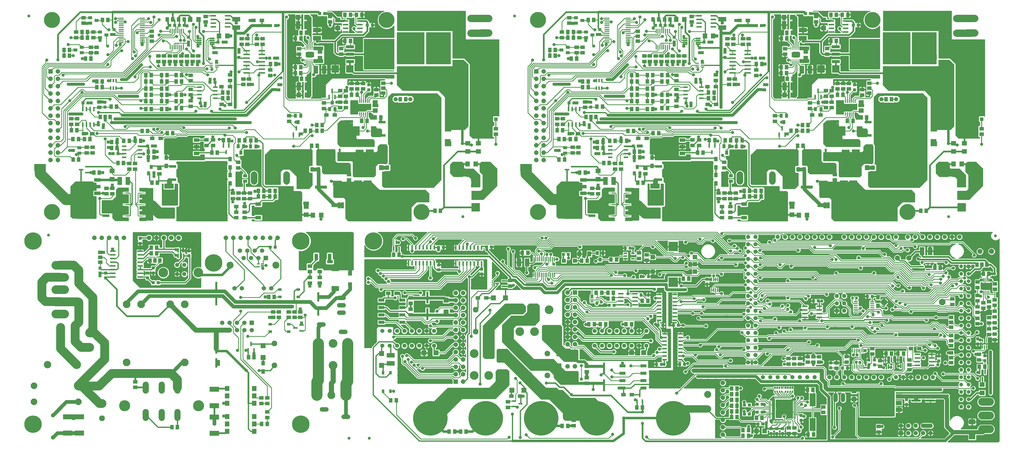
<source format=gtl>
G75*
G70*
%OFA0B0*%
%FSLAX24Y24*%
%IPPOS*%
%LPD*%
%AMOC8*
5,1,8,0,0,1.08239X$1,22.5*
%
%ADD10R,0.0591X0.0472*%
%ADD11R,0.0433X0.0394*%
%ADD12R,0.0512X0.0591*%
%ADD13R,0.0591X0.0512*%
%ADD14R,0.1063X0.0630*%
%ADD15R,0.0680X0.0190*%
%ADD16R,0.0394X0.0433*%
%ADD17R,0.0138X0.0630*%
%ADD18R,0.0630X0.0710*%
%ADD19C,0.0885*%
%ADD20R,0.0472X0.0591*%
%ADD21R,0.0750X0.0450*%
%ADD22R,0.1250X0.2000*%
%ADD23R,0.0610X0.0236*%
%ADD24R,0.0394X0.0551*%
%ADD25R,0.0551X0.0394*%
%ADD26R,0.0220X0.0600*%
%ADD27R,0.0220X0.0520*%
%ADD28R,0.0980X0.0370*%
%ADD29R,0.2570X0.2650*%
%ADD30R,0.0236X0.0610*%
%ADD31R,0.0709X0.0630*%
%ADD32R,0.0780X0.0220*%
%ADD33R,0.0594X0.0594*%
%ADD34OC8,0.0594*%
%ADD35R,0.2244X0.2165*%
%ADD36R,0.0669X0.0512*%
%ADD37R,0.0709X0.1260*%
%ADD38R,0.0600X0.1200*%
%ADD39R,0.1200X0.0600*%
%ADD40R,0.0180X0.0500*%
%ADD41R,0.1160X0.0690*%
%ADD42R,0.0630X0.1063*%
%ADD43C,0.1236*%
%ADD44OC8,0.1236*%
%ADD45R,0.2165X0.2244*%
%ADD46R,0.0512X0.0669*%
%ADD47R,0.0460X0.0140*%
%ADD48R,0.0220X0.0500*%
%ADD49R,0.0630X0.0709*%
%ADD50R,0.0866X0.0236*%
%ADD51C,0.1000*%
%ADD52R,0.1600X0.0430*%
%ADD53OC8,0.0560*%
%ADD54OC8,0.0520*%
%ADD55R,0.0866X0.0709*%
%ADD56R,0.1772X0.1673*%
%ADD57R,0.1640X0.0470*%
%ADD58R,0.1260X0.0709*%
%ADD59OC8,0.0885*%
%ADD60C,0.0825*%
%ADD61OC8,0.0760*%
%ADD62C,0.1502*%
%ADD63R,0.0598X0.0701*%
%ADD64C,0.1000*%
%ADD65R,0.0984X0.0709*%
%ADD66C,0.0594*%
%ADD67R,0.0551X0.0551*%
%ADD68C,0.0594*%
%ADD69R,0.0480X0.0880*%
%ADD70R,0.1417X0.0866*%
%ADD71C,0.0560*%
%ADD72C,0.1306*%
%ADD73C,0.0945*%
%ADD74R,0.0300X0.1280*%
%ADD75R,0.0400X0.0120*%
%ADD76R,0.0370X0.0520*%
%ADD77R,0.0220X0.0620*%
%ADD78OC8,0.0600*%
%ADD79R,0.0787X0.0394*%
%ADD80R,0.0140X0.0630*%
%ADD81R,0.0520X0.0220*%
%ADD82R,0.0787X0.0591*%
%ADD83R,0.0787X0.1496*%
%ADD84C,0.0397*%
%ADD85R,0.0580X0.0140*%
%ADD86R,0.0787X0.1772*%
%ADD87R,0.0600X0.0220*%
%ADD88R,0.0710X0.0630*%
%ADD89C,0.0860*%
%ADD90OC8,0.0860*%
%ADD91OC8,0.0554*%
%ADD92R,0.0240X0.0610*%
%ADD93R,0.0669X0.0709*%
%ADD94C,0.1181*%
%ADD95C,0.0768*%
%ADD96C,0.4685*%
%ADD97C,0.1065*%
%ADD98R,0.0610X0.0240*%
%ADD99R,0.0350X0.0500*%
%ADD100C,0.0515*%
%ADD101R,0.0515X0.0515*%
%ADD102R,0.0500X0.0220*%
%ADD103R,0.0551X0.0709*%
%ADD104R,0.0709X0.0669*%
%ADD105C,0.0554*%
%ADD106C,0.0063*%
%ADD107R,0.0197X0.0256*%
%ADD108R,0.0140X0.0520*%
%ADD109C,0.0400*%
%ADD110C,0.0700*%
%ADD111OC8,0.0700*%
%ADD112C,0.1181*%
%ADD113R,0.0140X0.0580*%
%ADD114R,0.1280X0.0300*%
%ADD115R,0.0300X0.1600*%
%ADD116OC8,0.0906*%
%ADD117R,0.0110X0.0550*%
%ADD118R,0.1120X0.0650*%
%ADD119R,0.1266X0.1266*%
%ADD120R,0.0472X0.0472*%
%ADD121R,0.0100X0.0500*%
%ADD122R,0.0750X0.0100*%
%ADD123C,0.0050*%
%ADD124R,0.0170X0.0560*%
%ADD125R,0.0740X0.0620*%
%ADD126R,0.0140X0.0460*%
%ADD127OC8,0.1000*%
%ADD128R,0.0500X0.0350*%
%ADD129C,0.0600*%
%ADD130R,0.0650X0.0170*%
%ADD131R,0.1060X0.0400*%
%ADD132R,0.4120X0.4170*%
%ADD133R,0.1004X0.0984*%
%ADD134C,0.1063*%
%ADD135R,0.0880X0.0480*%
%ADD136R,0.0866X0.1417*%
%ADD137R,0.1181X0.1181*%
%ADD138R,0.0396X0.0396*%
%ADD139C,0.0120*%
%ADD140C,0.0160*%
%ADD141C,0.0100*%
%ADD142OC8,0.0396*%
%ADD143C,0.0400*%
%ADD144C,0.0240*%
%ADD145C,0.0140*%
%ADD146C,0.0320*%
%ADD147C,0.0560*%
%ADD148C,0.0200*%
%ADD149C,0.0660*%
%ADD150R,0.0436X0.0436*%
%ADD151C,0.1500*%
%ADD152C,0.2165*%
%ADD153C,0.0500*%
%ADD154C,0.0180*%
%ADD155C,0.0080*%
%ADD156C,0.1200*%
%ADD157C,0.2362*%
%ADD158C,0.0700*%
D10*
X053141Y023578D03*
X054283Y023578D03*
X065266Y022953D03*
X066408Y022953D03*
X069822Y009653D03*
X070964Y009653D03*
X084967Y009840D03*
X086109Y009840D03*
X123871Y016078D03*
X125013Y016078D03*
X099450Y033803D03*
X099450Y034553D03*
X099450Y035303D03*
X098308Y035303D03*
X098308Y034553D03*
X098308Y033803D03*
X088100Y044528D03*
X086958Y044528D03*
X078850Y045178D03*
X077708Y045178D03*
X096358Y049153D03*
X097500Y049153D03*
X097475Y051528D03*
X096333Y051528D03*
X110508Y047703D03*
X111650Y047703D03*
X101800Y060503D03*
X100658Y060503D03*
X045902Y047703D03*
X044760Y047703D03*
X031752Y049153D03*
X030610Y049153D03*
X030585Y051528D03*
X031727Y051528D03*
X022352Y044528D03*
X021210Y044528D03*
X013102Y045178D03*
X011960Y045178D03*
X032560Y035303D03*
X032560Y034553D03*
X032560Y033803D03*
X033702Y033803D03*
X033702Y034553D03*
X033702Y035303D03*
X034910Y060503D03*
X036052Y060503D03*
D11*
X030791Y057578D03*
X030122Y057578D03*
X025541Y059853D03*
X024872Y059853D03*
X024241Y059853D03*
X023572Y059853D03*
X037097Y055403D03*
X037766Y055403D03*
X038331Y051788D03*
X038331Y051119D03*
X029691Y052153D03*
X029022Y052153D03*
X028366Y049303D03*
X027697Y049303D03*
X021241Y043503D03*
X020572Y043503D03*
X016566Y042478D03*
X015897Y042478D03*
X014591Y046378D03*
X013922Y046378D03*
X012516Y049328D03*
X011847Y049328D03*
X050322Y059878D03*
X050991Y059878D03*
X077595Y049328D03*
X078264Y049328D03*
X079670Y046378D03*
X080339Y046378D03*
X086320Y043503D03*
X086989Y043503D03*
X082314Y042478D03*
X081645Y042478D03*
X093445Y049303D03*
X094114Y049303D03*
X094770Y052153D03*
X095439Y052153D03*
X102845Y055403D03*
X103514Y055403D03*
X096539Y057578D03*
X095870Y057578D03*
X091289Y059853D03*
X090620Y059853D03*
X089989Y059853D03*
X089320Y059853D03*
X104079Y051788D03*
X104079Y051119D03*
X116070Y059878D03*
X116739Y059878D03*
X085871Y029678D03*
X085202Y029678D03*
X083721Y021928D03*
X083052Y021928D03*
X089652Y019228D03*
X090321Y019228D03*
X091727Y019228D03*
X092396Y019228D03*
X092577Y013953D03*
X093246Y013953D03*
X090096Y013953D03*
X089427Y013953D03*
X101332Y008453D03*
X102001Y008453D03*
X103057Y008528D03*
X103726Y008528D03*
X103726Y007478D03*
X103057Y007478D03*
X102001Y007203D03*
X101332Y007203D03*
X103157Y005878D03*
X103826Y005878D03*
X114607Y013453D03*
X115276Y013453D03*
X111351Y022528D03*
X110682Y022528D03*
X117957Y023153D03*
X118626Y023153D03*
X067121Y029853D03*
X066452Y029853D03*
X060621Y029778D03*
X059952Y029778D03*
X019562Y030319D03*
X019562Y030988D03*
D12*
X021063Y029753D03*
X021811Y029753D03*
X021811Y028978D03*
X021063Y028978D03*
X020892Y028003D03*
X021562Y028003D03*
X022231Y028003D03*
X036963Y023078D03*
X037711Y023078D03*
X053863Y028778D03*
X054611Y028778D03*
X059457Y034728D03*
X060205Y034728D03*
X053755Y040578D03*
X053007Y040578D03*
X044455Y040353D03*
X043707Y040353D03*
X042855Y040353D03*
X042107Y040353D03*
X042782Y043528D03*
X043530Y043528D03*
X043457Y045578D03*
X044205Y045578D03*
X044205Y046353D03*
X043457Y046353D03*
X042655Y045578D03*
X041907Y045578D03*
X035280Y044278D03*
X034532Y044278D03*
X033730Y044278D03*
X032982Y044278D03*
X031580Y044303D03*
X030832Y044303D03*
X030005Y042603D03*
X029257Y042603D03*
X023980Y045228D03*
X023232Y045228D03*
X020584Y045547D03*
X019836Y045547D03*
X019655Y044203D03*
X018907Y044203D03*
X018101Y044205D03*
X017353Y044205D03*
X016455Y044028D03*
X015707Y044028D03*
X015707Y043253D03*
X016455Y043253D03*
X016557Y041203D03*
X017305Y041203D03*
X020682Y041960D03*
X021430Y041960D03*
X021430Y042729D03*
X020682Y042729D03*
X014055Y039903D03*
X013307Y039903D03*
X011255Y041678D03*
X010507Y041678D03*
X010482Y044428D03*
X011230Y044428D03*
X012032Y044428D03*
X012780Y044428D03*
X011005Y045653D03*
X010257Y045653D03*
X014162Y047453D03*
X014831Y047453D03*
X015500Y047453D03*
X015632Y048853D03*
X016380Y048853D03*
X020332Y048503D03*
X021080Y048503D03*
X022457Y048503D03*
X023205Y048503D03*
X024432Y048653D03*
X025180Y048653D03*
X025180Y049578D03*
X024432Y049578D03*
X024432Y050428D03*
X025180Y050428D03*
X023205Y050428D03*
X022457Y050428D03*
X022457Y049578D03*
X023205Y049578D03*
X021080Y049578D03*
X020332Y049578D03*
X020332Y050428D03*
X021080Y050428D03*
X021080Y051273D03*
X020332Y051273D03*
X020332Y052253D03*
X021080Y052253D03*
X022457Y052253D03*
X023205Y052253D03*
X023205Y051273D03*
X022457Y051273D03*
X024432Y052253D03*
X025180Y052253D03*
X025180Y053103D03*
X024432Y053103D03*
X023205Y053103D03*
X022457Y053103D03*
X021080Y053103D03*
X020332Y053103D03*
X014455Y052253D03*
X013707Y052253D03*
X013707Y051478D03*
X014455Y051478D03*
X012905Y055328D03*
X012157Y055328D03*
X010005Y055728D03*
X009257Y055728D03*
X009257Y056503D03*
X010005Y056503D03*
X011707Y058178D03*
X012455Y058178D03*
X012455Y058953D03*
X011707Y058953D03*
X014457Y060578D03*
X015205Y060578D03*
X023232Y060628D03*
X023980Y060628D03*
X024782Y060628D03*
X025530Y060628D03*
X037207Y054603D03*
X037955Y054603D03*
X040557Y054178D03*
X041305Y054178D03*
X041305Y053378D03*
X040557Y053378D03*
X041407Y052603D03*
X042155Y052603D03*
X048182Y050428D03*
X048930Y050428D03*
X054757Y049853D03*
X055505Y049853D03*
X052130Y047378D03*
X051382Y047378D03*
X050280Y046903D03*
X049532Y046903D03*
X031480Y049978D03*
X030732Y049978D03*
X030732Y050753D03*
X031480Y050753D03*
X047282Y057728D03*
X048030Y057728D03*
X042080Y058853D03*
X041332Y058853D03*
X041330Y058078D03*
X040582Y058078D03*
X047282Y061278D03*
X048030Y061278D03*
X048832Y061278D03*
X049580Y061278D03*
X075005Y056503D03*
X075753Y056503D03*
X075753Y055728D03*
X075005Y055728D03*
X077905Y055328D03*
X078653Y055328D03*
X078203Y058178D03*
X077455Y058178D03*
X077455Y058953D03*
X078203Y058953D03*
X080205Y060578D03*
X080953Y060578D03*
X088980Y060628D03*
X089728Y060628D03*
X090530Y060628D03*
X091278Y060628D03*
X102955Y054603D03*
X103703Y054603D03*
X106305Y054178D03*
X107053Y054178D03*
X107053Y053378D03*
X106305Y053378D03*
X107155Y052603D03*
X107903Y052603D03*
X113930Y050428D03*
X114678Y050428D03*
X120505Y049853D03*
X121253Y049853D03*
X117878Y047378D03*
X117130Y047378D03*
X116028Y046903D03*
X115280Y046903D03*
X109953Y046353D03*
X109205Y046353D03*
X109205Y045578D03*
X109953Y045578D03*
X108403Y045578D03*
X107655Y045578D03*
X108530Y043528D03*
X109278Y043528D03*
X109455Y040353D03*
X110203Y040353D03*
X108603Y040353D03*
X107855Y040353D03*
X103603Y037453D03*
X102855Y037453D03*
X102855Y036678D03*
X103603Y036678D03*
X102053Y036678D03*
X101305Y036678D03*
X101305Y037453D03*
X102053Y037453D03*
X095753Y042603D03*
X095005Y042603D03*
X096580Y044303D03*
X097328Y044303D03*
X098730Y044278D03*
X099478Y044278D03*
X100280Y044278D03*
X101028Y044278D03*
X090928Y048653D03*
X090180Y048653D03*
X088953Y048503D03*
X088205Y048503D03*
X086828Y048503D03*
X086080Y048503D03*
X086080Y049578D03*
X086828Y049578D03*
X086828Y050428D03*
X086080Y050428D03*
X088205Y050428D03*
X088953Y050428D03*
X088953Y049578D03*
X088205Y049578D03*
X090180Y049578D03*
X090928Y049578D03*
X090928Y050428D03*
X090180Y050428D03*
X088953Y051273D03*
X088205Y051273D03*
X088205Y052253D03*
X088953Y052253D03*
X090180Y052253D03*
X090928Y052253D03*
X090928Y053103D03*
X090180Y053103D03*
X088953Y053103D03*
X088205Y053103D03*
X086828Y053103D03*
X086080Y053103D03*
X086080Y052253D03*
X086828Y052253D03*
X086828Y051273D03*
X086080Y051273D03*
X082128Y048853D03*
X081380Y048853D03*
X081248Y047453D03*
X080579Y047453D03*
X079910Y047453D03*
X076753Y045653D03*
X076005Y045653D03*
X076230Y044428D03*
X076978Y044428D03*
X077780Y044428D03*
X078528Y044428D03*
X081455Y044028D03*
X082203Y044028D03*
X082203Y043253D03*
X081455Y043253D03*
X083101Y044205D03*
X083849Y044205D03*
X084655Y044203D03*
X085403Y044203D03*
X085584Y045547D03*
X086332Y045547D03*
X088980Y045228D03*
X089728Y045228D03*
X087178Y042729D03*
X086430Y042729D03*
X086430Y041960D03*
X087178Y041960D03*
X083053Y041203D03*
X082305Y041203D03*
X079803Y039903D03*
X079055Y039903D03*
X077003Y041678D03*
X076255Y041678D03*
X086905Y038528D03*
X087653Y038528D03*
X072036Y029053D03*
X071288Y029053D03*
X079313Y027978D03*
X080061Y027978D03*
X083288Y028128D03*
X084036Y028128D03*
X093063Y025528D03*
X093811Y025528D03*
X088261Y022553D03*
X087513Y022553D03*
X083611Y022853D03*
X082863Y022853D03*
X082863Y023628D03*
X083611Y023628D03*
X082036Y023628D03*
X081288Y023628D03*
X081036Y019378D03*
X080288Y019378D03*
X081838Y019378D03*
X082586Y019378D03*
X085313Y019378D03*
X086061Y019378D03*
X099593Y010678D03*
X100341Y010678D03*
X100341Y009903D03*
X099593Y009903D03*
X099593Y009128D03*
X100341Y009128D03*
X100341Y008353D03*
X099593Y008353D03*
X099593Y007578D03*
X100341Y007578D03*
X100341Y006803D03*
X099593Y006803D03*
X101143Y005053D03*
X101891Y005053D03*
X101891Y004278D03*
X101143Y004278D03*
X102968Y006703D03*
X103716Y006703D03*
X109943Y004453D03*
X110691Y004453D03*
X110616Y010503D03*
X109868Y010503D03*
X120493Y015403D03*
X121241Y015403D03*
X122118Y015403D03*
X122866Y015403D03*
X133118Y013628D03*
X133866Y013628D03*
X133663Y026203D03*
X134411Y026203D03*
X134156Y027453D03*
X133487Y027453D03*
X132817Y027453D03*
X127841Y027003D03*
X127093Y027003D03*
X125953Y034728D03*
X125205Y034728D03*
X119503Y040578D03*
X118755Y040578D03*
X097228Y049978D03*
X096480Y049978D03*
X096480Y050753D03*
X097228Y050753D03*
X113030Y057728D03*
X113778Y057728D03*
X107828Y058853D03*
X107080Y058853D03*
X107078Y058078D03*
X106330Y058078D03*
X113030Y061278D03*
X113778Y061278D03*
X114580Y061278D03*
X115328Y061278D03*
X080203Y052253D03*
X079455Y052253D03*
X079455Y051478D03*
X080203Y051478D03*
X037855Y037453D03*
X037107Y037453D03*
X037107Y036678D03*
X037855Y036678D03*
X036305Y036678D03*
X035557Y036678D03*
X035557Y037453D03*
X036305Y037453D03*
X021905Y038528D03*
X021157Y038528D03*
X034238Y014903D03*
X034986Y014903D03*
X053488Y009078D03*
X054236Y009078D03*
X061388Y004828D03*
X062136Y004828D03*
X062938Y004828D03*
X063686Y004828D03*
X076688Y005610D03*
X077436Y005610D03*
X086788Y008103D03*
X087536Y008103D03*
X036761Y005878D03*
X036013Y005878D03*
X024611Y005428D03*
X023863Y005428D03*
D13*
X018912Y010829D03*
X018912Y011577D03*
X035987Y009402D03*
X036762Y009402D03*
X036762Y008654D03*
X035987Y008654D03*
X036762Y007502D03*
X036762Y006754D03*
X037562Y020304D03*
X037562Y021052D03*
X038337Y021052D03*
X038337Y020304D03*
X039687Y020304D03*
X039687Y021052D03*
X040462Y021052D03*
X040462Y020304D03*
X041237Y020304D03*
X041237Y021052D03*
X042537Y024954D03*
X043887Y024954D03*
X043887Y025702D03*
X043887Y026504D03*
X043887Y027252D03*
X042537Y027252D03*
X042537Y026504D03*
X042537Y025702D03*
X056187Y022952D03*
X056187Y022204D03*
X056187Y021402D03*
X056187Y020654D03*
X069637Y024554D03*
X069637Y025302D03*
X087087Y028279D03*
X087087Y029027D03*
X088112Y028777D03*
X088112Y028029D03*
X097854Y036379D03*
X097854Y037127D03*
X098629Y037127D03*
X098629Y036379D03*
X099404Y036379D03*
X099404Y037127D03*
X100179Y037127D03*
X100179Y036379D03*
X098604Y040554D03*
X098604Y041302D03*
X095204Y043579D03*
X094304Y043579D03*
X094304Y044327D03*
X095204Y044327D03*
X092154Y048884D03*
X092154Y049632D03*
X092154Y050429D03*
X092154Y051177D03*
X092154Y052329D03*
X092154Y053077D03*
X092429Y054954D03*
X092429Y055702D03*
X091654Y055702D03*
X091654Y054954D03*
X090879Y054954D03*
X090879Y055702D03*
X090104Y055702D03*
X090104Y054954D03*
X089329Y054954D03*
X089329Y055702D03*
X088554Y055702D03*
X088554Y054954D03*
X087804Y054954D03*
X087804Y055702D03*
X086904Y057709D03*
X086904Y058378D03*
X086904Y059048D03*
X093204Y055702D03*
X093204Y054954D03*
X097479Y053127D03*
X099279Y052577D03*
X099279Y051829D03*
X100054Y051829D03*
X100054Y052577D03*
X097479Y052379D03*
X102929Y053054D03*
X102929Y053802D03*
X106829Y055929D03*
X106829Y056677D03*
X109654Y056227D03*
X109654Y055479D03*
X112529Y055954D03*
X112529Y056702D03*
X111029Y060304D03*
X111029Y061052D03*
X101904Y058027D03*
X101904Y057279D03*
X101129Y057279D03*
X101129Y058027D03*
X099829Y058027D03*
X099829Y057279D03*
X099054Y057279D03*
X099054Y058027D03*
X094204Y060304D03*
X094204Y061052D03*
X079004Y058927D03*
X079004Y058179D03*
X078654Y056877D03*
X079429Y056877D03*
X079429Y056129D03*
X078654Y056129D03*
X076654Y058179D03*
X076654Y058927D03*
X077654Y060129D03*
X077654Y060877D03*
X079779Y049477D03*
X079779Y048729D03*
X076779Y047202D03*
X076779Y046454D03*
X076004Y046454D03*
X076004Y047202D03*
X078104Y043327D03*
X078104Y042579D03*
X078879Y042579D03*
X078879Y043327D03*
X083854Y041127D03*
X083854Y040379D03*
X084629Y040379D03*
X084629Y041127D03*
X087929Y040477D03*
X087929Y039729D03*
X081554Y037777D03*
X081554Y037029D03*
X080754Y037029D03*
X080754Y037777D03*
X067706Y045104D03*
X067706Y045852D03*
X052481Y050659D03*
X052481Y051328D03*
X052481Y051998D03*
X051531Y051152D03*
X051531Y050404D03*
X049731Y051229D03*
X049731Y051977D03*
X048956Y051977D03*
X048956Y051229D03*
X048181Y051229D03*
X048181Y051977D03*
X047406Y051002D03*
X047406Y050254D03*
X046631Y050254D03*
X046631Y051002D03*
X046631Y049452D03*
X046631Y048704D03*
X047406Y048704D03*
X047406Y049452D03*
X044456Y049327D03*
X044456Y048579D03*
X039731Y047602D03*
X039731Y046854D03*
X029456Y044327D03*
X028556Y044327D03*
X028556Y043579D03*
X029456Y043579D03*
X032856Y041302D03*
X032856Y040554D03*
X032881Y037127D03*
X032881Y036379D03*
X032106Y036379D03*
X032106Y037127D03*
X033656Y037127D03*
X033656Y036379D03*
X034431Y036379D03*
X034431Y037127D03*
X022181Y039729D03*
X022181Y040477D03*
X018881Y040379D03*
X018881Y041127D03*
X018106Y041127D03*
X018106Y040379D03*
X015806Y037777D03*
X015806Y037029D03*
X015006Y037029D03*
X015006Y037777D03*
X013131Y042579D03*
X013131Y043327D03*
X012356Y043327D03*
X012356Y042579D03*
X011031Y046454D03*
X011031Y047202D03*
X010256Y047202D03*
X010256Y046454D03*
X014031Y048729D03*
X014031Y049477D03*
X022056Y054954D03*
X022056Y055702D03*
X022806Y055702D03*
X022806Y054954D03*
X023581Y054954D03*
X023581Y055702D03*
X024356Y055702D03*
X024356Y054954D03*
X025131Y054954D03*
X025131Y055702D03*
X025906Y055702D03*
X025906Y054954D03*
X026681Y054954D03*
X026681Y055702D03*
X027456Y055702D03*
X027456Y054954D03*
X026406Y053077D03*
X026406Y052329D03*
X026406Y051177D03*
X026406Y050429D03*
X026406Y049632D03*
X026406Y048884D03*
X031731Y052379D03*
X033531Y052577D03*
X033531Y051829D03*
X034306Y051829D03*
X034306Y052577D03*
X031731Y053127D03*
X037181Y053054D03*
X037181Y053802D03*
X041081Y055929D03*
X041081Y056677D03*
X043906Y056227D03*
X043906Y055479D03*
X046781Y055954D03*
X046781Y056702D03*
X045281Y060304D03*
X045281Y061052D03*
X036156Y058027D03*
X036156Y057279D03*
X035381Y057279D03*
X035381Y058027D03*
X034081Y058027D03*
X034081Y057279D03*
X033306Y057279D03*
X033306Y058027D03*
X028456Y060304D03*
X028456Y061052D03*
X021156Y059048D03*
X021156Y058378D03*
X021156Y057709D03*
X013681Y056877D03*
X012906Y056877D03*
X012906Y056129D03*
X013681Y056129D03*
X013256Y058179D03*
X013256Y058927D03*
X011906Y060129D03*
X011906Y060877D03*
X010906Y058927D03*
X010906Y058179D03*
X047831Y039652D03*
X047831Y038904D03*
X014187Y029098D03*
X014187Y028428D03*
X014187Y027759D03*
X069343Y008858D03*
X069343Y008110D03*
X078243Y006377D03*
X078243Y005629D03*
X080012Y011379D03*
X080012Y012127D03*
X080012Y012929D03*
X080012Y013677D03*
X107292Y013979D03*
X107292Y014727D03*
X108067Y014727D03*
X108067Y013979D03*
X108842Y013979D03*
X108842Y014727D03*
X109892Y014977D03*
X109892Y014229D03*
X110667Y014229D03*
X110667Y014977D03*
X111442Y014977D03*
X111442Y014229D03*
X113792Y014152D03*
X113792Y013404D03*
X115167Y014254D03*
X115167Y015002D03*
X118642Y015329D03*
X118642Y016077D03*
X119717Y014427D03*
X119717Y013679D03*
X123667Y013878D03*
X123667Y013209D03*
X123667Y014548D03*
X129317Y014828D03*
X129317Y014159D03*
X129317Y015498D03*
X129317Y016484D03*
X129317Y017153D03*
X129317Y017823D03*
X129317Y018959D03*
X129317Y019628D03*
X129317Y020298D03*
X129467Y022054D03*
X129467Y022802D03*
X132887Y022529D03*
X132887Y023277D03*
X135212Y022677D03*
X135212Y021929D03*
X134437Y021704D03*
X134437Y022452D03*
X133662Y022277D03*
X133662Y021529D03*
X132887Y021727D03*
X132887Y020979D03*
X132882Y020177D03*
X132882Y019429D03*
X134437Y019529D03*
X134437Y020277D03*
X135212Y020379D03*
X135212Y021127D03*
X135212Y019577D03*
X135212Y018829D03*
X134437Y018727D03*
X134437Y017979D03*
X135212Y018027D03*
X135212Y017279D03*
X133087Y015297D03*
X133087Y014549D03*
X135237Y024104D03*
X135237Y024852D03*
X132887Y025102D03*
X132887Y024354D03*
X113579Y038904D03*
X113579Y039652D03*
X105479Y046854D03*
X105479Y047602D03*
X110204Y048579D03*
X112379Y048704D03*
X112379Y049452D03*
X113154Y049452D03*
X113154Y048704D03*
X113154Y050254D03*
X113154Y051002D03*
X112379Y051002D03*
X112379Y050254D03*
X110204Y049327D03*
X113929Y051229D03*
X113929Y051977D03*
X114704Y051977D03*
X114704Y051229D03*
X115479Y051229D03*
X115479Y051977D03*
X118229Y051998D03*
X118229Y051328D03*
X118229Y050659D03*
X117279Y050404D03*
X117279Y051152D03*
X133454Y045852D03*
X133454Y045104D03*
X112012Y008177D03*
X112012Y007429D03*
X108117Y005327D03*
X108117Y004579D03*
X107342Y004579D03*
X107342Y005327D03*
X119512Y005532D03*
X119512Y004784D03*
D14*
X053487Y014077D03*
X053487Y015180D03*
X050331Y038527D03*
X049056Y038527D03*
X049056Y039630D03*
X050331Y039630D03*
X050656Y042727D03*
X049281Y042702D03*
X049281Y043805D03*
X050656Y043830D03*
X043506Y058102D03*
X043506Y059205D03*
X032581Y059552D03*
X032581Y060655D03*
X098329Y060655D03*
X098329Y059552D03*
X109254Y059205D03*
X109254Y058102D03*
X115029Y043805D03*
X116404Y043830D03*
X116404Y042727D03*
X115029Y042702D03*
X114804Y039630D03*
X116079Y039630D03*
X116079Y038527D03*
X114804Y038527D03*
D15*
X095059Y057298D03*
X095059Y057548D03*
X095059Y057808D03*
X095059Y058058D03*
X093299Y058058D03*
X093299Y057808D03*
X093299Y057548D03*
X093299Y057298D03*
X029311Y057298D03*
X029311Y057548D03*
X029311Y057808D03*
X029311Y058058D03*
X027551Y058058D03*
X027551Y057808D03*
X027551Y057548D03*
X027551Y057298D03*
D16*
X026106Y057569D03*
X026106Y058238D03*
X029531Y056813D03*
X029531Y056144D03*
X032956Y056188D03*
X032956Y055519D03*
X037222Y059803D03*
X037891Y059803D03*
X043872Y061428D03*
X044541Y061428D03*
X050506Y051788D03*
X050506Y051119D03*
X080554Y049438D03*
X080554Y048769D03*
X095279Y056144D03*
X095279Y056813D03*
X091854Y057569D03*
X091854Y058238D03*
X098704Y056188D03*
X098704Y055519D03*
X102970Y059803D03*
X103639Y059803D03*
X109620Y061428D03*
X110289Y061428D03*
X116254Y051788D03*
X116254Y051119D03*
X081779Y058594D03*
X081779Y059263D03*
X016031Y059263D03*
X016031Y058594D03*
X014806Y049438D03*
X014806Y048769D03*
X037177Y029803D03*
X037846Y029803D03*
X026162Y029313D03*
X026162Y028644D03*
X021337Y026988D03*
X021337Y026319D03*
X020562Y026313D03*
X020562Y025644D03*
X021352Y025003D03*
X022021Y025003D03*
X014912Y025644D03*
X014912Y026313D03*
X014137Y026294D03*
X014137Y026963D03*
X059987Y026744D03*
X059987Y027413D03*
X065787Y026838D03*
X065787Y026169D03*
X076852Y028828D03*
X077521Y028828D03*
X096287Y025463D03*
X096287Y024794D03*
X118167Y014538D03*
X118167Y013869D03*
X118942Y013869D03*
X118942Y014538D03*
X113017Y014138D03*
X113017Y013469D03*
X123262Y009163D03*
X123262Y008494D03*
X127642Y014394D03*
X127642Y015063D03*
X132912Y016719D03*
X132912Y017388D03*
X133862Y015108D03*
X133862Y014439D03*
X109017Y007038D03*
X109017Y006369D03*
X106492Y005238D03*
X106492Y004569D03*
X105717Y004569D03*
X105717Y005238D03*
X104942Y005238D03*
X104942Y004569D03*
D17*
X091190Y056876D03*
X090934Y056876D03*
X090678Y056876D03*
X090422Y056876D03*
X090166Y056876D03*
X089910Y056876D03*
X089655Y056876D03*
X089399Y056876D03*
X089399Y059081D03*
X089655Y059081D03*
X089910Y059081D03*
X090166Y059081D03*
X090422Y059081D03*
X090678Y059081D03*
X090934Y059081D03*
X091190Y059081D03*
X025442Y059081D03*
X025186Y059081D03*
X024930Y059081D03*
X024674Y059081D03*
X024418Y059081D03*
X024162Y059081D03*
X023907Y059081D03*
X023651Y059081D03*
X023651Y056876D03*
X023907Y056876D03*
X024162Y056876D03*
X024418Y056876D03*
X024674Y056876D03*
X024930Y056876D03*
X025186Y056876D03*
X025442Y056876D03*
D18*
X026346Y060628D03*
X027466Y060628D03*
X063471Y052578D03*
X064591Y052578D03*
X092094Y060628D03*
X093214Y060628D03*
X129219Y052578D03*
X130339Y052578D03*
X117939Y040578D03*
X116819Y040578D03*
X109814Y034128D03*
X108694Y034128D03*
X052191Y040578D03*
X051071Y040578D03*
X044066Y034128D03*
X042946Y034128D03*
D19*
X039373Y038737D02*
X039373Y039622D01*
X037173Y039622D02*
X037173Y038737D01*
X034973Y038737D02*
X034973Y039622D01*
X100722Y039622D02*
X100722Y038737D01*
X102922Y038737D02*
X102922Y039622D01*
X105122Y039622D02*
X105122Y038737D01*
D20*
X097479Y038432D03*
X097479Y039574D03*
X097479Y040607D03*
X097479Y041749D03*
X088854Y041949D03*
X088854Y040807D03*
X119392Y023024D03*
X119392Y021882D03*
X036212Y014099D03*
X036212Y012957D03*
X031731Y038432D03*
X031731Y039574D03*
X031731Y040607D03*
X031731Y041749D03*
X023106Y041949D03*
X023106Y040807D03*
D21*
X027191Y042493D03*
X027191Y043403D03*
X027191Y044313D03*
X035546Y035638D03*
X035546Y034728D03*
X035546Y033818D03*
X092939Y042493D03*
X092939Y043403D03*
X092939Y044313D03*
X101294Y035638D03*
X101294Y034728D03*
X101294Y033818D03*
D22*
X103564Y034728D03*
X090669Y043403D03*
X037816Y034728D03*
X024921Y043403D03*
D23*
X019544Y043455D03*
X019544Y042955D03*
X019544Y042455D03*
X019544Y041955D03*
X017418Y041955D03*
X017418Y042455D03*
X017418Y042955D03*
X017418Y043455D03*
X027618Y049980D03*
X027618Y050480D03*
X027618Y050980D03*
X027618Y051480D03*
X029744Y051480D03*
X029744Y050980D03*
X029744Y050480D03*
X029744Y049980D03*
X083166Y043455D03*
X083166Y042955D03*
X083166Y042455D03*
X083166Y041955D03*
X085292Y041955D03*
X085292Y042455D03*
X085292Y042955D03*
X085292Y043455D03*
X093366Y049980D03*
X093366Y050480D03*
X093366Y050980D03*
X093366Y051480D03*
X095492Y051480D03*
X095492Y050980D03*
X095492Y050480D03*
X095492Y049980D03*
D24*
X106305Y047611D03*
X107053Y047611D03*
X106679Y046745D03*
X110955Y048520D03*
X111703Y048520D03*
X111329Y049386D03*
X101003Y043436D03*
X100255Y043436D03*
X099328Y043461D03*
X098580Y043461D03*
X098954Y042595D03*
X100629Y042570D03*
X087203Y039795D03*
X086455Y039795D03*
X086829Y040661D03*
X082186Y029011D03*
X081438Y029011D03*
X081812Y028145D03*
X040931Y046745D03*
X040557Y047611D03*
X041305Y047611D03*
X045207Y048520D03*
X045955Y048520D03*
X045581Y049386D03*
X035255Y043436D03*
X034507Y043436D03*
X033580Y043461D03*
X032832Y043461D03*
X033206Y042595D03*
X034881Y042570D03*
X021455Y039795D03*
X020707Y039795D03*
X021081Y040661D03*
D25*
X011339Y042529D03*
X011339Y043277D03*
X010473Y042903D03*
X032898Y039103D03*
X033764Y038729D03*
X033764Y039477D03*
X011689Y056129D03*
X010823Y056503D03*
X011689Y056877D03*
X014148Y058179D03*
X014148Y058927D03*
X015014Y058553D03*
X013664Y060503D03*
X012798Y060129D03*
X012798Y060877D03*
X076571Y056503D03*
X077437Y056129D03*
X077437Y056877D03*
X079896Y058179D03*
X079896Y058927D03*
X080762Y058553D03*
X079412Y060503D03*
X078546Y060129D03*
X078546Y060877D03*
X077087Y043277D03*
X077087Y042529D03*
X076221Y042903D03*
X098646Y039103D03*
X099512Y038729D03*
X099512Y039477D03*
D26*
X106054Y045053D03*
X106854Y045053D03*
X106454Y045903D03*
X110904Y050128D03*
X111704Y050128D03*
X111304Y050978D03*
X045956Y050128D03*
X045156Y050128D03*
X045556Y050978D03*
X040706Y045903D03*
X040306Y045053D03*
X041106Y045053D03*
X034587Y016703D03*
X034987Y015853D03*
X034187Y015853D03*
X120442Y014503D03*
X121242Y014503D03*
X122092Y014553D03*
X122892Y014553D03*
X122492Y013703D03*
X120842Y013653D03*
D27*
X133172Y012858D03*
X133912Y012858D03*
X133542Y011998D03*
X087532Y008923D03*
X086792Y008923D03*
X087162Y009783D03*
X054607Y029623D03*
X053867Y029623D03*
X054237Y030483D03*
X031206Y042673D03*
X030836Y043533D03*
X031576Y043533D03*
X096584Y043533D03*
X097324Y043533D03*
X096954Y042673D03*
D28*
X089736Y040736D03*
X089736Y038936D03*
X080699Y035878D03*
X080699Y034078D03*
X052311Y044928D03*
X052311Y046728D03*
X023988Y040736D03*
X023988Y038936D03*
X014951Y035878D03*
X014951Y034078D03*
X118059Y044928D03*
X118059Y046728D03*
D29*
X120639Y045828D03*
X092316Y039836D03*
X078119Y034978D03*
X054891Y045828D03*
X026568Y039836D03*
X012371Y034978D03*
D30*
X012308Y046390D03*
X011808Y046390D03*
X012808Y046390D03*
X013308Y046390D03*
X013308Y048516D03*
X012808Y048516D03*
X012308Y048516D03*
X011808Y048516D03*
X077556Y048516D03*
X078056Y048516D03*
X078556Y048516D03*
X079056Y048516D03*
X079056Y046390D03*
X078556Y046390D03*
X078056Y046390D03*
X077556Y046390D03*
D31*
X065356Y043880D03*
X063906Y043880D03*
X063906Y042777D03*
X065356Y042777D03*
X051381Y048302D03*
X051381Y049405D03*
X057681Y053927D03*
X058656Y053927D03*
X058656Y055030D03*
X057681Y055030D03*
X057681Y058477D03*
X058656Y058477D03*
X058656Y059580D03*
X057681Y059580D03*
X046306Y059477D03*
X046306Y060580D03*
X042031Y035305D03*
X042031Y034202D03*
X107779Y034202D03*
X107779Y035305D03*
X129654Y042777D03*
X131104Y042777D03*
X131104Y043880D03*
X129654Y043880D03*
X117129Y048302D03*
X117129Y049405D03*
X123429Y053927D03*
X124404Y053927D03*
X124404Y055030D03*
X123429Y055030D03*
X123429Y058477D03*
X124404Y058477D03*
X124404Y059580D03*
X123429Y059580D03*
X112054Y059477D03*
X112054Y060580D03*
X116162Y010330D03*
X116162Y009227D03*
D32*
X124747Y013803D03*
X124747Y014303D03*
X124747Y014803D03*
X124747Y015303D03*
X126687Y015303D03*
X126687Y014803D03*
X126687Y014303D03*
X126687Y013803D03*
X111462Y020303D03*
X111462Y020803D03*
X111462Y021303D03*
X111462Y021803D03*
X109522Y021803D03*
X109522Y021303D03*
X109522Y020803D03*
X109522Y020303D03*
X086532Y022003D03*
X086532Y022503D03*
X086532Y023003D03*
X086532Y023503D03*
X084592Y023503D03*
X084592Y023003D03*
X084592Y022503D03*
X084592Y022003D03*
X019562Y025778D03*
X019562Y026278D03*
X019562Y026778D03*
X019562Y027278D03*
X019562Y027778D03*
X019562Y028278D03*
X019562Y028778D03*
X019562Y029278D03*
X015862Y029278D03*
X015862Y028778D03*
X015862Y028278D03*
X015862Y027778D03*
X015862Y027278D03*
X015862Y026778D03*
X015862Y026278D03*
X015862Y025778D03*
X047361Y058928D03*
X047361Y059428D03*
X047361Y059928D03*
X047361Y060428D03*
X049301Y060428D03*
X049301Y059928D03*
X049301Y059428D03*
X049301Y058928D03*
X031401Y059653D03*
X031401Y060153D03*
X031401Y060653D03*
X031401Y061153D03*
X029461Y061153D03*
X029461Y060653D03*
X029461Y060153D03*
X029461Y059653D03*
X095209Y059653D03*
X095209Y060153D03*
X095209Y060653D03*
X095209Y061153D03*
X097149Y061153D03*
X097149Y060653D03*
X097149Y060153D03*
X097149Y059653D03*
X113109Y059428D03*
X113109Y058928D03*
X113109Y059928D03*
X113109Y060428D03*
X115049Y060428D03*
X115049Y059928D03*
X115049Y059428D03*
X115049Y058928D03*
D33*
X073186Y053594D03*
X088945Y028472D03*
X088945Y026504D03*
X094654Y026504D03*
X094654Y027488D03*
X094654Y028472D03*
X078414Y023673D03*
X062273Y011618D03*
X034662Y019578D03*
X036577Y028352D03*
X007438Y053594D03*
X122517Y004628D03*
D34*
X098417Y004428D03*
X098417Y005428D03*
X098417Y006428D03*
X098417Y007428D03*
X098417Y008428D03*
X098417Y009428D03*
X098417Y010428D03*
X098417Y011428D03*
X078414Y011673D03*
X077414Y011673D03*
X077414Y012673D03*
X077414Y013673D03*
X078414Y013673D03*
X078414Y012673D03*
X078414Y014673D03*
X077414Y014673D03*
X077414Y015673D03*
X077414Y016673D03*
X078414Y016673D03*
X078414Y015673D03*
X078414Y017673D03*
X077414Y017673D03*
X077414Y018673D03*
X078414Y018673D03*
X078414Y019673D03*
X077414Y019673D03*
X077414Y020673D03*
X077414Y021673D03*
X078414Y021673D03*
X078414Y020673D03*
X078414Y022673D03*
X077414Y022673D03*
X077414Y023673D03*
X063273Y023618D03*
X063273Y022618D03*
X062273Y022618D03*
X062273Y023618D03*
X062273Y021618D03*
X063273Y021618D03*
X063273Y020618D03*
X062273Y020618D03*
X062273Y019618D03*
X063273Y019618D03*
X063273Y018618D03*
X063273Y017618D03*
X062273Y017618D03*
X062273Y018618D03*
X062273Y016618D03*
X063273Y016618D03*
X063273Y015618D03*
X062273Y015618D03*
X062273Y014618D03*
X063273Y014618D03*
X063273Y013618D03*
X063273Y012618D03*
X062273Y012618D03*
X062273Y013618D03*
X063273Y011618D03*
X038162Y031078D03*
X037162Y031078D03*
X036162Y031078D03*
X035162Y031078D03*
X034162Y031078D03*
X033162Y031078D03*
X032162Y031078D03*
X031162Y031078D03*
X024762Y031078D03*
X023762Y031078D03*
X022762Y031078D03*
X021762Y031078D03*
X020762Y031078D03*
X017387Y031078D03*
X016387Y031078D03*
X015387Y031078D03*
X014387Y031078D03*
X013387Y031078D03*
X008438Y041594D03*
X007438Y041594D03*
X007438Y042594D03*
X008438Y042594D03*
X008438Y043594D03*
X007438Y043594D03*
X007438Y044594D03*
X008438Y044594D03*
X008438Y045594D03*
X007438Y045594D03*
X007438Y046594D03*
X008438Y046594D03*
X008438Y047594D03*
X007438Y047594D03*
X007438Y048594D03*
X008438Y048594D03*
X008438Y049594D03*
X007438Y049594D03*
X007438Y050594D03*
X008438Y050594D03*
X008438Y051594D03*
X007438Y051594D03*
X007438Y052594D03*
X008438Y052594D03*
X008438Y053594D03*
X073186Y052594D03*
X074186Y052594D03*
X074186Y053594D03*
X074186Y051594D03*
X074186Y050594D03*
X073186Y050594D03*
X073186Y051594D03*
X073186Y049594D03*
X074186Y049594D03*
X074186Y048594D03*
X074186Y047594D03*
X073186Y047594D03*
X073186Y048594D03*
X073186Y046594D03*
X073186Y045594D03*
X074186Y045594D03*
X074186Y046594D03*
X074186Y044594D03*
X073186Y044594D03*
X073186Y043594D03*
X073186Y042594D03*
X074186Y042594D03*
X074186Y043594D03*
X074186Y041594D03*
X073186Y041594D03*
D35*
X055205Y042403D03*
X120953Y042403D03*
D36*
X118418Y041504D03*
X118418Y043303D03*
X052670Y043303D03*
X052670Y041504D03*
D37*
X051134Y045553D03*
X048929Y045553D03*
X114677Y045553D03*
X116882Y045553D03*
D38*
X109894Y041978D03*
X107914Y041978D03*
X044146Y041978D03*
X042166Y041978D03*
D39*
X046256Y040493D03*
X046256Y038513D03*
X112004Y038513D03*
X112004Y040493D03*
D40*
X115012Y047823D03*
X115268Y047823D03*
X115524Y047823D03*
X115784Y047823D03*
X116040Y047823D03*
X116296Y047823D03*
X116296Y049583D03*
X116040Y049583D03*
X115784Y049583D03*
X115524Y049583D03*
X115268Y049583D03*
X115012Y049583D03*
X050548Y049583D03*
X050292Y049583D03*
X050036Y049583D03*
X049776Y049583D03*
X049520Y049583D03*
X049264Y049583D03*
X049264Y047823D03*
X049520Y047823D03*
X049776Y047823D03*
X050036Y047823D03*
X050292Y047823D03*
X050548Y047823D03*
D41*
X049906Y048703D03*
X115654Y048703D03*
D42*
X107880Y051578D03*
X106778Y051578D03*
X109103Y053853D03*
X110205Y053853D03*
X107805Y059878D03*
X106703Y059878D03*
X083655Y038778D03*
X082553Y038778D03*
X071938Y027753D03*
X070835Y027753D03*
X017907Y038778D03*
X016805Y038778D03*
X041030Y051578D03*
X042132Y051578D03*
X043355Y053853D03*
X044457Y053853D03*
X042057Y059878D03*
X040955Y059878D03*
X125365Y029278D03*
X126468Y029278D03*
D43*
X128978Y046753D03*
X129003Y053903D03*
X063255Y053903D03*
X063230Y046753D03*
D44*
X066183Y046753D03*
X066208Y053903D03*
X131956Y053903D03*
X131931Y046753D03*
D45*
X126229Y053004D03*
X121604Y053004D03*
X121604Y057429D03*
X126229Y057429D03*
X060481Y057429D03*
X055856Y057429D03*
X055856Y053004D03*
X060481Y053004D03*
D46*
X059582Y055540D03*
X061381Y055540D03*
X056756Y055540D03*
X054957Y055540D03*
X054957Y059965D03*
X056756Y059965D03*
X059582Y059965D03*
X061381Y059965D03*
X120705Y059965D03*
X122504Y059965D03*
X125330Y059965D03*
X127129Y059965D03*
X127129Y055540D03*
X125330Y055540D03*
X122504Y055540D03*
X120705Y055540D03*
D47*
X095674Y054713D03*
X095674Y054453D03*
X095674Y054193D03*
X094934Y054193D03*
X094934Y054453D03*
X094934Y054713D03*
X029926Y054713D03*
X029926Y054453D03*
X029926Y054193D03*
X029186Y054193D03*
X029186Y054453D03*
X029186Y054713D03*
X080692Y022938D03*
X080692Y022678D03*
X080692Y022418D03*
X081432Y022418D03*
X081432Y022678D03*
X081432Y022938D03*
D48*
X081309Y051343D03*
X081679Y051343D03*
X082049Y051343D03*
X082049Y052363D03*
X081679Y052363D03*
X081309Y052363D03*
X016301Y052363D03*
X015931Y052363D03*
X015561Y052363D03*
X015561Y051343D03*
X015931Y051343D03*
X016301Y051343D03*
D49*
X030255Y058403D03*
X031357Y058403D03*
X040955Y060953D03*
X042057Y060953D03*
X042132Y050403D03*
X041030Y050403D03*
X063880Y041078D03*
X064982Y041078D03*
X096003Y058403D03*
X097105Y058403D03*
X106703Y060953D03*
X107805Y060953D03*
X107880Y050403D03*
X106778Y050403D03*
X129628Y041078D03*
X130730Y041078D03*
X104068Y004928D03*
X102965Y004928D03*
D50*
X101774Y053403D03*
X101774Y053903D03*
X101774Y054403D03*
X101774Y054903D03*
X101774Y055403D03*
X101774Y055903D03*
X101774Y056403D03*
X099734Y056403D03*
X099734Y055903D03*
X099734Y055403D03*
X099734Y054903D03*
X099734Y054403D03*
X099734Y053903D03*
X099734Y053403D03*
X036026Y053403D03*
X036026Y053903D03*
X036026Y054403D03*
X036026Y054903D03*
X036026Y055403D03*
X036026Y055903D03*
X036026Y056403D03*
X033986Y056403D03*
X033986Y055903D03*
X033986Y055403D03*
X033986Y054903D03*
X033986Y054403D03*
X033986Y053903D03*
X033986Y053403D03*
D51*
X064331Y058774D02*
X066271Y058774D01*
X066756Y058803D02*
X065756Y058803D01*
X065756Y060772D02*
X066756Y060772D01*
X066310Y060782D02*
X064331Y060782D01*
X130079Y060782D02*
X132058Y060782D01*
X132504Y060772D02*
X131504Y060772D01*
X131504Y058803D02*
X132504Y058803D01*
X132019Y058774D02*
X130079Y058774D01*
X096242Y007903D02*
X092983Y007903D01*
X091701Y006622D01*
D52*
X107324Y037953D03*
X109784Y037953D03*
X044036Y037953D03*
X041576Y037953D03*
D53*
X007762Y004053D03*
X007762Y007053D03*
X056131Y049853D03*
X121879Y049853D03*
D54*
X119879Y049853D03*
X054131Y049853D03*
D55*
X061231Y045807D03*
X061231Y043799D03*
X064331Y058774D03*
X064331Y060782D03*
X126979Y045807D03*
X126979Y043799D03*
X130079Y058774D03*
X130079Y060782D03*
X132142Y006157D03*
X132142Y004149D03*
D56*
X119479Y034579D03*
X119479Y038720D03*
X053731Y038720D03*
X053731Y034579D03*
D57*
X049481Y035478D03*
X046281Y035478D03*
X112029Y035478D03*
X115229Y035478D03*
D58*
X089229Y035876D03*
X089229Y038081D03*
X029612Y010556D03*
X029612Y008351D03*
X029612Y006806D03*
X029612Y004601D03*
X011337Y004626D03*
X009787Y004626D03*
X009787Y006831D03*
X011337Y006831D03*
X023481Y035876D03*
X023481Y038081D03*
D59*
X011197Y011049D03*
X011222Y008868D03*
X005222Y008868D03*
X005197Y011049D03*
D60*
X020312Y011216D02*
X020312Y010391D01*
X022462Y010391D02*
X022462Y011216D01*
X024612Y011216D02*
X024612Y010391D01*
X024612Y007516D02*
X024612Y006691D01*
X022462Y006691D02*
X022462Y007516D01*
X020312Y007516D02*
X020312Y006691D01*
D61*
X014412Y006628D03*
X014412Y008628D03*
D62*
X017487Y008328D03*
X027487Y008328D03*
D63*
X031333Y008678D03*
X031333Y009678D03*
X031333Y010678D03*
X034990Y010678D03*
X034990Y009678D03*
X034990Y008678D03*
X034990Y006878D03*
X034990Y005878D03*
X034990Y004878D03*
X031333Y004878D03*
X031333Y005878D03*
X031333Y006878D03*
D64*
X012730Y016229D03*
X008793Y016977D03*
X012730Y018204D03*
X008793Y018952D03*
X007025Y013893D03*
X010962Y013893D03*
X062243Y040851D03*
X066180Y040851D03*
X066180Y046756D03*
X062243Y046756D03*
X127991Y046756D03*
X131928Y046756D03*
X131928Y040851D03*
X127991Y040851D03*
D65*
X045962Y026912D03*
X045962Y024195D03*
D66*
X046515Y022953D02*
X047109Y022953D01*
X047109Y021953D02*
X046515Y021953D01*
X046515Y020953D02*
X047109Y020953D01*
X113687Y009725D02*
X113687Y009131D01*
X114687Y009131D02*
X114687Y009725D01*
D67*
X078410Y027978D03*
X076914Y027978D03*
X047962Y026251D03*
X047962Y024755D03*
D68*
X037317Y024234D03*
X036317Y024234D03*
X033337Y024234D03*
X032337Y024234D03*
X033577Y028352D03*
X034577Y028352D03*
X035577Y028352D03*
X035077Y029352D03*
X034077Y029352D03*
X033077Y029352D03*
X036077Y029352D03*
X033662Y019578D03*
X032662Y019578D03*
X031662Y019578D03*
X030662Y019578D03*
X030662Y018578D03*
X031662Y018578D03*
X032662Y018578D03*
X033662Y018578D03*
X034662Y018578D03*
X122517Y005628D03*
X123517Y005628D03*
X124517Y005628D03*
X125517Y005628D03*
X126517Y005628D03*
X126517Y004628D03*
X125517Y004628D03*
X124517Y004628D03*
X123517Y004628D03*
D69*
X045222Y028483D03*
X044312Y028483D03*
X043402Y028483D03*
D70*
X044312Y030923D03*
D71*
X025555Y027418D03*
X024571Y027418D03*
X024571Y026158D03*
X025555Y026158D03*
D72*
X027433Y026355D03*
X022693Y026355D03*
D73*
X031727Y027384D03*
X037927Y027384D03*
D74*
X029862Y024478D03*
X029862Y022578D03*
X043662Y023078D03*
X043662Y021178D03*
X029862Y016028D03*
X029862Y014128D03*
D75*
X035562Y027156D03*
X035562Y027550D03*
X036112Y027550D03*
X036112Y027353D03*
X036112Y027156D03*
D76*
X025387Y029378D03*
D77*
X024707Y029378D03*
X024707Y028628D03*
X025467Y028628D03*
D78*
X011262Y026328D03*
X011262Y022328D03*
X113837Y021193D03*
D79*
X087679Y013728D03*
X087679Y012728D03*
X087679Y011728D03*
X087679Y010728D03*
X084844Y010728D03*
X084844Y011728D03*
X084844Y012728D03*
X084844Y013728D03*
X055054Y019628D03*
X055054Y020628D03*
X055054Y021628D03*
X055054Y022628D03*
X052219Y022628D03*
X052219Y021628D03*
X052219Y020628D03*
X052219Y019628D03*
D80*
X072857Y026078D03*
X073117Y026078D03*
X073357Y026078D03*
X073617Y026078D03*
X073857Y026078D03*
X074117Y026078D03*
X074357Y026078D03*
X074617Y026078D03*
X074857Y026078D03*
X075117Y026078D03*
X075357Y026078D03*
X075617Y026078D03*
X075617Y028178D03*
X075357Y028178D03*
X075117Y028178D03*
X074857Y028178D03*
X074617Y028178D03*
X074357Y028178D03*
X074117Y028178D03*
X073857Y028178D03*
X073617Y028178D03*
X073357Y028178D03*
X073117Y028178D03*
X072857Y028178D03*
D81*
X068742Y025248D03*
X068742Y024508D03*
X067882Y024878D03*
X070188Y008973D03*
X070188Y008233D03*
X071048Y008603D03*
D82*
X122232Y008703D03*
X122232Y007798D03*
X122232Y009609D03*
D83*
X119752Y008703D03*
D84*
X116517Y022928D03*
X115966Y022928D03*
D85*
X116407Y022448D03*
X116407Y022188D03*
X116407Y021938D03*
X116407Y021678D03*
X116407Y021418D03*
X116407Y021168D03*
X116407Y020908D03*
X118627Y020908D03*
X118627Y021168D03*
X118627Y021418D03*
X118627Y021678D03*
X118627Y021938D03*
X118627Y022188D03*
X118627Y022448D03*
D86*
X110567Y009152D03*
X110567Y005805D03*
D87*
X126167Y026778D03*
X125317Y027178D03*
X126167Y027578D03*
X078179Y039903D03*
X077329Y040303D03*
X078179Y040703D03*
X041412Y019278D03*
X041412Y018478D03*
X040562Y018878D03*
X012431Y039903D03*
X011581Y040303D03*
X012431Y040703D03*
D88*
X015781Y040138D03*
X015781Y039019D03*
X081529Y039019D03*
X081529Y040138D03*
X133492Y011188D03*
X133492Y010069D03*
D89*
X120237Y022378D03*
D90*
X128107Y022378D03*
D91*
X114837Y022193D03*
X113837Y022193D03*
X113837Y023193D03*
X114837Y023193D03*
X114837Y021193D03*
X102837Y021193D03*
X101837Y021193D03*
X101837Y020193D03*
X102837Y020193D03*
X102837Y019193D03*
X101837Y019193D03*
X101837Y018193D03*
X102837Y018193D03*
X102837Y017193D03*
X101837Y017193D03*
X101837Y016193D03*
X101837Y015193D03*
X102837Y015193D03*
X102837Y016193D03*
X102837Y014193D03*
X101837Y014193D03*
X103837Y012193D03*
X104837Y012193D03*
X105837Y012193D03*
X106837Y012193D03*
X107837Y012193D03*
X108837Y012193D03*
X109837Y012193D03*
X110837Y012193D03*
X112837Y012193D03*
X113837Y012193D03*
X114837Y012193D03*
X115837Y012193D03*
X116837Y012193D03*
X117837Y012193D03*
X118837Y012193D03*
X119837Y012193D03*
X121837Y012193D03*
X122837Y012193D03*
X123837Y012193D03*
X124837Y012193D03*
X125837Y012193D03*
X126837Y012193D03*
X102837Y022193D03*
X101837Y022193D03*
X101837Y023193D03*
X101837Y024193D03*
X102837Y024193D03*
X102837Y023193D03*
X102837Y025193D03*
X101837Y025193D03*
X101837Y026193D03*
X102837Y026193D03*
X102837Y027193D03*
X101837Y027193D03*
X101837Y028193D03*
X101837Y029193D03*
X102837Y029193D03*
X102837Y028193D03*
X102837Y030193D03*
X101837Y030193D03*
X101837Y031193D03*
X102837Y031193D03*
X105837Y031193D03*
X106837Y031193D03*
X107837Y031193D03*
X108837Y031193D03*
X109837Y031193D03*
X110837Y031193D03*
X111837Y031193D03*
X112837Y031193D03*
X114837Y031193D03*
X115837Y031193D03*
X116837Y031193D03*
X117837Y031193D03*
X118837Y031193D03*
X119837Y031193D03*
X120837Y031193D03*
X121837Y031193D03*
X123437Y031193D03*
X124437Y031193D03*
X125437Y031193D03*
X126437Y031193D03*
X127437Y031193D03*
X128437Y031193D03*
X129437Y031193D03*
X130437Y031193D03*
D92*
X065787Y029738D03*
X065287Y029738D03*
X064787Y029738D03*
X064287Y029738D03*
X063787Y029738D03*
X063287Y029738D03*
X062787Y029738D03*
X062287Y029738D03*
X059362Y029763D03*
X058862Y029763D03*
X058362Y029763D03*
X057862Y029763D03*
X057362Y029763D03*
X056862Y029763D03*
X056362Y029763D03*
X055862Y029763D03*
X055862Y027643D03*
X056362Y027643D03*
X056862Y027643D03*
X057362Y027643D03*
X057862Y027643D03*
X058362Y027643D03*
X058862Y027643D03*
X059362Y027643D03*
X062287Y027618D03*
X062787Y027618D03*
X063287Y027618D03*
X063787Y027618D03*
X064287Y027618D03*
X064787Y027618D03*
X065287Y027618D03*
X065787Y027618D03*
D93*
X060987Y022654D03*
X060987Y021039D03*
X052237Y015410D03*
X052237Y013796D03*
X036212Y014871D03*
X036212Y016485D03*
X076237Y015360D03*
X076237Y013746D03*
D94*
X068732Y012440D03*
X066748Y012440D03*
X064764Y012440D03*
X064764Y015417D03*
X066748Y015417D03*
X068732Y015417D03*
X070941Y018365D03*
X072926Y018365D03*
X074910Y018365D03*
X074910Y021342D03*
X072926Y021342D03*
X070941Y021342D03*
X047647Y016767D03*
X045663Y016767D03*
X043679Y016767D03*
X043679Y013790D03*
X045663Y013790D03*
X047647Y013790D03*
D95*
X037726Y013790D03*
X037726Y016767D03*
X064989Y018365D03*
X064989Y021342D03*
X074685Y015417D03*
X074685Y012440D03*
D96*
X073847Y006622D03*
X066347Y006622D03*
X058847Y006622D03*
X081347Y006622D03*
X091701Y006622D03*
D97*
X133498Y007015D02*
X134563Y007015D01*
X134563Y005165D02*
X133498Y005165D01*
X133498Y008865D02*
X134563Y008865D01*
D98*
X092672Y014578D03*
X092672Y015078D03*
X092672Y015578D03*
X092672Y016078D03*
X092672Y016578D03*
X092672Y017078D03*
X092672Y017578D03*
X092672Y018078D03*
X090552Y018078D03*
X090552Y017578D03*
X090552Y017078D03*
X090552Y016578D03*
X090552Y016078D03*
X090552Y015578D03*
X090552Y015078D03*
X090552Y014578D03*
X089802Y019903D03*
X089802Y020403D03*
X089802Y020903D03*
X089802Y021403D03*
X089802Y021903D03*
X089802Y022403D03*
X089802Y022903D03*
X089802Y023403D03*
X091922Y023403D03*
X091922Y022903D03*
X091922Y022403D03*
X091922Y021903D03*
X091922Y021403D03*
X091922Y020903D03*
X091922Y020403D03*
X091922Y019903D03*
D99*
X088337Y023328D03*
X087337Y023328D03*
X087337Y025828D03*
X088337Y025828D03*
X053437Y012803D03*
X052437Y012803D03*
X052437Y010303D03*
X053437Y010303D03*
D100*
X130662Y010196D03*
X131662Y010196D03*
X131662Y011196D03*
X130662Y011196D03*
X130662Y012196D03*
X131662Y012196D03*
X131662Y013196D03*
X130662Y013196D03*
X130662Y014196D03*
X131662Y014196D03*
X131662Y015196D03*
X130662Y015196D03*
X130662Y016196D03*
X131662Y016196D03*
X131662Y017196D03*
X130662Y017196D03*
X130662Y018196D03*
X131662Y018196D03*
X131662Y019196D03*
X130662Y019196D03*
X130662Y020196D03*
X131662Y020196D03*
X131662Y021196D03*
X130662Y021196D03*
X130662Y022196D03*
X131662Y022196D03*
X131662Y023196D03*
X130662Y023196D03*
X130662Y024196D03*
X131662Y024196D03*
X131662Y025196D03*
X130662Y025196D03*
X130662Y026196D03*
X131662Y026196D03*
X130662Y027196D03*
X130662Y009196D03*
X130662Y008196D03*
X131662Y008196D03*
X131662Y009196D03*
D101*
X131662Y027196D03*
D102*
X086247Y028233D03*
X086247Y028973D03*
X085227Y028973D03*
X085227Y028603D03*
X085227Y028233D03*
D103*
X080356Y028903D03*
X079017Y028903D03*
D104*
X068994Y022953D03*
X067380Y022953D03*
X059600Y015503D03*
X057985Y015503D03*
X069886Y010453D03*
X071500Y010453D03*
X086080Y015528D03*
X087694Y015528D03*
D105*
X088071Y016464D03*
X087071Y016464D03*
X086071Y016464D03*
X085071Y016464D03*
X084071Y016464D03*
X083071Y016464D03*
X082071Y016464D03*
X081071Y016464D03*
X081071Y018464D03*
X082071Y018464D03*
X083071Y018464D03*
X084071Y018464D03*
X085071Y018464D03*
X086071Y018464D03*
X087071Y018464D03*
X088071Y018464D03*
X059331Y018464D03*
X058331Y018464D03*
X057331Y018464D03*
X056331Y018464D03*
X055331Y018464D03*
X054331Y018464D03*
X053331Y018464D03*
X052331Y018464D03*
X052331Y016464D03*
X053331Y016464D03*
X054331Y016464D03*
X055331Y016464D03*
X056331Y016464D03*
X057331Y016464D03*
X058331Y016464D03*
X059331Y016464D03*
D106*
X104648Y008829D02*
X104920Y008829D01*
X104648Y008829D02*
X104648Y008893D01*
X104920Y008893D01*
X104920Y008829D01*
X104920Y008891D02*
X104648Y008891D01*
X104648Y008632D02*
X104920Y008632D01*
X104648Y008632D02*
X104648Y008696D01*
X104920Y008696D01*
X104920Y008632D01*
X104920Y008694D02*
X104648Y008694D01*
X104648Y008435D02*
X104920Y008435D01*
X104648Y008435D02*
X104648Y008499D01*
X104920Y008499D01*
X104920Y008435D01*
X104920Y008497D02*
X104648Y008497D01*
X104648Y008238D02*
X104920Y008238D01*
X104648Y008238D02*
X104648Y008302D01*
X104920Y008302D01*
X104920Y008238D01*
X104920Y008300D02*
X104648Y008300D01*
X104648Y008042D02*
X104920Y008042D01*
X104648Y008042D02*
X104648Y008106D01*
X104920Y008106D01*
X104920Y008042D01*
X104920Y008104D02*
X104648Y008104D01*
X104648Y007845D02*
X104920Y007845D01*
X104648Y007845D02*
X104648Y007909D01*
X104920Y007909D01*
X104920Y007845D01*
X104920Y007907D02*
X104648Y007907D01*
X104648Y007648D02*
X104920Y007648D01*
X104648Y007648D02*
X104648Y007712D01*
X104920Y007712D01*
X104920Y007648D01*
X104920Y007710D02*
X104648Y007710D01*
X104648Y007451D02*
X104920Y007451D01*
X104648Y007451D02*
X104648Y007515D01*
X104920Y007515D01*
X104920Y007451D01*
X104920Y007513D02*
X104648Y007513D01*
X104648Y007254D02*
X104920Y007254D01*
X104648Y007254D02*
X104648Y007318D01*
X104920Y007318D01*
X104920Y007254D01*
X104920Y007316D02*
X104648Y007316D01*
X104648Y007057D02*
X104920Y007057D01*
X104648Y007057D02*
X104648Y007121D01*
X104920Y007121D01*
X104920Y007057D01*
X104920Y007119D02*
X104648Y007119D01*
X104648Y006861D02*
X104920Y006861D01*
X104648Y006861D02*
X104648Y006925D01*
X104920Y006925D01*
X104920Y006861D01*
X104920Y006923D02*
X104648Y006923D01*
X104648Y006664D02*
X104920Y006664D01*
X104648Y006664D02*
X104648Y006728D01*
X104920Y006728D01*
X104920Y006664D01*
X104920Y006726D02*
X104648Y006726D01*
X105416Y006231D02*
X105416Y005959D01*
X105352Y005959D01*
X105352Y006231D01*
X105416Y006231D01*
X105416Y006021D02*
X105352Y006021D01*
X105352Y006083D02*
X105416Y006083D01*
X105416Y006145D02*
X105352Y006145D01*
X105352Y006207D02*
X105416Y006207D01*
X105613Y006231D02*
X105613Y005959D01*
X105549Y005959D01*
X105549Y006231D01*
X105613Y006231D01*
X105613Y006021D02*
X105549Y006021D01*
X105549Y006083D02*
X105613Y006083D01*
X105613Y006145D02*
X105549Y006145D01*
X105549Y006207D02*
X105613Y006207D01*
X105810Y006231D02*
X105810Y005959D01*
X105746Y005959D01*
X105746Y006231D01*
X105810Y006231D01*
X105810Y006021D02*
X105746Y006021D01*
X105746Y006083D02*
X105810Y006083D01*
X105810Y006145D02*
X105746Y006145D01*
X105746Y006207D02*
X105810Y006207D01*
X106007Y006231D02*
X106007Y005959D01*
X105943Y005959D01*
X105943Y006231D01*
X106007Y006231D01*
X106007Y006021D02*
X105943Y006021D01*
X105943Y006083D02*
X106007Y006083D01*
X106007Y006145D02*
X105943Y006145D01*
X105943Y006207D02*
X106007Y006207D01*
X106203Y006231D02*
X106203Y005959D01*
X106139Y005959D01*
X106139Y006231D01*
X106203Y006231D01*
X106203Y006021D02*
X106139Y006021D01*
X106139Y006083D02*
X106203Y006083D01*
X106203Y006145D02*
X106139Y006145D01*
X106139Y006207D02*
X106203Y006207D01*
X106400Y006231D02*
X106400Y005959D01*
X106336Y005959D01*
X106336Y006231D01*
X106400Y006231D01*
X106400Y006021D02*
X106336Y006021D01*
X106336Y006083D02*
X106400Y006083D01*
X106400Y006145D02*
X106336Y006145D01*
X106336Y006207D02*
X106400Y006207D01*
X106597Y006231D02*
X106597Y005959D01*
X106533Y005959D01*
X106533Y006231D01*
X106597Y006231D01*
X106597Y006021D02*
X106533Y006021D01*
X106533Y006083D02*
X106597Y006083D01*
X106597Y006145D02*
X106533Y006145D01*
X106533Y006207D02*
X106597Y006207D01*
X106794Y006231D02*
X106794Y005959D01*
X106730Y005959D01*
X106730Y006231D01*
X106794Y006231D01*
X106794Y006021D02*
X106730Y006021D01*
X106730Y006083D02*
X106794Y006083D01*
X106794Y006145D02*
X106730Y006145D01*
X106730Y006207D02*
X106794Y006207D01*
X106991Y006231D02*
X106991Y005959D01*
X106927Y005959D01*
X106927Y006231D01*
X106991Y006231D01*
X106991Y006021D02*
X106927Y006021D01*
X106927Y006083D02*
X106991Y006083D01*
X106991Y006145D02*
X106927Y006145D01*
X106927Y006207D02*
X106991Y006207D01*
X107188Y006231D02*
X107188Y005959D01*
X107124Y005959D01*
X107124Y006231D01*
X107188Y006231D01*
X107188Y006021D02*
X107124Y006021D01*
X107124Y006083D02*
X107188Y006083D01*
X107188Y006145D02*
X107124Y006145D01*
X107124Y006207D02*
X107188Y006207D01*
X107385Y006231D02*
X107385Y005959D01*
X107321Y005959D01*
X107321Y006231D01*
X107385Y006231D01*
X107385Y006021D02*
X107321Y006021D01*
X107321Y006083D02*
X107385Y006083D01*
X107385Y006145D02*
X107321Y006145D01*
X107321Y006207D02*
X107385Y006207D01*
X107581Y006231D02*
X107581Y005959D01*
X107517Y005959D01*
X107517Y006231D01*
X107581Y006231D01*
X107581Y006021D02*
X107517Y006021D01*
X107517Y006083D02*
X107581Y006083D01*
X107581Y006145D02*
X107517Y006145D01*
X107517Y006207D02*
X107581Y006207D01*
X108014Y006664D02*
X108286Y006664D01*
X108014Y006664D02*
X108014Y006728D01*
X108286Y006728D01*
X108286Y006664D01*
X108286Y006726D02*
X108014Y006726D01*
X108014Y006861D02*
X108286Y006861D01*
X108014Y006861D02*
X108014Y006925D01*
X108286Y006925D01*
X108286Y006861D01*
X108286Y006923D02*
X108014Y006923D01*
X108014Y007057D02*
X108286Y007057D01*
X108014Y007057D02*
X108014Y007121D01*
X108286Y007121D01*
X108286Y007057D01*
X108286Y007119D02*
X108014Y007119D01*
X108014Y007254D02*
X108286Y007254D01*
X108014Y007254D02*
X108014Y007318D01*
X108286Y007318D01*
X108286Y007254D01*
X108286Y007316D02*
X108014Y007316D01*
X108014Y007451D02*
X108286Y007451D01*
X108014Y007451D02*
X108014Y007515D01*
X108286Y007515D01*
X108286Y007451D01*
X108286Y007513D02*
X108014Y007513D01*
X108014Y007648D02*
X108286Y007648D01*
X108014Y007648D02*
X108014Y007712D01*
X108286Y007712D01*
X108286Y007648D01*
X108286Y007710D02*
X108014Y007710D01*
X108014Y007845D02*
X108286Y007845D01*
X108014Y007845D02*
X108014Y007909D01*
X108286Y007909D01*
X108286Y007845D01*
X108286Y007907D02*
X108014Y007907D01*
X108014Y008042D02*
X108286Y008042D01*
X108014Y008042D02*
X108014Y008106D01*
X108286Y008106D01*
X108286Y008042D01*
X108286Y008104D02*
X108014Y008104D01*
X108014Y008238D02*
X108286Y008238D01*
X108014Y008238D02*
X108014Y008302D01*
X108286Y008302D01*
X108286Y008238D01*
X108286Y008300D02*
X108014Y008300D01*
X108014Y008435D02*
X108286Y008435D01*
X108014Y008435D02*
X108014Y008499D01*
X108286Y008499D01*
X108286Y008435D01*
X108286Y008497D02*
X108014Y008497D01*
X108014Y008632D02*
X108286Y008632D01*
X108014Y008632D02*
X108014Y008696D01*
X108286Y008696D01*
X108286Y008632D01*
X108286Y008694D02*
X108014Y008694D01*
X108014Y008829D02*
X108286Y008829D01*
X108014Y008829D02*
X108014Y008893D01*
X108286Y008893D01*
X108286Y008829D01*
X108286Y008891D02*
X108014Y008891D01*
X107581Y009325D02*
X107581Y009597D01*
X107581Y009325D02*
X107517Y009325D01*
X107517Y009597D01*
X107581Y009597D01*
X107581Y009387D02*
X107517Y009387D01*
X107517Y009449D02*
X107581Y009449D01*
X107581Y009511D02*
X107517Y009511D01*
X107517Y009573D02*
X107581Y009573D01*
X107385Y009597D02*
X107385Y009325D01*
X107321Y009325D01*
X107321Y009597D01*
X107385Y009597D01*
X107385Y009387D02*
X107321Y009387D01*
X107321Y009449D02*
X107385Y009449D01*
X107385Y009511D02*
X107321Y009511D01*
X107321Y009573D02*
X107385Y009573D01*
X107188Y009597D02*
X107188Y009325D01*
X107124Y009325D01*
X107124Y009597D01*
X107188Y009597D01*
X107188Y009387D02*
X107124Y009387D01*
X107124Y009449D02*
X107188Y009449D01*
X107188Y009511D02*
X107124Y009511D01*
X107124Y009573D02*
X107188Y009573D01*
X106991Y009597D02*
X106991Y009325D01*
X106927Y009325D01*
X106927Y009597D01*
X106991Y009597D01*
X106991Y009387D02*
X106927Y009387D01*
X106927Y009449D02*
X106991Y009449D01*
X106991Y009511D02*
X106927Y009511D01*
X106927Y009573D02*
X106991Y009573D01*
X106794Y009597D02*
X106794Y009325D01*
X106730Y009325D01*
X106730Y009597D01*
X106794Y009597D01*
X106794Y009387D02*
X106730Y009387D01*
X106730Y009449D02*
X106794Y009449D01*
X106794Y009511D02*
X106730Y009511D01*
X106730Y009573D02*
X106794Y009573D01*
X106597Y009597D02*
X106597Y009325D01*
X106533Y009325D01*
X106533Y009597D01*
X106597Y009597D01*
X106597Y009387D02*
X106533Y009387D01*
X106533Y009449D02*
X106597Y009449D01*
X106597Y009511D02*
X106533Y009511D01*
X106533Y009573D02*
X106597Y009573D01*
X106400Y009597D02*
X106400Y009325D01*
X106336Y009325D01*
X106336Y009597D01*
X106400Y009597D01*
X106400Y009387D02*
X106336Y009387D01*
X106336Y009449D02*
X106400Y009449D01*
X106400Y009511D02*
X106336Y009511D01*
X106336Y009573D02*
X106400Y009573D01*
X106203Y009597D02*
X106203Y009325D01*
X106139Y009325D01*
X106139Y009597D01*
X106203Y009597D01*
X106203Y009387D02*
X106139Y009387D01*
X106139Y009449D02*
X106203Y009449D01*
X106203Y009511D02*
X106139Y009511D01*
X106139Y009573D02*
X106203Y009573D01*
X106007Y009597D02*
X106007Y009325D01*
X105943Y009325D01*
X105943Y009597D01*
X106007Y009597D01*
X106007Y009387D02*
X105943Y009387D01*
X105943Y009449D02*
X106007Y009449D01*
X106007Y009511D02*
X105943Y009511D01*
X105943Y009573D02*
X106007Y009573D01*
X105810Y009597D02*
X105810Y009325D01*
X105746Y009325D01*
X105746Y009597D01*
X105810Y009597D01*
X105810Y009387D02*
X105746Y009387D01*
X105746Y009449D02*
X105810Y009449D01*
X105810Y009511D02*
X105746Y009511D01*
X105746Y009573D02*
X105810Y009573D01*
X105613Y009597D02*
X105613Y009325D01*
X105549Y009325D01*
X105549Y009597D01*
X105613Y009597D01*
X105613Y009387D02*
X105549Y009387D01*
X105549Y009449D02*
X105613Y009449D01*
X105613Y009511D02*
X105549Y009511D01*
X105549Y009573D02*
X105613Y009573D01*
X105416Y009597D02*
X105416Y009325D01*
X105352Y009325D01*
X105352Y009597D01*
X105416Y009597D01*
X105416Y009387D02*
X105352Y009387D01*
X105352Y009449D02*
X105416Y009449D01*
X105416Y009511D02*
X105352Y009511D01*
X105352Y009573D02*
X105416Y009573D01*
D107*
X105469Y010238D03*
X105784Y010238D03*
X106099Y010238D03*
X106414Y010238D03*
X106894Y010238D03*
X107209Y010238D03*
X107524Y010238D03*
X107839Y010238D03*
X107839Y010769D03*
X107524Y010769D03*
X107209Y010769D03*
X106894Y010769D03*
X106414Y010769D03*
X106099Y010769D03*
X105784Y010769D03*
X105469Y010769D03*
D108*
X097667Y024008D03*
X097417Y024008D03*
X097157Y024008D03*
X096907Y024008D03*
X096907Y025448D03*
X097157Y025448D03*
X097417Y025448D03*
X097667Y025448D03*
D109*
X128979Y033953D03*
X135317Y031353D03*
X070254Y061103D03*
X063231Y033953D03*
X007162Y031428D03*
X047837Y003953D03*
X050587Y003953D03*
X004506Y061103D03*
D110*
X122029Y028328D03*
X133199Y029228D03*
D111*
X134774Y029228D03*
X123604Y028328D03*
D112*
X009327Y027378D02*
X008146Y027378D01*
X008146Y025725D02*
X009327Y025725D01*
X009327Y024071D02*
X008146Y024071D01*
X008146Y022418D02*
X009327Y022418D01*
X009327Y020764D02*
X008146Y020764D01*
D113*
X115947Y015813D03*
X116207Y015813D03*
X116457Y015813D03*
X116717Y015813D03*
X116977Y015813D03*
X117227Y015813D03*
X117487Y015813D03*
X117487Y013593D03*
X117227Y013593D03*
X116977Y013593D03*
X116717Y013593D03*
X116457Y013593D03*
X116207Y013593D03*
X115947Y013593D03*
D114*
X124587Y009033D03*
X126487Y009033D03*
D115*
X082337Y011098D03*
X082337Y013358D03*
X058437Y020748D03*
X058437Y023008D03*
X046581Y042323D03*
X046581Y044583D03*
X112329Y044583D03*
X112329Y042323D03*
D116*
X096362Y009872D03*
X096362Y007903D03*
D117*
X107614Y055018D03*
X107814Y055018D03*
X108004Y055018D03*
X108204Y055018D03*
X108404Y055018D03*
X108604Y055018D03*
X108794Y055018D03*
X108994Y055018D03*
X108994Y056738D03*
X108794Y056738D03*
X108604Y056738D03*
X108404Y056738D03*
X108204Y056738D03*
X108004Y056738D03*
X107814Y056738D03*
X107614Y056738D03*
X043246Y056738D03*
X043046Y056738D03*
X042856Y056738D03*
X042656Y056738D03*
X042456Y056738D03*
X042256Y056738D03*
X042066Y056738D03*
X041866Y056738D03*
X041866Y055018D03*
X042066Y055018D03*
X042256Y055018D03*
X042456Y055018D03*
X042656Y055018D03*
X042856Y055018D03*
X043046Y055018D03*
X043246Y055018D03*
D118*
X042556Y055878D03*
X108304Y055878D03*
D119*
X091701Y029889D03*
X091701Y025086D03*
D120*
X067706Y047153D03*
X067706Y047980D03*
X133454Y047980D03*
X133454Y047153D03*
D121*
X086154Y037153D03*
X082854Y037153D03*
X082854Y035578D03*
X082854Y034028D03*
X086154Y034028D03*
X086154Y035578D03*
X020406Y035578D03*
X020406Y034028D03*
X017106Y034028D03*
X017106Y035578D03*
X017106Y037153D03*
X020406Y037153D03*
D122*
X019831Y037153D03*
X017681Y037153D03*
X017681Y035578D03*
X019831Y035578D03*
X019831Y034028D03*
X017681Y034028D03*
X083429Y034028D03*
X083429Y035578D03*
X085579Y035578D03*
X085579Y034028D03*
X085579Y037153D03*
X083429Y037153D03*
D123*
X083754Y036928D02*
X083754Y036503D01*
X082804Y036503D01*
X082804Y037803D01*
X083754Y037803D01*
X083754Y037378D01*
X082929Y037378D01*
X082929Y036928D01*
X083754Y036928D01*
X083754Y036883D02*
X082804Y036883D01*
X082804Y036835D02*
X083754Y036835D01*
X083754Y036786D02*
X082804Y036786D01*
X082804Y036738D02*
X083754Y036738D01*
X083754Y036689D02*
X082804Y036689D01*
X082804Y036641D02*
X083754Y036641D01*
X083754Y036592D02*
X082804Y036592D01*
X082804Y036544D02*
X083754Y036544D01*
X083754Y036228D02*
X083754Y035803D01*
X082929Y035803D01*
X082929Y035353D01*
X083754Y035353D01*
X083754Y034928D01*
X082804Y034928D01*
X082804Y036228D01*
X083754Y036228D01*
X083754Y036204D02*
X082804Y036204D01*
X082804Y036156D02*
X083754Y036156D01*
X083754Y036107D02*
X082804Y036107D01*
X082804Y036059D02*
X083754Y036059D01*
X083754Y036010D02*
X082804Y036010D01*
X082804Y035962D02*
X083754Y035962D01*
X083754Y035913D02*
X082804Y035913D01*
X082804Y035865D02*
X083754Y035865D01*
X083754Y035816D02*
X082804Y035816D01*
X082804Y035768D02*
X082929Y035768D01*
X082929Y035719D02*
X082804Y035719D01*
X082804Y035671D02*
X082929Y035671D01*
X082929Y035622D02*
X082804Y035622D01*
X082804Y035574D02*
X082929Y035574D01*
X082929Y035525D02*
X082804Y035525D01*
X082804Y035477D02*
X082929Y035477D01*
X082929Y035428D02*
X082804Y035428D01*
X082804Y035380D02*
X082929Y035380D01*
X082804Y035331D02*
X083754Y035331D01*
X083754Y035283D02*
X082804Y035283D01*
X082804Y035234D02*
X083754Y035234D01*
X083754Y035186D02*
X082804Y035186D01*
X082804Y035137D02*
X083754Y035137D01*
X083754Y035089D02*
X082804Y035089D01*
X082804Y035040D02*
X083754Y035040D01*
X083754Y034992D02*
X082804Y034992D01*
X082804Y034943D02*
X083754Y034943D01*
X083754Y034678D02*
X083754Y034253D01*
X082929Y034253D01*
X082929Y033803D01*
X083754Y033803D01*
X083754Y033378D01*
X082804Y033378D01*
X082804Y034678D01*
X083754Y034678D01*
X083754Y034652D02*
X082804Y034652D01*
X082804Y034604D02*
X083754Y034604D01*
X083754Y034555D02*
X082804Y034555D01*
X082804Y034507D02*
X083754Y034507D01*
X083754Y034458D02*
X082804Y034458D01*
X082804Y034410D02*
X083754Y034410D01*
X083754Y034361D02*
X082804Y034361D01*
X082804Y034313D02*
X083754Y034313D01*
X083754Y034264D02*
X082804Y034264D01*
X082804Y034216D02*
X082929Y034216D01*
X082929Y034167D02*
X082804Y034167D01*
X082804Y034119D02*
X082929Y034119D01*
X082929Y034070D02*
X082804Y034070D01*
X082804Y034022D02*
X082929Y034022D01*
X082929Y033973D02*
X082804Y033973D01*
X082804Y033925D02*
X082929Y033925D01*
X082929Y033876D02*
X082804Y033876D01*
X082804Y033828D02*
X082929Y033828D01*
X082804Y033779D02*
X083754Y033779D01*
X083754Y033731D02*
X082804Y033731D01*
X082804Y033682D02*
X083754Y033682D01*
X083754Y033634D02*
X082804Y033634D01*
X082804Y033585D02*
X083754Y033585D01*
X083754Y033537D02*
X082804Y033537D01*
X082804Y033488D02*
X083754Y033488D01*
X083754Y033440D02*
X082804Y033440D01*
X082804Y033391D02*
X083754Y033391D01*
X085254Y033391D02*
X086204Y033391D01*
X086204Y033378D02*
X086204Y034678D01*
X085254Y034678D01*
X085254Y034253D01*
X086079Y034253D01*
X086079Y033803D01*
X085254Y033803D01*
X085254Y033378D01*
X086204Y033378D01*
X086204Y033440D02*
X085254Y033440D01*
X085254Y033488D02*
X086204Y033488D01*
X086204Y033537D02*
X085254Y033537D01*
X085254Y033585D02*
X086204Y033585D01*
X086204Y033634D02*
X085254Y033634D01*
X085254Y033682D02*
X086204Y033682D01*
X086204Y033731D02*
X085254Y033731D01*
X085254Y033779D02*
X086204Y033779D01*
X086204Y033828D02*
X086079Y033828D01*
X086079Y033876D02*
X086204Y033876D01*
X086204Y033925D02*
X086079Y033925D01*
X086079Y033973D02*
X086204Y033973D01*
X086204Y034022D02*
X086079Y034022D01*
X086079Y034070D02*
X086204Y034070D01*
X086204Y034119D02*
X086079Y034119D01*
X086079Y034167D02*
X086204Y034167D01*
X086204Y034216D02*
X086079Y034216D01*
X086204Y034264D02*
X085254Y034264D01*
X085254Y034313D02*
X086204Y034313D01*
X086204Y034361D02*
X085254Y034361D01*
X085254Y034410D02*
X086204Y034410D01*
X086204Y034458D02*
X085254Y034458D01*
X085254Y034507D02*
X086204Y034507D01*
X086204Y034555D02*
X085254Y034555D01*
X085254Y034604D02*
X086204Y034604D01*
X086204Y034652D02*
X085254Y034652D01*
X085254Y034928D02*
X086204Y034928D01*
X086204Y036228D01*
X085254Y036228D01*
X085254Y035803D01*
X086079Y035803D01*
X086079Y035353D01*
X085254Y035353D01*
X085254Y034928D01*
X085254Y034943D02*
X086204Y034943D01*
X086204Y034992D02*
X085254Y034992D01*
X085254Y035040D02*
X086204Y035040D01*
X086204Y035089D02*
X085254Y035089D01*
X085254Y035137D02*
X086204Y035137D01*
X086204Y035186D02*
X085254Y035186D01*
X085254Y035234D02*
X086204Y035234D01*
X086204Y035283D02*
X085254Y035283D01*
X085254Y035331D02*
X086204Y035331D01*
X086204Y035380D02*
X086079Y035380D01*
X086079Y035428D02*
X086204Y035428D01*
X086204Y035477D02*
X086079Y035477D01*
X086079Y035525D02*
X086204Y035525D01*
X086204Y035574D02*
X086079Y035574D01*
X086079Y035622D02*
X086204Y035622D01*
X086204Y035671D02*
X086079Y035671D01*
X086079Y035719D02*
X086204Y035719D01*
X086204Y035768D02*
X086079Y035768D01*
X086204Y035816D02*
X085254Y035816D01*
X085254Y035865D02*
X086204Y035865D01*
X086204Y035913D02*
X085254Y035913D01*
X085254Y035962D02*
X086204Y035962D01*
X086204Y036010D02*
X085254Y036010D01*
X085254Y036059D02*
X086204Y036059D01*
X086204Y036107D02*
X085254Y036107D01*
X085254Y036156D02*
X086204Y036156D01*
X086204Y036204D02*
X085254Y036204D01*
X085254Y036503D02*
X086204Y036503D01*
X086204Y037803D01*
X085254Y037803D01*
X085254Y037378D01*
X086079Y037378D01*
X086079Y036928D01*
X085254Y036928D01*
X085254Y036503D01*
X085254Y036544D02*
X086204Y036544D01*
X086204Y036592D02*
X085254Y036592D01*
X085254Y036641D02*
X086204Y036641D01*
X086204Y036689D02*
X085254Y036689D01*
X085254Y036738D02*
X086204Y036738D01*
X086204Y036786D02*
X085254Y036786D01*
X085254Y036835D02*
X086204Y036835D01*
X086204Y036883D02*
X085254Y036883D01*
X085254Y037417D02*
X086204Y037417D01*
X086204Y037465D02*
X085254Y037465D01*
X085254Y037514D02*
X086204Y037514D01*
X086204Y037562D02*
X085254Y037562D01*
X085254Y037611D02*
X086204Y037611D01*
X086204Y037659D02*
X085254Y037659D01*
X085254Y037708D02*
X086204Y037708D01*
X086204Y037756D02*
X085254Y037756D01*
X086079Y037368D02*
X086204Y037368D01*
X086204Y037320D02*
X086079Y037320D01*
X086079Y037271D02*
X086204Y037271D01*
X086204Y037223D02*
X086079Y037223D01*
X086079Y037174D02*
X086204Y037174D01*
X086204Y037126D02*
X086079Y037126D01*
X086079Y037077D02*
X086204Y037077D01*
X086204Y037029D02*
X086079Y037029D01*
X086079Y036980D02*
X086204Y036980D01*
X086204Y036932D02*
X086079Y036932D01*
X083754Y037417D02*
X082804Y037417D01*
X082804Y037465D02*
X083754Y037465D01*
X083754Y037514D02*
X082804Y037514D01*
X082804Y037562D02*
X083754Y037562D01*
X083754Y037611D02*
X082804Y037611D01*
X082804Y037659D02*
X083754Y037659D01*
X083754Y037708D02*
X082804Y037708D01*
X082804Y037756D02*
X083754Y037756D01*
X082929Y037368D02*
X082804Y037368D01*
X082804Y037320D02*
X082929Y037320D01*
X082929Y037271D02*
X082804Y037271D01*
X082804Y037223D02*
X082929Y037223D01*
X082929Y037174D02*
X082804Y037174D01*
X082804Y037126D02*
X082929Y037126D01*
X082929Y037077D02*
X082804Y037077D01*
X082804Y037029D02*
X082929Y037029D01*
X082929Y036980D02*
X082804Y036980D01*
X082804Y036932D02*
X082929Y036932D01*
X020456Y036932D02*
X020331Y036932D01*
X020331Y036928D02*
X019506Y036928D01*
X019506Y036503D01*
X020456Y036503D01*
X020456Y037803D01*
X019506Y037803D01*
X019506Y037378D01*
X020331Y037378D01*
X020331Y036928D01*
X020331Y036980D02*
X020456Y036980D01*
X020456Y037029D02*
X020331Y037029D01*
X020331Y037077D02*
X020456Y037077D01*
X020456Y037126D02*
X020331Y037126D01*
X020331Y037174D02*
X020456Y037174D01*
X020456Y037223D02*
X020331Y037223D01*
X020331Y037271D02*
X020456Y037271D01*
X020456Y037320D02*
X020331Y037320D01*
X020331Y037368D02*
X020456Y037368D01*
X020456Y037417D02*
X019506Y037417D01*
X019506Y037465D02*
X020456Y037465D01*
X020456Y037514D02*
X019506Y037514D01*
X019506Y037562D02*
X020456Y037562D01*
X020456Y037611D02*
X019506Y037611D01*
X019506Y037659D02*
X020456Y037659D01*
X020456Y037708D02*
X019506Y037708D01*
X019506Y037756D02*
X020456Y037756D01*
X020456Y036883D02*
X019506Y036883D01*
X019506Y036835D02*
X020456Y036835D01*
X020456Y036786D02*
X019506Y036786D01*
X019506Y036738D02*
X020456Y036738D01*
X020456Y036689D02*
X019506Y036689D01*
X019506Y036641D02*
X020456Y036641D01*
X020456Y036592D02*
X019506Y036592D01*
X019506Y036544D02*
X020456Y036544D01*
X020456Y036228D02*
X019506Y036228D01*
X019506Y035803D01*
X020331Y035803D01*
X020331Y035353D01*
X019506Y035353D01*
X019506Y034928D01*
X020456Y034928D01*
X020456Y036228D01*
X020456Y036204D02*
X019506Y036204D01*
X019506Y036156D02*
X020456Y036156D01*
X020456Y036107D02*
X019506Y036107D01*
X019506Y036059D02*
X020456Y036059D01*
X020456Y036010D02*
X019506Y036010D01*
X019506Y035962D02*
X020456Y035962D01*
X020456Y035913D02*
X019506Y035913D01*
X019506Y035865D02*
X020456Y035865D01*
X020456Y035816D02*
X019506Y035816D01*
X019506Y035331D02*
X020456Y035331D01*
X020456Y035283D02*
X019506Y035283D01*
X019506Y035234D02*
X020456Y035234D01*
X020456Y035186D02*
X019506Y035186D01*
X019506Y035137D02*
X020456Y035137D01*
X020456Y035089D02*
X019506Y035089D01*
X019506Y035040D02*
X020456Y035040D01*
X020456Y034992D02*
X019506Y034992D01*
X019506Y034943D02*
X020456Y034943D01*
X020456Y034678D02*
X019506Y034678D01*
X019506Y034253D01*
X020331Y034253D01*
X020331Y033803D01*
X019506Y033803D01*
X019506Y033378D01*
X020456Y033378D01*
X020456Y034678D01*
X020456Y034652D02*
X019506Y034652D01*
X019506Y034604D02*
X020456Y034604D01*
X020456Y034555D02*
X019506Y034555D01*
X019506Y034507D02*
X020456Y034507D01*
X020456Y034458D02*
X019506Y034458D01*
X019506Y034410D02*
X020456Y034410D01*
X020456Y034361D02*
X019506Y034361D01*
X019506Y034313D02*
X020456Y034313D01*
X020456Y034264D02*
X019506Y034264D01*
X019506Y033779D02*
X020456Y033779D01*
X020456Y033731D02*
X019506Y033731D01*
X019506Y033682D02*
X020456Y033682D01*
X020456Y033634D02*
X019506Y033634D01*
X019506Y033585D02*
X020456Y033585D01*
X020456Y033537D02*
X019506Y033537D01*
X019506Y033488D02*
X020456Y033488D01*
X020456Y033440D02*
X019506Y033440D01*
X019506Y033391D02*
X020456Y033391D01*
X020456Y033828D02*
X020331Y033828D01*
X020331Y033876D02*
X020456Y033876D01*
X020456Y033925D02*
X020331Y033925D01*
X020331Y033973D02*
X020456Y033973D01*
X020456Y034022D02*
X020331Y034022D01*
X020331Y034070D02*
X020456Y034070D01*
X020456Y034119D02*
X020331Y034119D01*
X020331Y034167D02*
X020456Y034167D01*
X020456Y034216D02*
X020331Y034216D01*
X020331Y035380D02*
X020456Y035380D01*
X020456Y035428D02*
X020331Y035428D01*
X020331Y035477D02*
X020456Y035477D01*
X020456Y035525D02*
X020331Y035525D01*
X020331Y035574D02*
X020456Y035574D01*
X020456Y035622D02*
X020331Y035622D01*
X020331Y035671D02*
X020456Y035671D01*
X020456Y035719D02*
X020331Y035719D01*
X020331Y035768D02*
X020456Y035768D01*
X018006Y035803D02*
X018006Y036228D01*
X017056Y036228D01*
X017056Y034928D01*
X018006Y034928D01*
X018006Y035353D01*
X017181Y035353D01*
X017181Y035803D01*
X018006Y035803D01*
X018006Y035816D02*
X017056Y035816D01*
X017056Y035768D02*
X017181Y035768D01*
X017181Y035719D02*
X017056Y035719D01*
X017056Y035671D02*
X017181Y035671D01*
X017181Y035622D02*
X017056Y035622D01*
X017056Y035574D02*
X017181Y035574D01*
X017181Y035525D02*
X017056Y035525D01*
X017056Y035477D02*
X017181Y035477D01*
X017181Y035428D02*
X017056Y035428D01*
X017056Y035380D02*
X017181Y035380D01*
X017056Y035331D02*
X018006Y035331D01*
X018006Y035283D02*
X017056Y035283D01*
X017056Y035234D02*
X018006Y035234D01*
X018006Y035186D02*
X017056Y035186D01*
X017056Y035137D02*
X018006Y035137D01*
X018006Y035089D02*
X017056Y035089D01*
X017056Y035040D02*
X018006Y035040D01*
X018006Y034992D02*
X017056Y034992D01*
X017056Y034943D02*
X018006Y034943D01*
X018006Y034678D02*
X018006Y034253D01*
X017181Y034253D01*
X017181Y033803D01*
X018006Y033803D01*
X018006Y033378D01*
X017056Y033378D01*
X017056Y034678D01*
X018006Y034678D01*
X018006Y034652D02*
X017056Y034652D01*
X017056Y034604D02*
X018006Y034604D01*
X018006Y034555D02*
X017056Y034555D01*
X017056Y034507D02*
X018006Y034507D01*
X018006Y034458D02*
X017056Y034458D01*
X017056Y034410D02*
X018006Y034410D01*
X018006Y034361D02*
X017056Y034361D01*
X017056Y034313D02*
X018006Y034313D01*
X018006Y034264D02*
X017056Y034264D01*
X017056Y034216D02*
X017181Y034216D01*
X017181Y034167D02*
X017056Y034167D01*
X017056Y034119D02*
X017181Y034119D01*
X017181Y034070D02*
X017056Y034070D01*
X017056Y034022D02*
X017181Y034022D01*
X017181Y033973D02*
X017056Y033973D01*
X017056Y033925D02*
X017181Y033925D01*
X017181Y033876D02*
X017056Y033876D01*
X017056Y033828D02*
X017181Y033828D01*
X017056Y033779D02*
X018006Y033779D01*
X018006Y033731D02*
X017056Y033731D01*
X017056Y033682D02*
X018006Y033682D01*
X018006Y033634D02*
X017056Y033634D01*
X017056Y033585D02*
X018006Y033585D01*
X018006Y033537D02*
X017056Y033537D01*
X017056Y033488D02*
X018006Y033488D01*
X018006Y033440D02*
X017056Y033440D01*
X017056Y033391D02*
X018006Y033391D01*
X018006Y035865D02*
X017056Y035865D01*
X017056Y035913D02*
X018006Y035913D01*
X018006Y035962D02*
X017056Y035962D01*
X017056Y036010D02*
X018006Y036010D01*
X018006Y036059D02*
X017056Y036059D01*
X017056Y036107D02*
X018006Y036107D01*
X018006Y036156D02*
X017056Y036156D01*
X017056Y036204D02*
X018006Y036204D01*
X018006Y036503D02*
X017056Y036503D01*
X017056Y037803D01*
X018006Y037803D01*
X018006Y037378D01*
X017181Y037378D01*
X017181Y036928D01*
X018006Y036928D01*
X018006Y036503D01*
X018006Y036544D02*
X017056Y036544D01*
X017056Y036592D02*
X018006Y036592D01*
X018006Y036641D02*
X017056Y036641D01*
X017056Y036689D02*
X018006Y036689D01*
X018006Y036738D02*
X017056Y036738D01*
X017056Y036786D02*
X018006Y036786D01*
X018006Y036835D02*
X017056Y036835D01*
X017056Y036883D02*
X018006Y036883D01*
X018006Y037417D02*
X017056Y037417D01*
X017056Y037465D02*
X018006Y037465D01*
X018006Y037514D02*
X017056Y037514D01*
X017056Y037562D02*
X018006Y037562D01*
X018006Y037611D02*
X017056Y037611D01*
X017056Y037659D02*
X018006Y037659D01*
X018006Y037708D02*
X017056Y037708D01*
X017056Y037756D02*
X018006Y037756D01*
X017181Y037368D02*
X017056Y037368D01*
X017056Y037320D02*
X017181Y037320D01*
X017181Y037271D02*
X017056Y037271D01*
X017056Y037223D02*
X017181Y037223D01*
X017181Y037174D02*
X017056Y037174D01*
X017056Y037126D02*
X017181Y037126D01*
X017181Y037077D02*
X017056Y037077D01*
X017056Y037029D02*
X017181Y037029D01*
X017181Y036980D02*
X017056Y036980D01*
X017056Y036932D02*
X017181Y036932D01*
D124*
X133657Y025363D03*
X133907Y025363D03*
X134167Y025363D03*
X134417Y025363D03*
X134417Y023643D03*
X134167Y023643D03*
X133907Y023643D03*
X133657Y023643D03*
D125*
X134037Y024503D03*
D126*
X134097Y017138D03*
X133577Y017138D03*
X133577Y016318D03*
X133837Y016318D03*
X134097Y016318D03*
D127*
X025599Y014191D03*
X017725Y014191D03*
X017725Y022065D03*
X019693Y022065D03*
X023630Y022065D03*
X025599Y022065D03*
D128*
X037187Y019378D03*
X039687Y019378D03*
X039687Y018378D03*
X037187Y018378D03*
X038487Y023078D03*
X040987Y023078D03*
X040987Y024078D03*
X038487Y024078D03*
D129*
X043785Y019328D02*
X044385Y019328D01*
X046738Y018328D02*
X047338Y018328D01*
X044760Y007853D02*
X044160Y007853D01*
X047113Y006853D02*
X047713Y006853D01*
D130*
X019861Y057493D03*
X019861Y057743D03*
X019861Y058003D03*
X019861Y058253D03*
X019861Y058513D03*
X019861Y058773D03*
X019861Y059023D03*
X019861Y059283D03*
X019861Y059533D03*
X019861Y059793D03*
X019861Y060053D03*
X019861Y060303D03*
X019861Y060563D03*
X019861Y060813D03*
X017001Y060813D03*
X017001Y060563D03*
X017001Y060303D03*
X017001Y060053D03*
X017001Y059793D03*
X017001Y059533D03*
X017001Y059283D03*
X017001Y059023D03*
X017001Y058773D03*
X017001Y058513D03*
X017001Y058253D03*
X017001Y058003D03*
X017001Y057743D03*
X017001Y057493D03*
X082749Y057493D03*
X082749Y057743D03*
X082749Y058003D03*
X082749Y058253D03*
X082749Y058513D03*
X082749Y058773D03*
X082749Y059023D03*
X082749Y059283D03*
X082749Y059533D03*
X082749Y059793D03*
X082749Y060053D03*
X082749Y060303D03*
X082749Y060563D03*
X082749Y060813D03*
X085609Y060813D03*
X085609Y060563D03*
X085609Y060303D03*
X085609Y060053D03*
X085609Y059793D03*
X085609Y059533D03*
X085609Y059283D03*
X085609Y059023D03*
X085609Y058773D03*
X085609Y058513D03*
X085609Y058253D03*
X085609Y058003D03*
X085609Y057743D03*
X085609Y057493D03*
D131*
X113719Y056953D03*
X113719Y055953D03*
X113719Y054953D03*
X047971Y054953D03*
X047971Y055953D03*
X047971Y056953D03*
D132*
X051891Y055953D03*
X117639Y055953D03*
D133*
X113698Y053928D03*
X111710Y053928D03*
X047950Y053928D03*
X045962Y053928D03*
D134*
X045441Y009771D03*
X043473Y009771D03*
X047410Y009771D03*
D135*
X079524Y037094D03*
X079524Y038003D03*
X079524Y038913D03*
X013776Y038913D03*
X013776Y038003D03*
X013776Y037094D03*
D136*
X011336Y038003D03*
X077084Y038003D03*
D137*
X064981Y038510D03*
X064981Y036857D03*
X064981Y035203D03*
X130729Y035203D03*
X130729Y036857D03*
X130729Y038510D03*
D138*
X121829Y041403D03*
X121429Y041003D03*
X121054Y041403D03*
X121429Y041803D03*
X121054Y042203D03*
X121429Y042603D03*
X121054Y043003D03*
X121429Y043403D03*
X121479Y043828D03*
X121479Y044203D03*
X121079Y044203D03*
X121079Y043828D03*
X120679Y043828D03*
X120679Y044203D03*
X120279Y044203D03*
X120279Y043828D03*
X119879Y043828D03*
X119879Y044203D03*
X119479Y044203D03*
X119479Y043828D03*
X119079Y043828D03*
X119079Y044203D03*
X119854Y043403D03*
X119454Y043003D03*
X119854Y042603D03*
X119454Y042203D03*
X119854Y041803D03*
X119454Y041403D03*
X119854Y041003D03*
X120254Y041403D03*
X120654Y041003D03*
X120654Y041803D03*
X120254Y042203D03*
X120654Y042603D03*
X120254Y043003D03*
X120654Y043403D03*
X121829Y043003D03*
X121829Y042203D03*
X121879Y043828D03*
X121879Y044203D03*
X122279Y044203D03*
X122279Y043828D03*
X122679Y043828D03*
X122679Y044203D03*
X126744Y044228D03*
X127119Y044228D03*
X130519Y044753D03*
X130519Y045128D03*
X130519Y045503D03*
X130519Y045878D03*
X117344Y048978D03*
X116944Y048978D03*
X116219Y049003D03*
X116219Y048603D03*
X115819Y048603D03*
X115419Y048603D03*
X115019Y048603D03*
X114619Y048603D03*
X114619Y049003D03*
X115019Y049003D03*
X115419Y049003D03*
X115819Y049003D03*
X110079Y050903D03*
X110079Y051903D03*
X110079Y052903D03*
X111079Y052903D03*
X112079Y052903D03*
X113079Y052903D03*
X115079Y052903D03*
X117079Y052903D03*
X119079Y052903D03*
X120779Y052928D03*
X120779Y052503D03*
X120779Y052078D03*
X121204Y052078D03*
X121629Y052078D03*
X122054Y052078D03*
X122479Y052078D03*
X122479Y052503D03*
X122054Y052503D03*
X121629Y052503D03*
X121204Y052503D03*
X121204Y052928D03*
X121629Y052928D03*
X122054Y052928D03*
X122479Y052928D03*
X122479Y053353D03*
X122054Y053353D03*
X121629Y053353D03*
X121204Y053353D03*
X120779Y053353D03*
X118129Y054078D03*
X118129Y054528D03*
X118129Y054978D03*
X118129Y055428D03*
X118129Y055878D03*
X118129Y056328D03*
X118129Y056778D03*
X118129Y057228D03*
X117654Y057228D03*
X117654Y056778D03*
X117654Y056328D03*
X117654Y055878D03*
X117654Y055428D03*
X117654Y054978D03*
X117654Y054528D03*
X117654Y054078D03*
X120754Y056553D03*
X121179Y056553D03*
X121604Y056553D03*
X122029Y056553D03*
X122454Y056553D03*
X122454Y056978D03*
X122029Y056978D03*
X121604Y056978D03*
X121179Y056978D03*
X120754Y056978D03*
X120754Y057403D03*
X121179Y057403D03*
X121604Y057403D03*
X122029Y057403D03*
X122454Y057403D03*
X122454Y057828D03*
X122029Y057828D03*
X121604Y057828D03*
X121179Y057828D03*
X120754Y057828D03*
X119429Y058478D03*
X117654Y057678D03*
X113804Y059003D03*
X112029Y058853D03*
X115929Y061353D03*
X117304Y060003D03*
X125379Y057828D03*
X125379Y057403D03*
X125379Y056978D03*
X125379Y056553D03*
X125804Y056553D03*
X126229Y056553D03*
X126654Y056553D03*
X127079Y056553D03*
X127079Y056978D03*
X126654Y056978D03*
X126229Y056978D03*
X125804Y056978D03*
X125804Y057403D03*
X126229Y057403D03*
X126654Y057403D03*
X127079Y057403D03*
X127079Y057828D03*
X126654Y057828D03*
X126229Y057828D03*
X125804Y057828D03*
X125804Y053403D03*
X125804Y052978D03*
X125804Y052553D03*
X125804Y052128D03*
X125379Y052128D03*
X125379Y052553D03*
X125379Y052978D03*
X125379Y053403D03*
X126229Y053403D03*
X126229Y052978D03*
X126229Y052553D03*
X126229Y052128D03*
X126654Y052128D03*
X127079Y052128D03*
X127079Y052553D03*
X126654Y052553D03*
X126654Y052978D03*
X127079Y052978D03*
X127079Y053403D03*
X126654Y053403D03*
X110879Y053878D03*
X108504Y055678D03*
X108104Y055678D03*
X108104Y056078D03*
X108504Y056078D03*
X105604Y056303D03*
X105604Y057303D03*
X105604Y058303D03*
X105604Y059303D03*
X100179Y060503D03*
X098329Y060178D03*
X097604Y058403D03*
X096954Y057578D03*
X098704Y056578D03*
X095629Y056153D03*
X095654Y054978D03*
X093079Y054503D03*
X091654Y054503D03*
X090104Y054503D03*
X088554Y054503D03*
X085604Y057228D03*
X081454Y058603D03*
X079879Y057803D03*
X078104Y060103D03*
X089004Y059478D03*
X091654Y059778D03*
X094204Y059853D03*
X093154Y057028D03*
X091854Y057178D03*
X094779Y052528D03*
X100529Y051828D03*
X104129Y054603D03*
X103929Y055403D03*
X105604Y055303D03*
X105604Y054303D03*
X105604Y053303D03*
X105604Y052303D03*
X105604Y051303D03*
X105604Y050303D03*
X107129Y045153D03*
X115004Y041218D03*
X115004Y040818D03*
X115004Y040418D03*
X115404Y040418D03*
X115804Y040418D03*
X116204Y040418D03*
X116204Y040818D03*
X115804Y040818D03*
X115404Y040818D03*
X115404Y041218D03*
X115804Y041218D03*
X116204Y041218D03*
X118329Y039853D03*
X118329Y039453D03*
X118329Y039078D03*
X118329Y038678D03*
X118329Y038278D03*
X120654Y038253D03*
X121054Y038253D03*
X121054Y038653D03*
X120654Y038653D03*
X120654Y039053D03*
X121054Y039053D03*
X121054Y039453D03*
X120654Y039453D03*
X120654Y039853D03*
X120279Y039853D03*
X119879Y039853D03*
X119504Y039853D03*
X119104Y039853D03*
X118729Y039853D03*
X121054Y039853D03*
X107954Y035778D03*
X107579Y035778D03*
X100854Y037378D03*
X094479Y038628D03*
X093979Y038628D03*
X093979Y039128D03*
X094479Y039128D03*
X094479Y039628D03*
X093979Y039628D03*
X093979Y040128D03*
X094479Y040128D03*
X094479Y040628D03*
X093979Y040628D03*
X093979Y041128D03*
X094479Y041128D03*
X090204Y042453D03*
X089729Y042453D03*
X089729Y042928D03*
X090204Y042928D03*
X090204Y043403D03*
X089729Y043403D03*
X089729Y043878D03*
X090204Y043878D03*
X090204Y044353D03*
X089729Y044353D03*
X087379Y043503D03*
X087629Y042728D03*
X087629Y041979D03*
X081229Y042478D03*
X081029Y043303D03*
X081004Y044053D03*
X080329Y046003D03*
X080204Y049478D03*
X078679Y049328D03*
X079029Y052303D03*
X064771Y045878D03*
X064771Y045503D03*
X064771Y045128D03*
X064771Y044753D03*
X061371Y044228D03*
X060996Y044228D03*
X056931Y044203D03*
X056931Y043828D03*
X056531Y043828D03*
X056531Y044203D03*
X056131Y044203D03*
X056131Y043828D03*
X055731Y043828D03*
X055731Y044203D03*
X055331Y044203D03*
X055331Y043828D03*
X054931Y043828D03*
X054931Y044203D03*
X054531Y044203D03*
X054531Y043828D03*
X054131Y043828D03*
X054131Y044203D03*
X053731Y044203D03*
X053731Y043828D03*
X053331Y043828D03*
X053331Y044203D03*
X054106Y043403D03*
X053706Y043003D03*
X054106Y042603D03*
X053706Y042203D03*
X054106Y041803D03*
X053706Y041403D03*
X054106Y041003D03*
X054506Y041403D03*
X054906Y041003D03*
X055306Y041403D03*
X055681Y041003D03*
X056081Y041403D03*
X055681Y041803D03*
X055306Y042203D03*
X055681Y042603D03*
X055306Y043003D03*
X055681Y043403D03*
X056081Y043003D03*
X056081Y042203D03*
X054906Y041803D03*
X054506Y042203D03*
X054906Y042603D03*
X054506Y043003D03*
X054906Y043403D03*
X050456Y041218D03*
X050456Y040818D03*
X050456Y040418D03*
X050056Y040418D03*
X049656Y040418D03*
X049256Y040418D03*
X049256Y040818D03*
X049656Y040818D03*
X050056Y040818D03*
X050056Y041218D03*
X049656Y041218D03*
X049256Y041218D03*
X052581Y039853D03*
X052581Y039453D03*
X052581Y039078D03*
X052581Y038678D03*
X052581Y038278D03*
X052981Y039853D03*
X053356Y039853D03*
X053756Y039853D03*
X054131Y039853D03*
X054531Y039853D03*
X054906Y039853D03*
X054906Y039453D03*
X054906Y039053D03*
X054906Y038653D03*
X054906Y038253D03*
X055306Y038253D03*
X055306Y038653D03*
X055306Y039053D03*
X055306Y039453D03*
X055306Y039853D03*
X042206Y035778D03*
X041831Y035778D03*
X035106Y037378D03*
X028731Y038628D03*
X028231Y038628D03*
X028231Y039128D03*
X028731Y039128D03*
X028731Y039628D03*
X028231Y039628D03*
X028231Y040128D03*
X028731Y040128D03*
X028731Y040628D03*
X028231Y040628D03*
X028231Y041128D03*
X028731Y041128D03*
X024456Y042453D03*
X023981Y042453D03*
X023981Y042928D03*
X024456Y042928D03*
X024456Y043403D03*
X023981Y043403D03*
X023981Y043878D03*
X024456Y043878D03*
X024456Y044353D03*
X023981Y044353D03*
X021631Y043503D03*
X021881Y042728D03*
X021881Y041979D03*
X015481Y042478D03*
X015281Y043303D03*
X015256Y044053D03*
X014581Y046003D03*
X014456Y049478D03*
X012931Y049328D03*
X013281Y052303D03*
X022806Y054503D03*
X024356Y054503D03*
X025906Y054503D03*
X027331Y054503D03*
X029906Y054978D03*
X029881Y056153D03*
X027406Y057028D03*
X026106Y057178D03*
X031206Y057578D03*
X031856Y058403D03*
X032581Y060178D03*
X034431Y060503D03*
X039856Y059303D03*
X039856Y058303D03*
X039856Y057303D03*
X039856Y056303D03*
X039856Y055303D03*
X038381Y054603D03*
X038181Y055403D03*
X039856Y054303D03*
X039856Y053303D03*
X039856Y052303D03*
X039856Y051303D03*
X039856Y050303D03*
X034781Y051828D03*
X029031Y052528D03*
X028356Y048928D03*
X041381Y045153D03*
X048871Y048603D03*
X049271Y048603D03*
X049671Y048603D03*
X050071Y048603D03*
X050471Y048603D03*
X050471Y049003D03*
X050071Y049003D03*
X049671Y049003D03*
X049271Y049003D03*
X048871Y049003D03*
X051196Y048978D03*
X051596Y048978D03*
X055031Y052078D03*
X055456Y052078D03*
X055881Y052078D03*
X056306Y052078D03*
X056731Y052078D03*
X056731Y052503D03*
X056306Y052503D03*
X055881Y052503D03*
X055456Y052503D03*
X055031Y052503D03*
X055031Y052928D03*
X055456Y052928D03*
X055881Y052928D03*
X056306Y052928D03*
X056731Y052928D03*
X056731Y053353D03*
X056306Y053353D03*
X055881Y053353D03*
X055456Y053353D03*
X055031Y053353D03*
X053331Y052903D03*
X051331Y052903D03*
X051906Y054078D03*
X051906Y054528D03*
X051906Y054978D03*
X051906Y055428D03*
X051906Y055878D03*
X051906Y056328D03*
X051906Y056778D03*
X051906Y057228D03*
X051906Y057678D03*
X052381Y057228D03*
X052381Y056778D03*
X052381Y056328D03*
X052381Y055878D03*
X052381Y055428D03*
X052381Y054978D03*
X052381Y054528D03*
X052381Y054078D03*
X049331Y052903D03*
X047331Y052903D03*
X046331Y052903D03*
X045331Y052903D03*
X044331Y052903D03*
X044331Y051903D03*
X044331Y050903D03*
X045131Y053878D03*
X042756Y055678D03*
X042356Y055678D03*
X042356Y056078D03*
X042756Y056078D03*
X046281Y058853D03*
X048056Y059003D03*
X051556Y060003D03*
X050181Y061353D03*
X053681Y058478D03*
X055006Y057828D03*
X055006Y057403D03*
X055006Y056978D03*
X055006Y056553D03*
X055431Y056553D03*
X055856Y056553D03*
X056281Y056553D03*
X056706Y056553D03*
X056706Y056978D03*
X056281Y056978D03*
X055856Y056978D03*
X055431Y056978D03*
X055431Y057403D03*
X055856Y057403D03*
X056281Y057403D03*
X056706Y057403D03*
X056706Y057828D03*
X056281Y057828D03*
X055856Y057828D03*
X055431Y057828D03*
X059631Y057828D03*
X059631Y057403D03*
X059631Y056978D03*
X059631Y056553D03*
X060056Y056553D03*
X060481Y056553D03*
X060906Y056553D03*
X061331Y056553D03*
X061331Y056978D03*
X060906Y056978D03*
X060481Y056978D03*
X060056Y056978D03*
X060056Y057403D03*
X060481Y057403D03*
X060906Y057403D03*
X061331Y057403D03*
X061331Y057828D03*
X060906Y057828D03*
X060481Y057828D03*
X060056Y057828D03*
X060056Y053403D03*
X060056Y052978D03*
X060056Y052553D03*
X060056Y052128D03*
X059631Y052128D03*
X059631Y052553D03*
X059631Y052978D03*
X059631Y053403D03*
X060481Y053403D03*
X060481Y052978D03*
X060481Y052553D03*
X060481Y052128D03*
X060906Y052128D03*
X061331Y052128D03*
X061331Y052553D03*
X060906Y052553D03*
X060906Y052978D03*
X061331Y052978D03*
X061331Y053403D03*
X060906Y053403D03*
X032956Y056578D03*
X028456Y059853D03*
X025906Y059778D03*
X023256Y059478D03*
X019856Y057228D03*
X015706Y058603D03*
X014131Y057803D03*
X012356Y060103D03*
X006606Y040853D03*
X006606Y040428D03*
X005456Y040428D03*
X005456Y040853D03*
X014506Y039904D03*
X015806Y038204D03*
X023606Y034978D03*
X024031Y034978D03*
X024031Y033878D03*
X023606Y033878D03*
X019562Y029828D03*
X018837Y029253D03*
X015837Y029553D03*
X014612Y029103D03*
X018837Y026278D03*
X020587Y027403D03*
X021312Y025778D03*
X025762Y029303D03*
X027562Y024578D03*
X036512Y023078D03*
X039812Y021778D03*
X040187Y021778D03*
X041237Y021453D03*
X037087Y020303D03*
X041412Y019553D03*
X034987Y015378D03*
X030187Y014328D03*
X030187Y013928D03*
X010562Y006978D03*
X010562Y006603D03*
X042537Y024528D03*
X043887Y024528D03*
X045062Y027853D03*
X045437Y027853D03*
X045162Y030153D03*
X044737Y030153D03*
X044312Y030153D03*
X043887Y030153D03*
X043462Y030153D03*
X043462Y031553D03*
X043887Y031553D03*
X044312Y031553D03*
X044737Y031553D03*
X045162Y031553D03*
X070737Y028478D03*
X089354Y033878D03*
X089779Y033878D03*
X089779Y034978D03*
X089354Y034978D03*
X081554Y038204D03*
X080254Y039904D03*
X072354Y040428D03*
X072354Y040853D03*
X071204Y040853D03*
X071204Y040428D03*
X094104Y048928D03*
X133842Y024703D03*
X133842Y024303D03*
X134242Y024303D03*
X134242Y024703D03*
X119142Y009678D03*
X119142Y009278D03*
X119142Y008878D03*
X119142Y008478D03*
X119142Y008078D03*
X119142Y007678D03*
X014137Y025928D03*
D139*
X015862Y028278D02*
X016337Y028278D01*
X016662Y028603D01*
X016662Y030803D01*
X016387Y031078D01*
X015387Y031078D02*
X015112Y030803D01*
X015112Y029053D01*
X015387Y028778D01*
X015862Y028778D01*
X014760Y034149D02*
X014789Y034178D01*
X014731Y034178D02*
X014206Y034178D01*
X014106Y034278D01*
X014106Y036403D01*
X017681Y037153D02*
X018081Y037153D01*
X018231Y037003D01*
X018231Y035803D01*
X018431Y035603D01*
X018406Y035578D01*
X017681Y035578D01*
X018231Y035353D02*
X018231Y034103D01*
X018156Y034028D01*
X017681Y034028D01*
X018231Y035353D02*
X018456Y035578D01*
X018431Y035603D01*
X031162Y031078D02*
X031162Y029253D01*
X033662Y026753D01*
X033662Y025353D01*
X032543Y024234D01*
X032337Y024234D01*
X036317Y024234D02*
X036317Y024653D01*
X032162Y028809D01*
X032162Y031078D01*
X034162Y031078D02*
X034162Y030003D01*
X034587Y029578D01*
X034587Y029103D01*
X035338Y028352D01*
X035577Y028352D01*
X035562Y028337D01*
X035562Y027550D01*
X035562Y027156D02*
X035559Y027153D01*
X035087Y027153D01*
X034077Y028163D01*
X034077Y029352D01*
X037177Y029488D02*
X038612Y028053D01*
X038612Y025529D01*
X037317Y024234D01*
X043687Y023078D02*
X043812Y023078D01*
X056362Y029278D02*
X056362Y029763D01*
X037177Y029803D02*
X037177Y029488D01*
X035546Y035638D02*
X036061Y036153D01*
X037531Y036153D01*
X037930Y036552D01*
X037855Y036678D01*
X035557Y037453D02*
X035482Y037378D01*
X035106Y037378D01*
X032881Y036379D02*
X032106Y036379D01*
X032106Y035953D01*
X033764Y039477D02*
X033764Y039895D01*
X033106Y040553D01*
X032857Y040553D01*
X032856Y040554D01*
X033206Y042595D02*
X033206Y042953D01*
X033580Y043327D01*
X033580Y043461D01*
X033738Y043428D01*
X033956Y043428D01*
X034507Y043436D02*
X034532Y043461D01*
X034532Y044278D01*
X035056Y044753D02*
X033956Y044753D01*
X033730Y044527D01*
X033730Y044278D01*
X035056Y044753D02*
X035281Y044528D01*
X035281Y044279D01*
X035280Y044278D01*
X035255Y043436D02*
X035373Y043436D01*
X035556Y043428D01*
X021456Y041978D02*
X021431Y041953D01*
X019544Y043455D02*
X019456Y043468D01*
X019483Y043455D02*
X019481Y043453D01*
X017418Y042455D02*
X017341Y042453D01*
X029926Y054453D02*
X030181Y054453D01*
X029306Y057253D02*
X029311Y057258D01*
X029311Y057298D01*
X037955Y054603D02*
X038381Y054603D01*
X045156Y050128D02*
X045156Y049928D01*
X050280Y046903D02*
X050306Y046903D01*
X067706Y047153D02*
X067706Y045852D01*
X067706Y045104D02*
X067706Y043753D01*
X083089Y042453D02*
X083166Y042455D01*
X085204Y043468D02*
X085292Y043455D01*
X085231Y043455D02*
X085229Y043453D01*
X087179Y041953D02*
X087204Y041978D01*
X083829Y037153D02*
X083979Y037003D01*
X083979Y035803D01*
X084179Y035603D01*
X084154Y035578D01*
X083429Y035578D01*
X083979Y035353D02*
X083979Y034103D01*
X083904Y034028D01*
X083429Y034028D01*
X083979Y035353D02*
X084204Y035578D01*
X084179Y035603D01*
X083829Y037153D02*
X083429Y037153D01*
X079854Y036403D02*
X079854Y034278D01*
X079954Y034178D01*
X080479Y034178D01*
X080508Y034149D02*
X080537Y034178D01*
X097854Y035953D02*
X097854Y036379D01*
X098629Y036379D01*
X100854Y037378D02*
X101230Y037378D01*
X101305Y037453D01*
X103279Y036153D02*
X103678Y036552D01*
X103603Y036678D01*
X103279Y036153D02*
X101809Y036153D01*
X101294Y035638D01*
X099512Y039477D02*
X099512Y039895D01*
X098854Y040553D01*
X098605Y040553D01*
X098604Y040554D01*
X098954Y042595D02*
X098954Y042953D01*
X099328Y043327D01*
X099328Y043461D01*
X099486Y043428D01*
X099704Y043428D01*
X100255Y043436D02*
X100280Y043461D01*
X100280Y044278D01*
X100804Y044753D02*
X099704Y044753D01*
X099478Y044527D01*
X099478Y044278D01*
X100804Y044753D02*
X101029Y044528D01*
X101029Y044279D01*
X101028Y044278D01*
X101003Y043436D02*
X101121Y043436D01*
X101304Y043428D01*
X110904Y049928D02*
X110904Y050128D01*
X116028Y046903D02*
X116054Y046903D01*
X104129Y054603D02*
X103703Y054603D01*
X095929Y054453D02*
X095674Y054453D01*
X095054Y057253D02*
X095059Y057258D01*
X095059Y057298D01*
X082749Y058513D02*
X081849Y058513D01*
X081779Y058594D01*
X082284Y058773D02*
X081895Y059163D01*
X081779Y059263D01*
X082284Y058773D02*
X082749Y058773D01*
X133454Y047153D02*
X133454Y045852D01*
X133454Y045104D02*
X133454Y043753D01*
X118626Y023153D02*
X118626Y022449D01*
X118627Y022448D01*
X116967Y010748D02*
X121617Y010748D01*
X121617Y006928D01*
X116967Y006928D01*
X116967Y010748D01*
X116967Y010662D02*
X121617Y010662D01*
X121617Y010544D02*
X116967Y010544D01*
X116967Y010425D02*
X121617Y010425D01*
X121617Y010307D02*
X116967Y010307D01*
X116967Y010188D02*
X121617Y010188D01*
X121617Y010070D02*
X116967Y010070D01*
X116967Y009951D02*
X121617Y009951D01*
X121617Y009833D02*
X116967Y009833D01*
X116967Y009714D02*
X121617Y009714D01*
X121617Y009596D02*
X116967Y009596D01*
X116967Y009477D02*
X121617Y009477D01*
X121617Y009359D02*
X116967Y009359D01*
X116967Y009240D02*
X121617Y009240D01*
X121617Y009122D02*
X116967Y009122D01*
X116967Y009003D02*
X121617Y009003D01*
X121617Y008885D02*
X116967Y008885D01*
X116967Y008766D02*
X121617Y008766D01*
X121617Y008648D02*
X116967Y008648D01*
X116967Y008529D02*
X121617Y008529D01*
X121617Y008411D02*
X116967Y008411D01*
X116967Y008292D02*
X121617Y008292D01*
X121617Y008174D02*
X116967Y008174D01*
X116967Y008055D02*
X121617Y008055D01*
X121617Y007937D02*
X116967Y007937D01*
X116967Y007818D02*
X121617Y007818D01*
X121617Y007700D02*
X116967Y007700D01*
X116967Y007581D02*
X121617Y007581D01*
X121617Y007463D02*
X116967Y007463D01*
X116967Y007344D02*
X121617Y007344D01*
X121617Y007226D02*
X116967Y007226D01*
X116967Y007107D02*
X121617Y007107D01*
X121617Y006989D02*
X116967Y006989D01*
X108150Y007483D02*
X107874Y007483D01*
X106959Y006095D02*
X106959Y005820D01*
X106617Y005478D01*
X106617Y005363D01*
X106492Y005238D01*
X106167Y005803D02*
X105842Y005478D01*
X105842Y005378D01*
X105717Y005253D01*
X105667Y005703D02*
X105142Y005703D01*
X104942Y005503D01*
X104942Y005238D01*
X105667Y005703D02*
X105778Y005814D01*
X105778Y006095D01*
X106167Y006103D02*
X106167Y005803D01*
X106171Y006095D02*
X106171Y006099D01*
X106167Y006103D01*
X106562Y006098D02*
X106567Y006103D01*
X106567Y006097D01*
X106565Y006095D01*
X106562Y006098D02*
X106562Y005993D01*
X100342Y007578D02*
X100341Y007579D01*
X100341Y008353D01*
X100341Y009128D01*
X099593Y007578D02*
X099593Y006803D01*
X100341Y010678D02*
X100342Y010679D01*
X093662Y014078D02*
X093262Y014078D01*
X093246Y014063D01*
X093246Y013953D01*
X070188Y008233D02*
X069466Y008233D01*
X069343Y008110D01*
X069343Y008858D02*
X069458Y008973D01*
X011337Y006831D02*
X011109Y006603D01*
X010562Y006603D01*
X010562Y006978D01*
X010414Y006831D01*
X010139Y006831D01*
X016101Y058513D02*
X016031Y058594D01*
X016101Y058513D02*
X017001Y058513D01*
X017001Y058773D02*
X016536Y058773D01*
X016147Y059163D01*
X016031Y059263D01*
D140*
X023256Y059478D02*
X023256Y059628D01*
X023456Y059828D01*
X023356Y059994D01*
X023980Y060628D02*
X024241Y060543D01*
X024241Y059853D01*
X024872Y059853D02*
X024872Y060543D01*
X024782Y060628D01*
X029461Y060653D02*
X029906Y060653D01*
X030306Y060253D01*
X030306Y059003D01*
X030306Y058427D01*
X030255Y058403D01*
X030122Y058395D01*
X030122Y057578D01*
X030167Y057548D01*
X029311Y057548D01*
X030791Y057578D02*
X031206Y057578D01*
X031357Y058403D02*
X031856Y058403D01*
X032407Y059552D02*
X031806Y060153D01*
X031401Y060153D01*
X031401Y061153D02*
X031131Y061153D01*
X031401Y061153D02*
X031806Y061153D01*
X032305Y060655D01*
X032581Y060655D01*
X032581Y060178D01*
X032581Y059552D02*
X032407Y059552D01*
X034431Y060503D02*
X034910Y060503D01*
X034931Y060503D01*
X036052Y060503D02*
X036056Y060503D01*
X036056Y059803D01*
X029881Y056153D02*
X029631Y056153D01*
X029531Y056144D01*
X030181Y054453D02*
X032431Y054453D01*
X032431Y055478D02*
X032472Y055519D01*
X032956Y055519D01*
X033072Y055403D01*
X033986Y055403D01*
X036026Y055403D02*
X036631Y055403D01*
X037097Y055403D01*
X037766Y055403D02*
X038181Y055403D01*
X038906Y053678D02*
X033581Y048353D01*
X030531Y048353D01*
X030381Y048503D01*
X029356Y048078D02*
X029231Y048203D01*
X029356Y048078D02*
X033706Y048078D01*
X038356Y052728D01*
X038631Y052728D01*
X038656Y051803D02*
X038347Y051803D01*
X038331Y051788D01*
X037956Y051128D02*
X037966Y051119D01*
X043056Y053153D02*
X043156Y053253D01*
X043156Y053653D01*
X043356Y053853D01*
X048181Y051977D02*
X048956Y051977D01*
X049731Y051977D01*
X059582Y059965D02*
X061381Y059965D01*
X081029Y052353D02*
X081299Y052353D01*
X081309Y052363D01*
X082049Y051343D02*
X082664Y051343D01*
X082779Y051353D01*
X081254Y049828D02*
X081129Y049953D01*
X078004Y049953D01*
X077604Y049553D01*
X077604Y049338D01*
X077595Y049328D01*
X077556Y049290D01*
X077556Y048516D01*
X079679Y048053D02*
X082504Y048053D01*
X082879Y047678D01*
X080554Y049438D02*
X080515Y049477D01*
X079779Y049477D01*
X078679Y049328D02*
X078264Y049328D01*
X079654Y046703D02*
X079670Y046688D01*
X079670Y046378D01*
X079658Y046390D01*
X079056Y046390D01*
X082210Y044434D02*
X082229Y044453D01*
X082210Y044434D02*
X082203Y044028D01*
X082140Y043291D02*
X082203Y043253D01*
X082078Y043166D01*
X081455Y043253D02*
X081443Y043303D01*
X081029Y043303D01*
X081004Y044053D02*
X081335Y044047D01*
X081455Y044028D01*
X082314Y042478D02*
X082339Y042453D01*
X086429Y041961D02*
X086430Y041960D01*
X086430Y041504D01*
X086429Y041503D01*
X087178Y041960D02*
X087197Y041979D01*
X087629Y041979D01*
X087629Y042728D02*
X087178Y042728D01*
X087178Y042729D01*
X086989Y043503D02*
X087379Y043503D01*
X086975Y040807D02*
X086829Y040661D01*
X086975Y040807D02*
X087904Y040807D01*
X087929Y040782D01*
X087929Y040477D01*
X087904Y040807D02*
X088854Y040807D01*
X089675Y040807D01*
X089754Y040728D01*
X087929Y039729D02*
X087829Y039629D01*
X087829Y038828D01*
X087854Y038803D01*
X089304Y038803D01*
X089504Y038803D01*
X089504Y038880D01*
X089736Y038936D01*
X089304Y038178D02*
X089304Y038153D01*
X089229Y038081D01*
X087829Y038603D02*
X087829Y038828D01*
X087829Y038603D02*
X087754Y038528D01*
X087653Y038528D01*
X086905Y038528D02*
X086579Y038854D01*
X086579Y039753D01*
X086537Y039795D01*
X086455Y039795D01*
X087203Y039795D02*
X087203Y039402D01*
X087179Y039378D01*
X084229Y038428D02*
X083879Y038778D01*
X083655Y038778D01*
X084229Y038428D02*
X084229Y035605D01*
X084204Y035578D01*
X080754Y037029D02*
X080680Y037103D01*
X080279Y037103D01*
X079534Y037103D01*
X079524Y037094D01*
X080479Y034178D02*
X080699Y034078D01*
X080508Y034149D02*
X080479Y034178D01*
X088479Y036078D02*
X089004Y036078D01*
X089229Y035853D01*
X089354Y034978D02*
X089354Y034603D01*
X089354Y034253D02*
X089354Y034228D01*
X089779Y034228D01*
X089779Y033878D01*
X089354Y033878D02*
X089354Y034228D01*
X089779Y034603D02*
X089779Y034978D01*
X097329Y034378D02*
X097904Y033803D01*
X098308Y033803D01*
X098308Y034553D02*
X098308Y035299D01*
X098304Y035303D01*
X099450Y035303D02*
X099450Y035724D01*
X099454Y035307D02*
X099450Y035303D01*
X100079Y035528D02*
X100079Y034753D01*
X099879Y034553D01*
X099450Y034553D01*
X099465Y033818D02*
X099450Y033803D01*
X099465Y033818D02*
X101294Y033818D01*
X103564Y034353D02*
X103564Y034728D01*
X101294Y035638D02*
X101229Y035703D01*
X100254Y035703D01*
X100079Y035528D01*
X100154Y036354D02*
X099555Y036354D01*
X099404Y036379D01*
X099404Y037127D02*
X100179Y037127D01*
X100228Y036428D02*
X101055Y036428D01*
X101305Y036678D01*
X101305Y036877D01*
X101305Y036678D02*
X101305Y037453D01*
X102053Y037453D02*
X102053Y037754D01*
X101704Y038103D01*
X101929Y038278D02*
X102204Y038003D01*
X101929Y038278D02*
X101929Y043828D01*
X101504Y044253D01*
X101053Y044253D01*
X101028Y044278D01*
X097328Y044303D02*
X097324Y044299D01*
X097324Y043533D01*
X096584Y043533D02*
X096580Y043537D01*
X096580Y044303D01*
X096480Y044403D01*
X096029Y044403D01*
X096579Y044304D02*
X096580Y044303D01*
X095204Y044327D02*
X095203Y044328D01*
X095129Y044328D01*
X094380Y043579D01*
X094304Y043579D01*
X095005Y043380D02*
X095204Y043579D01*
X095005Y043380D02*
X095005Y042603D01*
X093004Y042603D01*
X093004Y042493D01*
X092939Y042493D01*
X093704Y041878D02*
X097483Y041878D01*
X097479Y041874D01*
X097479Y041749D01*
X097479Y040607D02*
X097479Y039574D01*
X099404Y038621D02*
X099512Y038729D01*
X099529Y038712D01*
X099404Y038621D02*
X099404Y037127D01*
X098629Y037127D01*
X097854Y037127D02*
X097854Y037528D01*
X097329Y037528D01*
X097329Y038232D01*
X097479Y038432D01*
X097329Y037528D02*
X097329Y034378D01*
X100154Y036354D02*
X100179Y036379D01*
X100228Y036428D01*
X102053Y036678D02*
X102855Y036678D01*
X103603Y036678D02*
X103603Y037453D01*
X102855Y037453D02*
X102053Y037453D01*
X109814Y034128D02*
X109814Y033613D01*
X109804Y033603D01*
X122029Y028328D02*
X122379Y027978D01*
X123017Y027978D01*
X123817Y027178D01*
X125317Y027178D01*
X119392Y023024D02*
X119267Y023149D01*
X118630Y023149D01*
X118626Y023153D01*
X119392Y021882D02*
X119446Y021828D01*
X119642Y021828D01*
X119942Y021528D01*
X120492Y021528D01*
X120542Y020003D02*
X117592Y020003D01*
X117467Y019878D01*
X111842Y019878D01*
X111812Y019853D01*
X111462Y021803D02*
X111462Y022374D01*
X111351Y022528D01*
X111367Y022528D01*
X111392Y022503D01*
X111812Y022503D01*
X120542Y020003D02*
X120542Y019978D01*
X120617Y019903D01*
X127551Y014303D02*
X127642Y014394D01*
X127692Y014344D01*
X127551Y014303D02*
X127551Y013938D01*
X127492Y013878D01*
X127551Y014303D02*
X126687Y014303D01*
X132892Y012853D02*
X133167Y012853D01*
X133172Y012858D01*
X133172Y013574D01*
X133118Y013628D01*
X133122Y013624D01*
X133862Y013624D02*
X133866Y013628D01*
X133912Y013582D01*
X133912Y012858D01*
X133542Y011998D02*
X133542Y011238D01*
X133492Y011188D01*
X128817Y009678D02*
X128747Y009609D01*
X128411Y009609D01*
X124801Y009609D02*
X124592Y009609D01*
X124581Y009598D01*
X124581Y009174D02*
X124587Y009168D01*
X124587Y009033D01*
X116162Y010330D02*
X116162Y010528D01*
X113762Y010528D02*
X113687Y010453D01*
X113687Y009428D01*
X113512Y009253D01*
X113512Y005403D01*
X109417Y006903D02*
X109051Y006913D01*
X109017Y007038D01*
X101332Y007203D02*
X101332Y007563D01*
X101317Y007578D01*
X099593Y006803D02*
X099443Y006653D01*
X098337Y006653D01*
X098417Y006573D01*
X098417Y006428D01*
X098337Y006653D02*
X097492Y006653D01*
X096362Y007783D01*
X096362Y007903D01*
X099568Y009878D02*
X099593Y009903D01*
X093246Y013953D02*
X093246Y014169D01*
X092837Y014578D01*
X092662Y014578D01*
X090552Y014578D02*
X090487Y014513D01*
X090487Y013953D01*
X090096Y013953D01*
X090402Y014578D02*
X090552Y014578D01*
X088071Y015906D02*
X087694Y015528D01*
X088071Y015906D02*
X088071Y016464D01*
X089937Y017703D02*
X090062Y017578D01*
X089937Y017703D02*
X089937Y018603D01*
X089312Y019228D01*
X089312Y019378D01*
X089637Y019378D01*
X089662Y019353D01*
X089652Y019344D01*
X089652Y019228D01*
X089652Y019903D01*
X089802Y019903D01*
X091922Y019903D02*
X092137Y019903D01*
X092396Y019644D01*
X092396Y019228D01*
X093037Y019228D01*
X092787Y022453D02*
X094687Y022453D01*
X094912Y022678D01*
X095837Y022678D01*
X094787Y024578D02*
X092787Y024578D01*
X094787Y024578D02*
X095671Y025463D01*
X096287Y025463D01*
X086247Y028973D02*
X086247Y029638D01*
X086262Y029653D01*
X086237Y029678D01*
X085871Y029678D01*
X085226Y028604D02*
X085227Y028603D01*
X083312Y028128D02*
X083295Y028145D01*
X081438Y029011D02*
X081430Y029003D01*
X080387Y029003D01*
X080356Y028973D01*
X080356Y028903D01*
X079313Y027978D02*
X078410Y027978D01*
X077537Y028353D02*
X077537Y028813D01*
X077521Y028828D01*
X072857Y028178D02*
X072857Y027798D01*
X072712Y027653D01*
X072062Y027653D01*
X071887Y027478D01*
X071913Y027505D02*
X071938Y027753D01*
X071887Y027202D01*
X071887Y026353D01*
X069713Y025378D02*
X069637Y025302D01*
X069583Y025248D02*
X068742Y025248D01*
X068742Y024508D02*
X069591Y024508D01*
X069637Y024554D01*
X068994Y024196D02*
X068994Y022953D01*
X068219Y022178D01*
X067012Y022178D01*
X064989Y020155D01*
X064989Y018365D01*
X064112Y018178D02*
X064112Y025803D01*
X064462Y025803D01*
X065496Y026838D01*
X065787Y026838D01*
X065787Y027618D01*
X065787Y027778D01*
X062787Y026503D02*
X062546Y026744D01*
X059987Y026744D01*
X059671Y026744D01*
X059362Y027053D01*
X059362Y027643D01*
X059377Y027069D02*
X059362Y027053D01*
X059987Y026744D02*
X060002Y026728D01*
X055037Y028578D02*
X054812Y028578D01*
X054612Y028778D01*
X054611Y028778D01*
X054607Y028782D01*
X054607Y029623D01*
X054537Y030453D02*
X054507Y030483D01*
X054237Y030483D01*
X059337Y029953D02*
X059362Y029928D01*
X059362Y029763D01*
X059377Y029778D01*
X059952Y029778D01*
X059937Y029428D01*
X065787Y029738D02*
X065787Y029928D01*
X066377Y029928D01*
X066452Y029853D01*
X066462Y029744D01*
X066462Y029478D01*
X067882Y024878D02*
X067882Y024623D01*
X066787Y023528D01*
X065841Y023528D01*
X065266Y022953D01*
X065266Y021619D01*
X064989Y021342D01*
X066912Y021278D02*
X066912Y020828D01*
X065587Y019503D01*
X065587Y011278D01*
X063862Y012028D02*
X063476Y011642D01*
X063273Y011642D01*
X063862Y012028D02*
X063862Y017928D01*
X064112Y018178D01*
X059331Y016464D02*
X059331Y015772D01*
X059600Y015503D01*
X054331Y016464D02*
X054326Y016464D01*
X053787Y017003D01*
X051887Y017003D01*
X051112Y016228D01*
X051112Y009803D01*
X057337Y003578D01*
X069943Y003578D01*
X069943Y007203D01*
X070993Y007653D02*
X070993Y004053D01*
X070993Y007653D02*
X071893Y008553D01*
X071893Y010060D01*
X071500Y010453D01*
X071500Y010915D01*
X070987Y011428D01*
X071500Y010453D02*
X071743Y010453D01*
X071418Y009653D02*
X070964Y009653D01*
X071068Y009549D01*
X071068Y008623D01*
X071048Y008603D01*
X070618Y008153D02*
X070538Y008233D01*
X070188Y008233D01*
X069822Y009653D02*
X069822Y010390D01*
X069886Y010453D01*
X078468Y006835D02*
X081017Y006835D01*
X081347Y006622D01*
X086788Y008103D02*
X086792Y008107D01*
X086792Y008923D01*
X087532Y008923D02*
X087536Y008919D01*
X087536Y008103D01*
X087537Y008102D01*
X087162Y009783D02*
X087105Y009840D01*
X087148Y009840D01*
X087162Y009853D01*
X087162Y010478D01*
X087412Y010728D01*
X087687Y010728D01*
X088587Y011253D02*
X086512Y011253D01*
X085987Y010728D01*
X084844Y010728D01*
X084967Y010605D01*
X084967Y009840D01*
X086109Y009840D02*
X087105Y009840D01*
X084844Y010728D02*
X084362Y010728D01*
X082337Y012703D02*
X082137Y012703D01*
X081937Y012503D01*
X080862Y011379D02*
X080862Y010553D01*
X088587Y011253D02*
X088612Y011278D01*
X083662Y015653D02*
X081882Y015653D01*
X081071Y016464D01*
X082062Y018453D02*
X082062Y018578D01*
X082586Y019102D01*
X082586Y019378D01*
X081838Y019378D02*
X081036Y019378D01*
X083721Y021928D02*
X083796Y022003D01*
X084592Y022003D01*
X085587Y022003D01*
X085587Y023503D02*
X085587Y024228D01*
X078912Y024203D01*
X068037Y024228D02*
X067912Y024128D01*
X067380Y022953D02*
X066408Y022953D01*
X057512Y023628D02*
X055362Y023628D01*
X054737Y023428D02*
X054612Y023553D01*
X054308Y023553D01*
X054283Y023578D01*
X054412Y023449D01*
X054737Y023428D02*
X054737Y022628D01*
X055054Y022628D01*
X055687Y022703D02*
X055687Y021803D01*
X055512Y021628D01*
X055054Y021628D01*
X055462Y021153D02*
X053362Y021153D01*
X052887Y021628D01*
X052219Y021628D01*
X052219Y022628D02*
X052544Y022953D01*
X053162Y022953D01*
X053141Y022974D01*
X053141Y023578D01*
X053162Y022953D02*
X054087Y022953D01*
X052219Y022657D02*
X052219Y022628D01*
X055687Y022703D02*
X055887Y022903D01*
X056236Y022903D01*
X055462Y021153D02*
X055961Y020654D01*
X056187Y020654D01*
X055171Y019593D02*
X055054Y019593D01*
X055054Y019628D01*
X053331Y016464D02*
X053487Y016308D01*
X053487Y015180D01*
X052237Y015410D02*
X051819Y015410D01*
X051487Y015078D01*
X051487Y012703D01*
X051937Y012253D01*
X052887Y012253D01*
X053437Y012803D01*
X052437Y012803D02*
X052437Y013596D01*
X052237Y013796D01*
X052419Y013978D01*
X053462Y013978D01*
X053487Y014003D01*
X053487Y014077D01*
X052237Y015410D02*
X052237Y016370D01*
X052331Y016464D01*
X040412Y022503D02*
X040312Y022403D01*
X040412Y022503D02*
X040412Y023828D01*
X040662Y024078D01*
X040987Y024078D01*
X041737Y023828D02*
X040987Y023078D01*
X041737Y023828D02*
X041737Y025153D01*
X042287Y025703D01*
X042536Y025703D01*
X042537Y025702D01*
X042537Y026504D01*
X042537Y027252D02*
X043402Y028118D01*
X043402Y028483D01*
X045062Y028323D02*
X045062Y027853D01*
X045062Y028323D02*
X045222Y028483D01*
X043887Y026504D02*
X043887Y025702D01*
X043887Y024954D02*
X043887Y024528D01*
X042537Y024528D02*
X042537Y024954D01*
X037846Y029803D02*
X037846Y030763D01*
X038162Y031078D01*
X037077Y029903D02*
X035628Y029903D01*
X035077Y029352D01*
X037077Y029903D02*
X037177Y029803D01*
X044056Y033603D02*
X044066Y033613D01*
X044066Y034128D01*
X037816Y034353D02*
X037816Y034728D01*
X035546Y033818D02*
X033717Y033818D01*
X033702Y033803D01*
X033702Y034553D02*
X034131Y034553D01*
X034331Y034753D01*
X034331Y035528D01*
X034506Y035703D01*
X035481Y035703D01*
X035546Y035638D01*
X035307Y036428D02*
X035557Y036678D01*
X035557Y036877D01*
X035557Y036678D02*
X035557Y037453D01*
X036305Y037453D02*
X036305Y037754D01*
X035956Y038103D01*
X036181Y038278D02*
X036456Y038003D01*
X036181Y038278D02*
X036181Y043828D01*
X035756Y044253D01*
X035305Y044253D01*
X035280Y044278D01*
X031580Y044303D02*
X031576Y044299D01*
X031576Y043533D01*
X030836Y043533D02*
X030832Y043537D01*
X030832Y044303D01*
X030732Y044403D01*
X030281Y044403D01*
X030831Y044304D02*
X030832Y044303D01*
X029456Y044327D02*
X029455Y044328D01*
X029381Y044328D01*
X028632Y043579D01*
X028556Y043579D01*
X029257Y043380D02*
X029456Y043579D01*
X029257Y043380D02*
X029257Y042603D01*
X027256Y042603D01*
X027256Y042493D01*
X027191Y042493D01*
X027956Y041878D02*
X031735Y041878D01*
X031731Y041874D01*
X031731Y041749D01*
X031731Y040607D02*
X031731Y039574D01*
X033656Y038621D02*
X033764Y038729D01*
X033781Y038712D01*
X033656Y038621D02*
X033656Y037127D01*
X034431Y037127D01*
X034480Y036428D02*
X035307Y036428D01*
X034480Y036428D02*
X034431Y036379D01*
X034406Y036354D01*
X033807Y036354D01*
X033656Y036379D01*
X033702Y035724D02*
X033702Y035303D01*
X033706Y035307D01*
X032560Y035299D02*
X032560Y034553D01*
X032560Y035299D02*
X032556Y035303D01*
X031581Y034378D02*
X032156Y033803D01*
X032560Y033803D01*
X031581Y034378D02*
X031581Y037528D01*
X032106Y037528D01*
X032106Y037127D01*
X031581Y037528D02*
X031581Y038232D01*
X031731Y038432D01*
X032881Y037127D02*
X033656Y037127D01*
X036305Y037453D02*
X037107Y037453D01*
X037855Y037453D02*
X037855Y036678D01*
X037107Y036678D02*
X036305Y036678D01*
X042166Y041978D02*
X042656Y042468D01*
X042656Y043628D01*
X042782Y043528D01*
X043530Y043528D02*
X043631Y043528D01*
X043681Y043478D01*
X043681Y042443D01*
X044146Y041978D01*
X029455Y044328D02*
X029406Y044377D01*
X029406Y044753D01*
X028556Y044327D02*
X028542Y044313D01*
X027191Y044313D01*
X021881Y042728D02*
X021430Y042728D01*
X021430Y042729D01*
X021449Y041979D02*
X021430Y041960D01*
X021449Y041979D02*
X021881Y041979D01*
X020682Y041960D02*
X020682Y041504D01*
X020681Y041503D01*
X020682Y041960D02*
X020681Y041961D01*
X021227Y040807D02*
X021081Y040661D01*
X021227Y040807D02*
X022156Y040807D01*
X022181Y040782D01*
X022181Y040477D01*
X022156Y040807D02*
X023106Y040807D01*
X023927Y040807D01*
X024006Y040728D01*
X022181Y039729D02*
X022081Y039629D01*
X022081Y038828D01*
X022106Y038803D01*
X023556Y038803D01*
X023756Y038803D01*
X023756Y038880D01*
X023988Y038936D01*
X023556Y038178D02*
X023556Y038153D01*
X023481Y038081D01*
X022081Y038603D02*
X022081Y038828D01*
X022081Y038603D02*
X022006Y038528D01*
X021905Y038528D01*
X021157Y038528D02*
X020831Y038854D01*
X020831Y039753D01*
X020789Y039795D01*
X020707Y039795D01*
X021455Y039795D02*
X021455Y039402D01*
X021431Y039378D01*
X018481Y038428D02*
X018131Y038778D01*
X017907Y038778D01*
X018481Y038428D02*
X018481Y035605D01*
X018456Y035578D01*
X014951Y034078D02*
X014731Y034178D01*
X014760Y034149D01*
X015006Y037029D02*
X014932Y037103D01*
X014531Y037103D01*
X013786Y037103D01*
X013776Y037094D01*
X022731Y036078D02*
X023256Y036078D01*
X023481Y035853D01*
X023606Y034978D02*
X023606Y034603D01*
X023606Y034253D02*
X023606Y034228D01*
X024031Y034228D01*
X024031Y033878D01*
X023606Y033878D02*
X023606Y034228D01*
X024031Y034603D02*
X024031Y034978D01*
X022762Y031078D02*
X022762Y029553D01*
X024337Y029553D01*
X024412Y029478D01*
X024512Y029378D01*
X024707Y029378D01*
X024412Y028703D02*
X023937Y029178D01*
X021812Y029178D01*
X021787Y029153D01*
X021762Y029153D01*
X021811Y029104D01*
X021811Y028978D01*
X021962Y029553D02*
X021737Y029778D01*
X021962Y029553D02*
X022762Y029553D01*
X021063Y029753D02*
X020987Y029753D01*
X020012Y028778D01*
X019562Y028778D01*
X019562Y028278D02*
X020012Y028278D01*
X020712Y028978D01*
X021063Y028978D01*
X021312Y026978D02*
X021112Y026778D01*
X019562Y026778D01*
X019562Y027278D01*
X019562Y026278D02*
X020527Y026278D01*
X020562Y026313D01*
X021331Y026313D01*
X021337Y026319D01*
X020571Y025653D02*
X020562Y025644D01*
X021202Y025003D01*
X021352Y025003D01*
X022021Y025003D02*
X025662Y025003D01*
X026262Y025603D01*
X026262Y028544D01*
X026162Y028644D01*
X025482Y028644D01*
X025467Y028628D01*
X025467Y028314D01*
X024571Y027418D01*
X024487Y028628D02*
X024412Y028703D01*
X024487Y028628D02*
X024707Y028628D01*
X020762Y031078D02*
X019652Y031078D01*
X019562Y030988D01*
X016412Y027778D02*
X016562Y027628D01*
X016562Y026928D01*
X016412Y026778D01*
X015862Y026778D01*
X014321Y026778D01*
X014137Y026963D01*
X014142Y026313D02*
X014137Y026294D01*
X014127Y026269D01*
X014137Y025928D01*
X014142Y026313D02*
X014912Y026313D01*
X014927Y026278D01*
X015862Y026278D01*
X015862Y025778D02*
X015046Y025778D01*
X014912Y025644D01*
X014971Y025644D01*
X015862Y027778D02*
X016412Y027778D01*
X019562Y025778D02*
X020427Y025778D01*
X020562Y025644D01*
X034587Y016703D02*
X036237Y016703D01*
X036212Y016678D01*
X036212Y016485D01*
X036237Y016703D02*
X037663Y016703D01*
X037726Y016767D01*
X034987Y015853D02*
X034987Y015378D01*
X034987Y014904D01*
X034986Y014903D01*
X034238Y014903D02*
X034187Y014954D01*
X034187Y015853D01*
X036212Y014871D02*
X036212Y014099D01*
X037164Y013103D02*
X037726Y013790D01*
X037164Y013103D02*
X036237Y013103D01*
X036212Y013078D01*
X036212Y012957D01*
X036237Y013103D02*
X035687Y013103D01*
X034990Y008678D02*
X034212Y008678D01*
X034212Y005203D01*
X034537Y004878D01*
X034990Y004878D01*
X024611Y005428D02*
X024611Y007102D01*
X024612Y007103D01*
X023863Y005428D02*
X021987Y005428D01*
X020312Y007103D01*
X058847Y006622D02*
X058925Y006778D01*
X117542Y013503D02*
X118142Y013503D01*
X118142Y013844D01*
X118167Y013869D01*
X132912Y017378D02*
X133037Y017253D01*
X133287Y017253D01*
X133377Y025363D02*
X133362Y025378D01*
X133377Y025363D02*
X133657Y025363D01*
X134167Y025363D02*
X134167Y025833D01*
X134411Y026077D01*
X134411Y026203D01*
X134417Y025363D02*
X134677Y025363D01*
X134687Y025353D01*
X109894Y041978D02*
X109429Y042443D01*
X109429Y043478D01*
X109379Y043528D01*
X109278Y043528D01*
X108530Y043528D02*
X108404Y043628D01*
X108404Y042468D01*
X107914Y041978D01*
X095203Y044328D02*
X095154Y044377D01*
X095154Y044753D01*
X094304Y044327D02*
X094290Y044313D01*
X092939Y044313D01*
X095104Y048078D02*
X094979Y048203D01*
X095104Y048078D02*
X099454Y048078D01*
X104104Y052728D01*
X104379Y052728D01*
X104654Y053678D02*
X099329Y048353D01*
X096279Y048353D01*
X096129Y048503D01*
X093579Y048903D02*
X093579Y049169D01*
X093445Y049303D01*
X093445Y049902D01*
X093366Y049980D01*
X095492Y051480D02*
X095492Y052041D01*
X095529Y052078D01*
X095514Y052078D01*
X095439Y052153D01*
X095379Y052169D01*
X095379Y052528D01*
X094779Y052528D02*
X094779Y052163D01*
X094770Y052153D01*
X094904Y052088D01*
X095929Y054453D02*
X098179Y054453D01*
X098179Y055478D02*
X098220Y055519D01*
X098704Y055519D01*
X098820Y055403D01*
X099734Y055403D01*
X101774Y055403D02*
X102379Y055403D01*
X102845Y055403D01*
X103514Y055403D02*
X103929Y055403D01*
X108904Y053653D02*
X108904Y053253D01*
X108804Y053153D01*
X108904Y053653D02*
X109104Y053853D01*
X113929Y051977D02*
X114704Y051977D01*
X115479Y051977D01*
X104404Y051803D02*
X104095Y051803D01*
X104079Y051788D01*
X103704Y051128D02*
X103714Y051119D01*
X095629Y056153D02*
X095379Y056153D01*
X095279Y056144D01*
X095059Y057548D02*
X095915Y057548D01*
X095870Y057578D01*
X095870Y058395D01*
X096003Y058403D01*
X096054Y058427D01*
X096054Y059003D01*
X096054Y060253D01*
X095654Y060653D01*
X095209Y060653D01*
X096879Y061153D02*
X097149Y061153D01*
X097554Y061153D01*
X098053Y060655D01*
X098329Y060655D01*
X098329Y060178D01*
X098329Y059552D02*
X098155Y059552D01*
X097554Y060153D01*
X097149Y060153D01*
X100179Y060503D02*
X100658Y060503D01*
X100679Y060503D01*
X101800Y060503D02*
X101804Y060503D01*
X101804Y059803D01*
X097604Y058403D02*
X097105Y058403D01*
X096954Y057578D02*
X096539Y057578D01*
X090620Y059853D02*
X090620Y060543D01*
X090530Y060628D01*
X089989Y060543D02*
X089728Y060628D01*
X089989Y060543D02*
X089989Y059853D01*
X089204Y059828D02*
X089104Y059994D01*
X089204Y059828D02*
X089004Y059628D01*
X089004Y059478D01*
X088554Y054954D02*
X088554Y054503D01*
X090104Y054503D02*
X090104Y054954D01*
X064406Y043628D02*
X064157Y043628D01*
X063906Y043880D01*
X063880Y043853D01*
X063181Y043853D01*
X029744Y051480D02*
X029744Y052041D01*
X029781Y052078D01*
X029766Y052078D01*
X029691Y052153D01*
X029631Y052169D01*
X029631Y052528D01*
X029031Y052528D02*
X029031Y052163D01*
X029022Y052153D01*
X029156Y052088D01*
X027618Y049980D02*
X027697Y049902D01*
X027697Y049303D01*
X027831Y049169D01*
X027831Y048903D01*
X017131Y047678D02*
X016756Y048053D01*
X013931Y048053D01*
X011808Y048516D02*
X011808Y049290D01*
X011847Y049328D01*
X011856Y049338D01*
X011856Y049553D01*
X012256Y049953D01*
X015381Y049953D01*
X015506Y049828D01*
X014806Y049438D02*
X014767Y049477D01*
X014031Y049477D01*
X012931Y049328D02*
X012516Y049328D01*
X016301Y051343D02*
X016916Y051343D01*
X017031Y051353D01*
X015561Y052363D02*
X015551Y052353D01*
X015281Y052353D01*
X022806Y054503D02*
X022806Y054954D01*
X024356Y054954D02*
X024356Y054503D01*
X013922Y046688D02*
X013906Y046703D01*
X013922Y046688D02*
X013922Y046378D01*
X013910Y046390D01*
X013308Y046390D01*
X016461Y044434D02*
X016481Y044453D01*
X016461Y044434D02*
X016455Y044028D01*
X016392Y043291D02*
X016455Y043253D01*
X016330Y043166D01*
X015707Y043253D02*
X015695Y043303D01*
X015281Y043303D01*
X015256Y044053D02*
X015587Y044047D01*
X015707Y044028D01*
X016566Y042478D02*
X016591Y042453D01*
X021241Y043503D02*
X021631Y043503D01*
X125330Y059965D02*
X127129Y059965D01*
X128929Y043853D02*
X129628Y043853D01*
X129654Y043880D01*
X129905Y043628D01*
X130154Y043628D01*
D141*
X130329Y044578D02*
X129929Y044953D01*
X129929Y046127D01*
X129939Y046152D01*
X129939Y054580D01*
X129929Y054604D01*
X129929Y054653D01*
X129179Y055403D01*
X129130Y055403D01*
X129106Y055413D01*
X127629Y055413D01*
X127629Y059153D01*
X120129Y059153D01*
X120129Y061764D01*
X129329Y061764D01*
X129329Y057903D01*
X133851Y057903D01*
X133851Y047526D01*
X133777Y047599D01*
X133131Y047599D01*
X133008Y047476D01*
X133008Y046830D01*
X133131Y046707D01*
X133184Y046707D01*
X133184Y046318D01*
X133072Y046318D01*
X132949Y046195D01*
X132949Y045509D01*
X132980Y045478D01*
X132949Y045447D01*
X132949Y044761D01*
X133072Y044638D01*
X133184Y044638D01*
X133184Y044578D01*
X130329Y044578D01*
X130258Y044645D02*
X133065Y044645D01*
X132966Y044744D02*
X130153Y044744D01*
X130047Y044842D02*
X132949Y044842D01*
X132949Y044941D02*
X129942Y044941D01*
X129929Y045039D02*
X132949Y045039D01*
X132949Y045138D02*
X129929Y045138D01*
X129929Y045236D02*
X132949Y045236D01*
X132949Y045335D02*
X129929Y045335D01*
X129929Y045433D02*
X132949Y045433D01*
X132949Y045532D02*
X129929Y045532D01*
X129929Y045630D02*
X132949Y045630D01*
X132949Y045729D02*
X129929Y045729D01*
X129929Y045827D02*
X132949Y045827D01*
X132949Y045926D02*
X129929Y045926D01*
X129929Y046024D02*
X132949Y046024D01*
X132949Y046123D02*
X129929Y046123D01*
X129939Y046221D02*
X132975Y046221D01*
X133184Y046320D02*
X129939Y046320D01*
X129939Y046418D02*
X133184Y046418D01*
X133184Y046517D02*
X129939Y046517D01*
X129939Y046615D02*
X133184Y046615D01*
X133124Y046714D02*
X129939Y046714D01*
X129939Y046812D02*
X133025Y046812D01*
X133008Y046911D02*
X129939Y046911D01*
X129939Y047009D02*
X133008Y047009D01*
X133008Y047108D02*
X129939Y047108D01*
X129939Y047206D02*
X133008Y047206D01*
X133008Y047305D02*
X129939Y047305D01*
X129939Y047403D02*
X133008Y047403D01*
X133034Y047502D02*
X129939Y047502D01*
X129939Y047600D02*
X133851Y047600D01*
X133851Y047699D02*
X129939Y047699D01*
X129939Y047797D02*
X133851Y047797D01*
X133851Y047896D02*
X129939Y047896D01*
X129939Y047994D02*
X133851Y047994D01*
X133851Y048093D02*
X129939Y048093D01*
X129939Y048191D02*
X133851Y048191D01*
X133851Y048290D02*
X129939Y048290D01*
X129939Y048388D02*
X133851Y048388D01*
X133851Y048487D02*
X129939Y048487D01*
X129939Y048585D02*
X133851Y048585D01*
X133851Y048684D02*
X129939Y048684D01*
X129939Y048782D02*
X133851Y048782D01*
X133851Y048881D02*
X129939Y048881D01*
X129939Y048979D02*
X133851Y048979D01*
X133851Y049078D02*
X129939Y049078D01*
X129939Y049176D02*
X133851Y049176D01*
X133851Y049275D02*
X129939Y049275D01*
X129939Y049373D02*
X133851Y049373D01*
X133851Y049472D02*
X129939Y049472D01*
X129939Y049570D02*
X133851Y049570D01*
X133851Y049669D02*
X129939Y049669D01*
X129939Y049767D02*
X133851Y049767D01*
X133851Y049866D02*
X129939Y049866D01*
X129939Y049964D02*
X133851Y049964D01*
X133851Y050063D02*
X129939Y050063D01*
X129939Y050161D02*
X133851Y050161D01*
X133851Y050260D02*
X129939Y050260D01*
X129939Y050358D02*
X133851Y050358D01*
X133851Y050457D02*
X129939Y050457D01*
X129939Y050555D02*
X133851Y050555D01*
X133851Y050654D02*
X129939Y050654D01*
X129939Y050752D02*
X133851Y050752D01*
X133851Y050851D02*
X129939Y050851D01*
X129939Y050949D02*
X133851Y050949D01*
X133851Y051048D02*
X129939Y051048D01*
X129939Y051146D02*
X133851Y051146D01*
X133851Y051245D02*
X129939Y051245D01*
X129939Y051343D02*
X133851Y051343D01*
X133851Y051442D02*
X129939Y051442D01*
X129939Y051540D02*
X133851Y051540D01*
X133851Y051639D02*
X129939Y051639D01*
X129939Y051737D02*
X133851Y051737D01*
X133851Y051836D02*
X129939Y051836D01*
X129939Y051934D02*
X133851Y051934D01*
X133851Y052033D02*
X129939Y052033D01*
X129939Y052131D02*
X133851Y052131D01*
X133851Y052230D02*
X129939Y052230D01*
X129939Y052328D02*
X133851Y052328D01*
X133851Y052427D02*
X129939Y052427D01*
X129939Y052525D02*
X133851Y052525D01*
X133851Y052624D02*
X129939Y052624D01*
X129939Y052722D02*
X133851Y052722D01*
X133851Y052821D02*
X129939Y052821D01*
X129939Y052919D02*
X133851Y052919D01*
X133851Y053018D02*
X129939Y053018D01*
X129939Y053116D02*
X133851Y053116D01*
X133851Y053215D02*
X129939Y053215D01*
X129939Y053313D02*
X133851Y053313D01*
X133851Y053412D02*
X129939Y053412D01*
X129939Y053510D02*
X133851Y053510D01*
X133851Y053609D02*
X129939Y053609D01*
X129939Y053707D02*
X133851Y053707D01*
X133851Y053806D02*
X129939Y053806D01*
X129939Y053904D02*
X133851Y053904D01*
X133851Y054003D02*
X129939Y054003D01*
X129939Y054101D02*
X133851Y054101D01*
X133851Y054200D02*
X129939Y054200D01*
X129939Y054298D02*
X133851Y054298D01*
X133851Y054397D02*
X129939Y054397D01*
X129939Y054495D02*
X133851Y054495D01*
X133851Y054594D02*
X129933Y054594D01*
X129890Y054692D02*
X133851Y054692D01*
X133851Y054791D02*
X129792Y054791D01*
X129693Y054889D02*
X133851Y054889D01*
X133851Y054988D02*
X129595Y054988D01*
X129496Y055086D02*
X133851Y055086D01*
X133851Y055185D02*
X129398Y055185D01*
X129299Y055283D02*
X133851Y055283D01*
X133851Y055382D02*
X129201Y055382D01*
X129054Y055153D02*
X129679Y054528D01*
X129679Y046203D01*
X129229Y045753D01*
X126979Y045753D01*
X126579Y046178D01*
X126579Y050153D01*
X125729Y051028D01*
X120854Y051028D01*
X120104Y051778D01*
X120104Y054278D01*
X127629Y054278D01*
X127629Y055153D01*
X129054Y055153D01*
X129121Y055086D02*
X127629Y055086D01*
X127629Y054988D02*
X129220Y054988D01*
X129318Y054889D02*
X127629Y054889D01*
X127629Y054791D02*
X129417Y054791D01*
X129515Y054692D02*
X127629Y054692D01*
X127629Y054594D02*
X129614Y054594D01*
X129679Y054495D02*
X127629Y054495D01*
X127629Y054397D02*
X129679Y054397D01*
X129679Y054298D02*
X127629Y054298D01*
X127279Y054653D02*
X124054Y054653D01*
X124054Y058878D01*
X127279Y058878D01*
X127279Y054653D01*
X127279Y054692D02*
X124054Y054692D01*
X124054Y054791D02*
X127279Y054791D01*
X127279Y054889D02*
X124054Y054889D01*
X124054Y054988D02*
X127279Y054988D01*
X127279Y055086D02*
X124054Y055086D01*
X124054Y055185D02*
X127279Y055185D01*
X127279Y055283D02*
X124054Y055283D01*
X124054Y055382D02*
X127279Y055382D01*
X127279Y055480D02*
X124054Y055480D01*
X124054Y055579D02*
X127279Y055579D01*
X127279Y055677D02*
X124054Y055677D01*
X124054Y055776D02*
X127279Y055776D01*
X127279Y055874D02*
X124054Y055874D01*
X124054Y055973D02*
X127279Y055973D01*
X127279Y056071D02*
X124054Y056071D01*
X124054Y056170D02*
X127279Y056170D01*
X127279Y056268D02*
X124054Y056268D01*
X124054Y056367D02*
X127279Y056367D01*
X127279Y056465D02*
X124054Y056465D01*
X124054Y056564D02*
X127279Y056564D01*
X127279Y056662D02*
X124054Y056662D01*
X124054Y056761D02*
X127279Y056761D01*
X127279Y056859D02*
X124054Y056859D01*
X124054Y056958D02*
X127279Y056958D01*
X127279Y057056D02*
X124054Y057056D01*
X124054Y057155D02*
X127279Y057155D01*
X127279Y057253D02*
X124054Y057253D01*
X124054Y057352D02*
X127279Y057352D01*
X127279Y057450D02*
X124054Y057450D01*
X124054Y057549D02*
X127279Y057549D01*
X127279Y057647D02*
X124054Y057647D01*
X124054Y057746D02*
X127279Y057746D01*
X127279Y057844D02*
X124054Y057844D01*
X124054Y057943D02*
X127279Y057943D01*
X127279Y058041D02*
X124054Y058041D01*
X124054Y058140D02*
X127279Y058140D01*
X127279Y058238D02*
X124054Y058238D01*
X124054Y058337D02*
X127279Y058337D01*
X127279Y058435D02*
X124054Y058435D01*
X124054Y058534D02*
X127279Y058534D01*
X127279Y058632D02*
X124054Y058632D01*
X124054Y058731D02*
X127279Y058731D01*
X127279Y058829D02*
X124054Y058829D01*
X123729Y058829D02*
X120104Y058829D01*
X120104Y058878D02*
X120104Y054653D01*
X123729Y054653D01*
X123729Y058878D01*
X120104Y058878D01*
X120104Y058731D02*
X123729Y058731D01*
X123729Y058632D02*
X120104Y058632D01*
X120104Y058534D02*
X123729Y058534D01*
X123729Y058435D02*
X120104Y058435D01*
X120104Y058337D02*
X123729Y058337D01*
X123729Y058238D02*
X120104Y058238D01*
X120104Y058140D02*
X123729Y058140D01*
X123729Y058041D02*
X120104Y058041D01*
X120104Y057943D02*
X123729Y057943D01*
X123729Y057844D02*
X120104Y057844D01*
X120104Y057746D02*
X123729Y057746D01*
X123729Y057647D02*
X120104Y057647D01*
X120104Y057549D02*
X123729Y057549D01*
X123729Y057450D02*
X120104Y057450D01*
X120104Y057352D02*
X123729Y057352D01*
X123729Y057253D02*
X120104Y057253D01*
X120104Y057155D02*
X123729Y057155D01*
X123729Y057056D02*
X120104Y057056D01*
X120104Y056958D02*
X123729Y056958D01*
X123729Y056859D02*
X120104Y056859D01*
X120104Y056761D02*
X123729Y056761D01*
X123729Y056662D02*
X120104Y056662D01*
X120104Y056564D02*
X123729Y056564D01*
X123729Y056465D02*
X120104Y056465D01*
X120104Y056367D02*
X123729Y056367D01*
X123729Y056268D02*
X120104Y056268D01*
X120104Y056170D02*
X123729Y056170D01*
X123729Y056071D02*
X120104Y056071D01*
X120104Y055973D02*
X123729Y055973D01*
X123729Y055874D02*
X120104Y055874D01*
X120104Y055776D02*
X123729Y055776D01*
X123729Y055677D02*
X120104Y055677D01*
X120104Y055579D02*
X123729Y055579D01*
X123729Y055480D02*
X120104Y055480D01*
X120104Y055382D02*
X123729Y055382D01*
X123729Y055283D02*
X120104Y055283D01*
X120104Y055185D02*
X123729Y055185D01*
X123729Y055086D02*
X120104Y055086D01*
X120104Y054988D02*
X123729Y054988D01*
X123729Y054889D02*
X120104Y054889D01*
X120104Y054791D02*
X123729Y054791D01*
X123729Y054692D02*
X120104Y054692D01*
X120104Y054200D02*
X129679Y054200D01*
X129679Y054101D02*
X120104Y054101D01*
X120104Y054003D02*
X129679Y054003D01*
X129679Y053904D02*
X120104Y053904D01*
X120104Y053806D02*
X129679Y053806D01*
X129679Y053707D02*
X120104Y053707D01*
X120104Y053609D02*
X129679Y053609D01*
X129679Y053510D02*
X120104Y053510D01*
X120104Y053412D02*
X129679Y053412D01*
X129679Y053313D02*
X120104Y053313D01*
X120104Y053215D02*
X129679Y053215D01*
X129679Y053116D02*
X120104Y053116D01*
X120104Y053018D02*
X129679Y053018D01*
X129679Y052919D02*
X120104Y052919D01*
X120104Y052821D02*
X129679Y052821D01*
X129679Y052722D02*
X120104Y052722D01*
X120104Y052624D02*
X129679Y052624D01*
X129679Y052525D02*
X120104Y052525D01*
X120104Y052427D02*
X129679Y052427D01*
X129679Y052328D02*
X120104Y052328D01*
X120104Y052230D02*
X129679Y052230D01*
X129679Y052131D02*
X120104Y052131D01*
X120104Y052033D02*
X129679Y052033D01*
X129679Y051934D02*
X120104Y051934D01*
X120104Y051836D02*
X129679Y051836D01*
X129679Y051737D02*
X120145Y051737D01*
X120244Y051639D02*
X129679Y051639D01*
X129679Y051540D02*
X120342Y051540D01*
X120441Y051442D02*
X129679Y051442D01*
X129679Y051343D02*
X120539Y051343D01*
X120638Y051245D02*
X129679Y051245D01*
X129679Y051146D02*
X120736Y051146D01*
X120835Y051048D02*
X129679Y051048D01*
X129679Y050949D02*
X125806Y050949D01*
X125902Y050851D02*
X129679Y050851D01*
X129679Y050752D02*
X125997Y050752D01*
X126093Y050654D02*
X129679Y050654D01*
X129679Y050555D02*
X126189Y050555D01*
X126284Y050457D02*
X129679Y050457D01*
X129679Y050358D02*
X126380Y050358D01*
X126476Y050260D02*
X129679Y050260D01*
X129679Y050161D02*
X126571Y050161D01*
X126579Y050063D02*
X129679Y050063D01*
X129679Y049964D02*
X126579Y049964D01*
X126579Y049866D02*
X129679Y049866D01*
X129679Y049767D02*
X126579Y049767D01*
X126579Y049669D02*
X129679Y049669D01*
X129679Y049570D02*
X126579Y049570D01*
X126579Y049472D02*
X129679Y049472D01*
X129679Y049373D02*
X126579Y049373D01*
X126579Y049275D02*
X129679Y049275D01*
X129679Y049176D02*
X126579Y049176D01*
X126579Y049078D02*
X129679Y049078D01*
X129679Y048979D02*
X126579Y048979D01*
X126579Y048881D02*
X129679Y048881D01*
X129679Y048782D02*
X126579Y048782D01*
X126579Y048684D02*
X129679Y048684D01*
X129679Y048585D02*
X126579Y048585D01*
X126579Y048487D02*
X129679Y048487D01*
X129679Y048388D02*
X126579Y048388D01*
X126579Y048290D02*
X129679Y048290D01*
X129679Y048191D02*
X126579Y048191D01*
X126579Y048093D02*
X129679Y048093D01*
X129679Y047994D02*
X126579Y047994D01*
X126579Y047896D02*
X129679Y047896D01*
X129679Y047797D02*
X126579Y047797D01*
X126579Y047699D02*
X129679Y047699D01*
X129679Y047600D02*
X126579Y047600D01*
X126579Y047502D02*
X129679Y047502D01*
X129679Y047403D02*
X126579Y047403D01*
X126579Y047305D02*
X129679Y047305D01*
X129679Y047206D02*
X126579Y047206D01*
X126579Y047108D02*
X129679Y047108D01*
X129679Y047009D02*
X126579Y047009D01*
X126579Y046911D02*
X129679Y046911D01*
X129679Y046812D02*
X126579Y046812D01*
X126579Y046714D02*
X129679Y046714D01*
X129679Y046615D02*
X126579Y046615D01*
X126579Y046517D02*
X129679Y046517D01*
X129679Y046418D02*
X126579Y046418D01*
X126579Y046320D02*
X129679Y046320D01*
X129679Y046221D02*
X126579Y046221D01*
X126631Y046123D02*
X129599Y046123D01*
X129500Y046024D02*
X126724Y046024D01*
X126817Y045926D02*
X129402Y045926D01*
X129303Y045827D02*
X126909Y045827D01*
X126029Y045827D02*
X118879Y045827D01*
X118879Y045729D02*
X126029Y045729D01*
X126029Y045630D02*
X118879Y045630D01*
X118879Y045532D02*
X126029Y045532D01*
X126029Y045433D02*
X118879Y045433D01*
X118879Y045335D02*
X126029Y045335D01*
X126029Y045236D02*
X118879Y045236D01*
X118879Y045138D02*
X126029Y045138D01*
X126029Y045039D02*
X118879Y045039D01*
X118879Y044941D02*
X126029Y044941D01*
X126029Y044842D02*
X118879Y044842D01*
X118879Y044744D02*
X126029Y044744D01*
X126029Y044645D02*
X118879Y044645D01*
X118879Y044547D02*
X126029Y044547D01*
X126029Y044448D02*
X118879Y044448D01*
X118879Y044350D02*
X126029Y044350D01*
X126029Y044251D02*
X118879Y044251D01*
X118879Y044153D02*
X126029Y044153D01*
X126029Y044054D02*
X118879Y044054D01*
X118879Y043956D02*
X126029Y043956D01*
X126029Y043857D02*
X118879Y043857D01*
X118879Y043796D02*
X118879Y050103D01*
X119379Y050603D01*
X125454Y050603D01*
X126029Y050028D01*
X126029Y038953D01*
X125054Y037928D01*
X125004Y037903D01*
X118329Y037903D01*
X118104Y038128D01*
X118104Y040013D01*
X118341Y040013D01*
X118406Y040079D01*
X118412Y040073D01*
X119098Y040073D01*
X119221Y040196D01*
X119221Y040961D01*
X119098Y041084D01*
X118927Y041084D01*
X118975Y041131D01*
X119014Y041227D01*
X119014Y043605D01*
X118975Y043701D01*
X118901Y043774D01*
X118879Y043796D01*
X118901Y043774D02*
X118901Y043774D01*
X118916Y043759D02*
X126029Y043759D01*
X126029Y043660D02*
X118991Y043660D01*
X119014Y043562D02*
X126029Y043562D01*
X126029Y043463D02*
X119014Y043463D01*
X119014Y043365D02*
X126029Y043365D01*
X126029Y043266D02*
X119014Y043266D01*
X119014Y043168D02*
X126029Y043168D01*
X126029Y043069D02*
X119014Y043069D01*
X119014Y042971D02*
X126029Y042971D01*
X126029Y042872D02*
X119014Y042872D01*
X119014Y042774D02*
X126029Y042774D01*
X126029Y042675D02*
X119014Y042675D01*
X119014Y042577D02*
X126029Y042577D01*
X126029Y042478D02*
X119014Y042478D01*
X119014Y042380D02*
X126029Y042380D01*
X126029Y042281D02*
X119014Y042281D01*
X119014Y042183D02*
X126029Y042183D01*
X126029Y042084D02*
X119014Y042084D01*
X119014Y041986D02*
X126029Y041986D01*
X126029Y041887D02*
X119014Y041887D01*
X119014Y041789D02*
X126029Y041789D01*
X126029Y041690D02*
X119014Y041690D01*
X119014Y041592D02*
X126029Y041592D01*
X126029Y041493D02*
X119014Y041493D01*
X119014Y041395D02*
X126029Y041395D01*
X126029Y041296D02*
X119014Y041296D01*
X119002Y041198D02*
X126029Y041198D01*
X126029Y041099D02*
X118943Y041099D01*
X119181Y041001D02*
X126029Y041001D01*
X126029Y040902D02*
X119221Y040902D01*
X119221Y040804D02*
X126029Y040804D01*
X126029Y040705D02*
X119221Y040705D01*
X119221Y040607D02*
X126029Y040607D01*
X126029Y040508D02*
X119221Y040508D01*
X119221Y040410D02*
X126029Y040410D01*
X126029Y040311D02*
X119221Y040311D01*
X119221Y040213D02*
X126029Y040213D01*
X126029Y040114D02*
X119139Y040114D01*
X118343Y040016D02*
X126029Y040016D01*
X126029Y039917D02*
X118104Y039917D01*
X118104Y039819D02*
X126029Y039819D01*
X126029Y039720D02*
X118104Y039720D01*
X118104Y039622D02*
X126029Y039622D01*
X126029Y039523D02*
X118104Y039523D01*
X118104Y039425D02*
X126029Y039425D01*
X126029Y039326D02*
X118104Y039326D01*
X118104Y039228D02*
X126029Y039228D01*
X126029Y039129D02*
X118104Y039129D01*
X118104Y039031D02*
X126029Y039031D01*
X126009Y038932D02*
X118104Y038932D01*
X118104Y038834D02*
X125916Y038834D01*
X125822Y038735D02*
X118104Y038735D01*
X118104Y038637D02*
X125728Y038637D01*
X125635Y038538D02*
X118104Y038538D01*
X118104Y038440D02*
X125541Y038440D01*
X125447Y038341D02*
X118104Y038341D01*
X118104Y038243D02*
X125353Y038243D01*
X125260Y038144D02*
X118104Y038144D01*
X118187Y038046D02*
X125166Y038046D01*
X125072Y037947D02*
X118285Y037947D01*
X117679Y037528D02*
X123904Y037528D01*
X124379Y037078D01*
X124379Y035953D01*
X122704Y035953D01*
X122004Y035253D01*
X122004Y033369D01*
X113488Y033369D01*
X113129Y033728D01*
X113129Y036278D01*
X112879Y036528D01*
X111629Y036528D01*
X111504Y036653D01*
X111504Y038528D01*
X111754Y038653D01*
X116554Y038653D01*
X117679Y037528D01*
X117654Y037553D02*
X111504Y037553D01*
X111504Y037455D02*
X123982Y037455D01*
X124086Y037356D02*
X111504Y037356D01*
X111504Y037258D02*
X124190Y037258D01*
X124294Y037159D02*
X111504Y037159D01*
X111504Y037061D02*
X124379Y037061D01*
X124379Y036962D02*
X111504Y036962D01*
X111504Y036864D02*
X124379Y036864D01*
X124379Y036765D02*
X111504Y036765D01*
X111504Y036667D02*
X124379Y036667D01*
X124379Y036568D02*
X111589Y036568D01*
X112938Y036470D02*
X124379Y036470D01*
X124379Y036371D02*
X113036Y036371D01*
X113129Y036273D02*
X124379Y036273D01*
X124379Y036174D02*
X113129Y036174D01*
X113129Y036076D02*
X124379Y036076D01*
X124379Y035977D02*
X113129Y035977D01*
X113129Y035879D02*
X122630Y035879D01*
X122531Y035780D02*
X113129Y035780D01*
X113129Y035682D02*
X122433Y035682D01*
X122334Y035583D02*
X113129Y035583D01*
X113129Y035485D02*
X122236Y035485D01*
X122137Y035386D02*
X113129Y035386D01*
X113129Y035288D02*
X122039Y035288D01*
X122004Y035189D02*
X113129Y035189D01*
X113129Y035091D02*
X122004Y035091D01*
X122004Y034992D02*
X113129Y034992D01*
X113129Y034894D02*
X122004Y034894D01*
X122004Y034795D02*
X113129Y034795D01*
X113129Y034697D02*
X122004Y034697D01*
X122004Y034598D02*
X113129Y034598D01*
X113129Y034500D02*
X122004Y034500D01*
X122004Y034401D02*
X113129Y034401D01*
X113129Y034303D02*
X122004Y034303D01*
X122004Y034204D02*
X113129Y034204D01*
X113129Y034106D02*
X122004Y034106D01*
X122004Y034007D02*
X113129Y034007D01*
X113129Y033909D02*
X122004Y033909D01*
X122004Y033810D02*
X113129Y033810D01*
X113146Y033712D02*
X122004Y033712D01*
X122004Y033613D02*
X113244Y033613D01*
X113343Y033515D02*
X122004Y033515D01*
X122004Y033416D02*
X113441Y033416D01*
X113014Y031620D02*
X112660Y031620D01*
X112410Y031370D01*
X112410Y031016D01*
X112660Y030766D01*
X113014Y030766D01*
X113265Y031016D01*
X113265Y031370D01*
X113014Y031620D01*
X113090Y031545D02*
X114585Y031545D01*
X114660Y031620D02*
X114410Y031370D01*
X114410Y031016D01*
X114660Y030766D01*
X115014Y030766D01*
X115265Y031016D01*
X115265Y031370D01*
X115014Y031620D01*
X114660Y031620D01*
X114486Y031446D02*
X113188Y031446D01*
X113265Y031348D02*
X114410Y031348D01*
X114410Y031249D02*
X113265Y031249D01*
X113265Y031151D02*
X114410Y031151D01*
X114410Y031052D02*
X113265Y031052D01*
X113202Y030954D02*
X114473Y030954D01*
X114571Y030855D02*
X113104Y030855D01*
X112571Y030855D02*
X112104Y030855D01*
X112014Y030766D02*
X112265Y031016D01*
X112265Y031370D01*
X112014Y031620D01*
X111660Y031620D01*
X111410Y031370D01*
X111410Y031016D01*
X111660Y030766D01*
X112014Y030766D01*
X112202Y030954D02*
X112473Y030954D01*
X112410Y031052D02*
X112265Y031052D01*
X112265Y031151D02*
X112410Y031151D01*
X112410Y031249D02*
X112265Y031249D01*
X112265Y031348D02*
X112410Y031348D01*
X112486Y031446D02*
X112188Y031446D01*
X112090Y031545D02*
X112585Y031545D01*
X111585Y031545D02*
X111090Y031545D01*
X111014Y031620D02*
X110660Y031620D01*
X110410Y031370D01*
X110410Y031016D01*
X110660Y030766D01*
X111014Y030766D01*
X111265Y031016D01*
X111265Y031370D01*
X111014Y031620D01*
X111188Y031446D02*
X111486Y031446D01*
X111410Y031348D02*
X111265Y031348D01*
X111265Y031249D02*
X111410Y031249D01*
X111410Y031151D02*
X111265Y031151D01*
X111265Y031052D02*
X111410Y031052D01*
X111473Y030954D02*
X111202Y030954D01*
X111104Y030855D02*
X111571Y030855D01*
X110571Y030855D02*
X110104Y030855D01*
X110014Y030766D02*
X110265Y031016D01*
X110265Y031370D01*
X110014Y031620D01*
X109660Y031620D01*
X109410Y031370D01*
X109410Y031016D01*
X109660Y030766D01*
X110014Y030766D01*
X110202Y030954D02*
X110473Y030954D01*
X110410Y031052D02*
X110265Y031052D01*
X110265Y031151D02*
X110410Y031151D01*
X110410Y031249D02*
X110265Y031249D01*
X110265Y031348D02*
X110410Y031348D01*
X110486Y031446D02*
X110188Y031446D01*
X110090Y031545D02*
X110585Y031545D01*
X109585Y031545D02*
X109090Y031545D01*
X109014Y031620D02*
X108660Y031620D01*
X108410Y031370D01*
X108410Y031016D01*
X108660Y030766D01*
X109014Y030766D01*
X109265Y031016D01*
X109265Y031370D01*
X109014Y031620D01*
X109188Y031446D02*
X109486Y031446D01*
X109410Y031348D02*
X109265Y031348D01*
X109265Y031249D02*
X109410Y031249D01*
X109410Y031151D02*
X109265Y031151D01*
X109265Y031052D02*
X109410Y031052D01*
X109473Y030954D02*
X109202Y030954D01*
X109104Y030855D02*
X109571Y030855D01*
X108571Y030855D02*
X108104Y030855D01*
X108014Y030766D02*
X108265Y031016D01*
X108265Y031370D01*
X108014Y031620D01*
X107660Y031620D01*
X107410Y031370D01*
X107410Y031016D01*
X107660Y030766D01*
X108014Y030766D01*
X108202Y030954D02*
X108473Y030954D01*
X108410Y031052D02*
X108265Y031052D01*
X108265Y031151D02*
X108410Y031151D01*
X108410Y031249D02*
X108265Y031249D01*
X108265Y031348D02*
X108410Y031348D01*
X108486Y031446D02*
X108188Y031446D01*
X108090Y031545D02*
X108585Y031545D01*
X107585Y031545D02*
X107090Y031545D01*
X107014Y031620D02*
X106699Y031620D01*
X106696Y031623D01*
X124724Y031623D01*
X125010Y031338D01*
X125010Y031016D01*
X125260Y030766D01*
X125614Y030766D01*
X125865Y031016D01*
X125865Y031370D01*
X125614Y031620D01*
X125293Y031620D01*
X125071Y031843D01*
X134865Y031843D01*
X134709Y031646D01*
X134642Y031353D01*
X134709Y031060D01*
X134896Y030826D01*
X135166Y030695D01*
X135467Y030695D01*
X135738Y030826D01*
X135820Y030928D01*
X135820Y003669D01*
X135817Y003634D01*
X135795Y003569D01*
X135755Y003513D01*
X135699Y003472D01*
X135633Y003451D01*
X135599Y003448D01*
X128881Y003448D01*
X129690Y004257D01*
X129782Y004348D01*
X131559Y004348D01*
X131559Y003733D01*
X131647Y003645D01*
X132638Y003645D01*
X132726Y003733D01*
X132726Y004348D01*
X133544Y004348D01*
X133609Y004342D01*
X133629Y004348D01*
X133649Y004348D01*
X133710Y004373D01*
X133772Y004393D01*
X133788Y004406D01*
X133807Y004414D01*
X133854Y004460D01*
X133881Y004483D01*
X134699Y004483D01*
X134949Y004587D01*
X135141Y004779D01*
X135245Y005030D01*
X135245Y005301D01*
X135141Y005552D01*
X134949Y005744D01*
X134699Y005848D01*
X133362Y005848D01*
X133111Y005744D01*
X132919Y005552D01*
X132815Y005301D01*
X132815Y005208D01*
X130650Y005208D01*
X130918Y005476D01*
X131067Y005836D01*
X131067Y006226D01*
X130918Y006586D01*
X130642Y006862D01*
X130282Y007011D01*
X129892Y007011D01*
X129532Y006862D01*
X129256Y006586D01*
X129172Y006382D01*
X129172Y009364D01*
X129120Y009489D01*
X129165Y009534D01*
X129165Y009823D01*
X128961Y010026D01*
X128672Y010026D01*
X128630Y009984D01*
X128497Y010039D01*
X122703Y010039D01*
X122688Y010054D01*
X121847Y010054D01*
X121847Y010153D01*
X127981Y010153D01*
X127986Y010155D01*
X128056Y010155D01*
X128105Y010205D01*
X128110Y010207D01*
X128208Y010305D01*
X128210Y010310D01*
X128260Y010359D01*
X128260Y010429D01*
X128262Y010434D01*
X128262Y010573D01*
X128260Y010578D01*
X128260Y010648D01*
X128254Y010653D01*
X130079Y010653D01*
X130137Y010596D01*
X130254Y010478D01*
X130367Y010478D01*
X130316Y010427D01*
X130254Y010278D01*
X130254Y010115D01*
X130316Y009966D01*
X130431Y009851D01*
X130581Y009789D01*
X130743Y009789D01*
X130892Y009851D01*
X131007Y009966D01*
X131069Y010115D01*
X131069Y010278D01*
X131007Y010427D01*
X130956Y010478D01*
X131367Y010478D01*
X131316Y010427D01*
X131254Y010278D01*
X131254Y010115D01*
X131316Y009966D01*
X131431Y009851D01*
X131581Y009789D01*
X131743Y009789D01*
X131892Y009851D01*
X132007Y009966D01*
X132069Y010115D01*
X132069Y010278D01*
X132007Y010427D01*
X131956Y010478D01*
X132044Y010478D01*
X132167Y010355D01*
X132456Y010355D01*
X132660Y010559D01*
X132660Y010848D01*
X132456Y011051D01*
X132167Y011051D01*
X131994Y010878D01*
X131920Y010878D01*
X132007Y010966D01*
X132069Y011115D01*
X132069Y011278D01*
X132007Y011427D01*
X131892Y011542D01*
X131743Y011604D01*
X131581Y011604D01*
X131555Y011593D01*
X131337Y011811D01*
X131220Y011928D01*
X130970Y011928D01*
X131007Y011966D01*
X131069Y012115D01*
X131069Y012278D01*
X131007Y012427D01*
X130981Y012453D01*
X131342Y012453D01*
X131316Y012427D01*
X131254Y012278D01*
X131254Y012115D01*
X131316Y011966D01*
X131431Y011851D01*
X131581Y011789D01*
X131743Y011789D01*
X131892Y011851D01*
X132007Y011966D01*
X132069Y012115D01*
X132069Y012278D01*
X132007Y012427D01*
X131981Y012453D01*
X132181Y012453D01*
X132542Y012092D01*
X132542Y011883D01*
X132746Y011679D01*
X133035Y011679D01*
X133239Y011883D01*
X133239Y012171D01*
X133035Y012375D01*
X132825Y012375D01*
X132347Y012853D01*
X131895Y012853D01*
X132007Y012966D01*
X132069Y013115D01*
X132069Y013278D01*
X132007Y013427D01*
X131892Y013542D01*
X131743Y013604D01*
X131581Y013604D01*
X131431Y013542D01*
X131316Y013427D01*
X131254Y013278D01*
X131254Y013115D01*
X131316Y012966D01*
X131429Y012853D01*
X130895Y012853D01*
X131007Y012966D01*
X131069Y013115D01*
X131069Y013278D01*
X131007Y013427D01*
X130892Y013542D01*
X130743Y013604D01*
X130581Y013604D01*
X130431Y013542D01*
X130316Y013427D01*
X130254Y013278D01*
X130254Y013115D01*
X130316Y012966D01*
X130429Y012853D01*
X128509Y012853D01*
X128361Y013001D01*
X128072Y013001D01*
X127869Y012798D01*
X127869Y012509D01*
X128072Y012305D01*
X128361Y012305D01*
X128509Y012453D01*
X130342Y012453D01*
X130316Y012427D01*
X130254Y012278D01*
X130254Y012115D01*
X130316Y011966D01*
X130354Y011928D01*
X128200Y011928D01*
X127490Y012638D01*
X127490Y012848D01*
X127286Y013051D01*
X126997Y013051D01*
X126794Y012848D01*
X126794Y012620D01*
X126660Y012620D01*
X126410Y012370D01*
X126410Y012016D01*
X126660Y011766D01*
X127014Y011766D01*
X127265Y012016D01*
X127265Y012298D01*
X128034Y011528D01*
X130417Y011528D01*
X130316Y011427D01*
X130254Y011278D01*
X130254Y011115D01*
X130305Y010993D01*
X130245Y011053D01*
X121945Y011053D01*
X121820Y011178D01*
X120179Y011178D01*
X120185Y011184D01*
X120185Y011473D01*
X119981Y011676D01*
X119692Y011676D01*
X119489Y011473D01*
X119489Y011378D01*
X115035Y011378D01*
X115035Y011473D01*
X114831Y011676D01*
X114542Y011676D01*
X114339Y011473D01*
X114339Y011184D01*
X114344Y011178D01*
X112945Y011178D01*
X112937Y011186D01*
X112937Y011686D01*
X112857Y011766D01*
X113014Y011766D01*
X113265Y012016D01*
X113265Y012370D01*
X113014Y012620D01*
X112660Y012620D01*
X112462Y012422D01*
X112462Y013361D01*
X112070Y013753D01*
X111029Y013753D01*
X111035Y013759D01*
X111035Y013834D01*
X111054Y013854D01*
X111084Y013823D01*
X111799Y013823D01*
X111881Y013905D01*
X111956Y013905D01*
X112160Y014109D01*
X112160Y014398D01*
X111956Y014601D01*
X111833Y014601D01*
X111831Y014603D01*
X111887Y014659D01*
X111887Y015295D01*
X111799Y015383D01*
X111084Y015383D01*
X111054Y015353D01*
X111024Y015383D01*
X110831Y015576D01*
X110542Y015576D01*
X110349Y015383D01*
X110309Y015383D01*
X110279Y015353D01*
X110279Y015353D01*
X110245Y015373D01*
X110207Y015383D01*
X109942Y015383D01*
X109942Y015027D01*
X109842Y015027D01*
X109842Y014927D01*
X109446Y014927D01*
X109446Y014702D01*
X109457Y014664D01*
X109476Y014629D01*
X109502Y014603D01*
X109287Y014603D01*
X109287Y014677D02*
X108892Y014677D01*
X108892Y014777D01*
X109287Y014777D01*
X109287Y015003D01*
X109277Y015041D01*
X109257Y015075D01*
X109229Y015103D01*
X109195Y015123D01*
X109157Y015133D01*
X108892Y015133D01*
X108892Y014777D01*
X108792Y014777D01*
X108792Y015133D01*
X108527Y015133D01*
X108489Y015123D01*
X108454Y015103D01*
X108424Y015133D01*
X107709Y015133D01*
X107679Y015103D01*
X107649Y015133D01*
X107524Y015133D01*
X107637Y015246D01*
X107970Y015578D01*
X113784Y015578D01*
X114457Y014905D01*
X114457Y013800D01*
X114328Y013800D01*
X114240Y013712D01*
X114240Y013194D01*
X114328Y013106D01*
X114407Y013106D01*
X114407Y012341D01*
X114410Y012338D01*
X114410Y012016D01*
X114660Y011766D01*
X115014Y011766D01*
X115265Y012016D01*
X115265Y012370D01*
X115014Y012620D01*
X114807Y012620D01*
X114807Y013106D01*
X114886Y013106D01*
X114942Y013162D01*
X114968Y013136D01*
X115002Y013117D01*
X115040Y013106D01*
X115228Y013106D01*
X115228Y013405D01*
X115325Y013405D01*
X115325Y013502D01*
X115643Y013502D01*
X115643Y013670D01*
X115633Y013708D01*
X115613Y013742D01*
X115585Y013770D01*
X115551Y013790D01*
X115513Y013800D01*
X115325Y013800D01*
X115325Y013502D01*
X115228Y013502D01*
X115228Y013800D01*
X115040Y013800D01*
X115002Y013790D01*
X114968Y013770D01*
X114942Y013744D01*
X114886Y013800D01*
X114857Y013800D01*
X114857Y013848D01*
X115524Y013848D01*
X115612Y013936D01*
X115612Y014572D01*
X115556Y014628D01*
X115582Y014654D01*
X115602Y014689D01*
X115612Y014727D01*
X115612Y014952D01*
X115217Y014952D01*
X115217Y015052D01*
X115612Y015052D01*
X115612Y015278D01*
X115602Y015316D01*
X115582Y015350D01*
X115554Y015378D01*
X115520Y015398D01*
X115482Y015408D01*
X115217Y015408D01*
X115217Y015052D01*
X115117Y015052D01*
X115117Y015408D01*
X114852Y015408D01*
X114814Y015398D01*
X114779Y015378D01*
X114751Y015350D01*
X114732Y015316D01*
X114721Y015278D01*
X114721Y015206D01*
X114150Y015778D01*
X115070Y015778D01*
X115187Y015896D01*
X115945Y016653D01*
X116749Y016653D01*
X116744Y016648D01*
X116744Y016359D01*
X116849Y016253D01*
X116075Y016253D01*
X116066Y016245D01*
X116036Y016253D01*
X115947Y016253D01*
X115947Y015813D01*
X115727Y015813D01*
X115727Y015504D01*
X115737Y015465D01*
X115757Y015431D01*
X115777Y015411D01*
X115714Y015348D01*
X115714Y015059D01*
X115917Y014855D01*
X116206Y014855D01*
X116324Y014974D01*
X116442Y014855D01*
X116731Y014855D01*
X116777Y014901D01*
X116777Y014828D01*
X116254Y014828D01*
X116137Y014711D01*
X115912Y014486D01*
X115912Y014033D01*
X115815Y014033D01*
X115727Y013945D01*
X115727Y013241D01*
X115747Y013221D01*
X115747Y013066D01*
X115992Y012821D01*
X116109Y012703D01*
X121404Y012703D01*
X120952Y012251D01*
X120792Y012251D01*
X120589Y012048D01*
X120589Y011759D01*
X120792Y011555D01*
X121081Y011555D01*
X121285Y011759D01*
X121285Y012019D01*
X121410Y012144D01*
X121410Y012016D01*
X121660Y011766D01*
X122014Y011766D01*
X122265Y012016D01*
X122265Y012370D01*
X122131Y012503D01*
X122543Y012503D01*
X122410Y012370D01*
X122410Y012232D01*
X122799Y012232D01*
X122799Y012155D01*
X122410Y012155D01*
X122410Y012016D01*
X122660Y011766D01*
X122799Y011766D01*
X122799Y012155D01*
X122876Y012155D01*
X122876Y012232D01*
X123265Y012232D01*
X123265Y012370D01*
X123075Y012559D01*
X123137Y012621D01*
X123319Y012803D01*
X124024Y012803D01*
X124112Y012891D01*
X124112Y013196D01*
X124195Y013278D01*
X126195Y013278D01*
X126312Y013396D01*
X126460Y013543D01*
X127139Y013543D01*
X127227Y013631D01*
X127227Y013651D01*
X127347Y013530D01*
X127636Y013530D01*
X127840Y013734D01*
X127840Y014023D01*
X127835Y014027D01*
X127901Y014027D01*
X127989Y014115D01*
X127989Y014672D01*
X127933Y014728D01*
X127959Y014754D01*
X127978Y014789D01*
X127989Y014827D01*
X127989Y015015D01*
X127690Y015015D01*
X127690Y015111D01*
X127989Y015111D01*
X127989Y015299D01*
X127978Y015337D01*
X127959Y015372D01*
X127931Y015400D01*
X127896Y015419D01*
X127858Y015430D01*
X127690Y015430D01*
X127690Y015111D01*
X127593Y015111D01*
X127593Y015015D01*
X127295Y015015D01*
X127295Y014827D01*
X127305Y014789D01*
X127325Y014754D01*
X127351Y014728D01*
X127295Y014672D01*
X127295Y014533D01*
X127169Y014533D01*
X127143Y014559D01*
X127169Y014573D01*
X127197Y014601D01*
X127216Y014635D01*
X127227Y014674D01*
X127227Y014798D01*
X126692Y014798D01*
X126692Y014808D01*
X127227Y014808D01*
X127227Y014933D01*
X127216Y014971D01*
X127197Y015005D01*
X127169Y015033D01*
X127135Y015053D01*
X127134Y015053D01*
X127135Y015054D01*
X127169Y015073D01*
X127197Y015101D01*
X127216Y015135D01*
X127227Y015174D01*
X127227Y015298D01*
X126692Y015298D01*
X126692Y015308D01*
X127227Y015308D01*
X127227Y015433D01*
X127216Y015471D01*
X127197Y015505D01*
X127169Y015533D01*
X127135Y015553D01*
X127096Y015563D01*
X126692Y015563D01*
X126692Y015308D01*
X126682Y015308D01*
X126682Y015298D01*
X126692Y015298D01*
X126692Y015063D01*
X126692Y014808D01*
X126682Y014808D01*
X126682Y014798D01*
X126147Y014798D01*
X126147Y014674D01*
X126157Y014635D01*
X126177Y014601D01*
X126205Y014573D01*
X126230Y014559D01*
X126147Y014475D01*
X126147Y014131D01*
X126225Y014053D01*
X126147Y013975D01*
X126147Y013796D01*
X126029Y013678D01*
X125287Y013678D01*
X125287Y013975D01*
X125209Y014053D01*
X125287Y014131D01*
X125287Y014475D01*
X125209Y014553D01*
X125259Y014603D01*
X125299Y014603D01*
X125422Y014480D01*
X125711Y014480D01*
X125915Y014684D01*
X125915Y014973D01*
X125711Y015176D01*
X125422Y015176D01*
X125254Y015008D01*
X125209Y015053D01*
X125287Y015131D01*
X125287Y015475D01*
X125199Y015563D01*
X124317Y015563D01*
X124317Y015936D01*
X124316Y015937D01*
X124316Y016303D01*
X124429Y016303D01*
X124567Y016165D01*
X124567Y015780D01*
X124655Y015692D01*
X125116Y015692D01*
X125155Y015653D01*
X125499Y015653D01*
X125647Y015505D01*
X125936Y015505D01*
X126140Y015709D01*
X126140Y015998D01*
X125936Y016201D01*
X125647Y016201D01*
X125499Y016053D01*
X125458Y016053D01*
X125458Y016377D01*
X125370Y016465D01*
X124833Y016465D01*
X124795Y016503D01*
X125734Y016503D01*
X126217Y016021D01*
X126334Y015903D01*
X127199Y015903D01*
X127347Y015755D01*
X127636Y015755D01*
X127840Y015959D01*
X127840Y016248D01*
X127636Y016451D01*
X127490Y016451D01*
X127490Y016623D01*
X127286Y016826D01*
X126997Y016826D01*
X126987Y016816D01*
X126650Y017153D01*
X126250Y017153D01*
X126225Y017178D01*
X128484Y017178D01*
X128617Y017046D01*
X128617Y016646D01*
X128867Y016396D01*
X128871Y016391D01*
X128871Y016166D01*
X128959Y016078D01*
X129674Y016078D01*
X129762Y016166D01*
X129762Y016802D01*
X129745Y016819D01*
X129762Y016835D01*
X129762Y016953D01*
X130329Y016953D01*
X130431Y016851D01*
X130581Y016789D01*
X130743Y016789D01*
X130892Y016851D01*
X131007Y016966D01*
X131069Y017115D01*
X131069Y017278D01*
X131007Y017427D01*
X130892Y017542D01*
X130743Y017604D01*
X130581Y017604D01*
X130431Y017542D01*
X130316Y017427D01*
X130286Y017353D01*
X129762Y017353D01*
X129762Y017471D01*
X129745Y017488D01*
X129762Y017505D01*
X129762Y018053D01*
X130280Y018053D01*
X130316Y017966D01*
X130431Y017851D01*
X130581Y017789D01*
X130743Y017789D01*
X130892Y017851D01*
X130974Y017933D01*
X131287Y017621D01*
X131398Y017509D01*
X131316Y017427D01*
X131254Y017278D01*
X131254Y017115D01*
X131316Y016966D01*
X131431Y016851D01*
X131581Y016789D01*
X131743Y016789D01*
X131892Y016851D01*
X132007Y016966D01*
X132069Y017115D01*
X132069Y017278D01*
X132007Y017427D01*
X131931Y017503D01*
X132320Y017503D01*
X132746Y017930D01*
X132956Y017930D01*
X133160Y018134D01*
X133160Y018423D01*
X132956Y018626D01*
X132667Y018626D01*
X132464Y018423D01*
X132464Y018213D01*
X132154Y017903D01*
X131945Y017903D01*
X132007Y017966D01*
X132069Y018115D01*
X132069Y018278D01*
X132007Y018427D01*
X131892Y018542D01*
X131743Y018604D01*
X131581Y018604D01*
X131431Y018542D01*
X131346Y018457D01*
X130975Y018828D01*
X130838Y018828D01*
X130892Y018851D01*
X131007Y018966D01*
X131069Y019115D01*
X131069Y019278D01*
X131007Y019427D01*
X130892Y019542D01*
X130743Y019604D01*
X130581Y019604D01*
X130431Y019542D01*
X130316Y019427D01*
X130296Y019378D01*
X130000Y019378D01*
X129762Y019616D01*
X129762Y019946D01*
X129745Y019963D01*
X129762Y019980D01*
X129762Y020616D01*
X129674Y020704D01*
X128959Y020704D01*
X128871Y020616D01*
X128871Y020478D01*
X127559Y020478D01*
X127411Y020626D01*
X127122Y020626D01*
X126974Y020478D01*
X121600Y020478D01*
X121375Y020703D01*
X120225Y020703D01*
X120142Y020786D01*
X120142Y021236D01*
X120080Y021298D01*
X120229Y021298D01*
X120347Y021180D01*
X120636Y021180D01*
X120840Y021384D01*
X120840Y021673D01*
X120636Y021876D01*
X120529Y021876D01*
X120541Y021882D01*
X120615Y021936D01*
X120679Y022001D01*
X120733Y022074D01*
X120774Y022156D01*
X120802Y022243D01*
X120816Y022328D01*
X120287Y022328D01*
X120287Y022428D01*
X120816Y022428D01*
X120802Y022514D01*
X120774Y022601D01*
X120733Y022682D01*
X120679Y022756D01*
X120615Y022821D01*
X120541Y022874D01*
X120459Y022916D01*
X120372Y022944D01*
X120287Y022958D01*
X120287Y022428D01*
X120187Y022428D01*
X120187Y022328D01*
X120287Y022328D01*
X120287Y021816D01*
X120229Y021758D01*
X120037Y021758D01*
X119872Y021924D01*
X119861Y021935D01*
X119933Y021882D01*
X120014Y021841D01*
X120101Y021813D01*
X120187Y021799D01*
X120187Y022328D01*
X119657Y022328D01*
X119657Y022328D01*
X119093Y022328D01*
X119067Y022301D01*
X119067Y022580D01*
X118979Y022668D01*
X118836Y022668D01*
X118836Y022806D01*
X118905Y022806D01*
X118993Y022894D01*
X118993Y022919D01*
X119005Y022919D01*
X119005Y022667D01*
X119093Y022579D01*
X119690Y022579D01*
X119693Y022582D01*
X119671Y022514D01*
X119657Y022428D01*
X120187Y022428D01*
X120187Y022958D01*
X120101Y022944D01*
X120014Y022916D01*
X119933Y022874D01*
X119859Y022821D01*
X119794Y022756D01*
X119778Y022734D01*
X119778Y023028D01*
X120534Y023028D01*
X121564Y021998D01*
X121414Y021848D01*
X121414Y021701D01*
X121192Y021701D01*
X120989Y021498D01*
X120840Y021498D01*
X120840Y021596D02*
X121087Y021596D01*
X120989Y021498D02*
X120989Y021209D01*
X121192Y021005D01*
X120142Y021005D01*
X120142Y020907D02*
X123546Y020907D01*
X123519Y020934D02*
X123722Y020730D01*
X124011Y020730D01*
X124215Y020934D01*
X124215Y021078D01*
X127259Y021078D01*
X127434Y020903D01*
X128775Y020903D01*
X128850Y020978D01*
X130305Y020993D01*
X130316Y020966D01*
X130431Y020851D01*
X130581Y020789D01*
X130743Y020789D01*
X130892Y020851D01*
X131007Y020966D01*
X131069Y021115D01*
X131069Y021218D01*
X131174Y021114D01*
X131291Y020996D01*
X131303Y020996D01*
X131316Y020966D01*
X131431Y020851D01*
X131581Y020789D01*
X131743Y020789D01*
X131892Y020851D01*
X132007Y020966D01*
X132069Y021115D01*
X132069Y021278D01*
X132007Y021427D01*
X131892Y021542D01*
X131743Y021604D01*
X131581Y021604D01*
X131431Y021542D01*
X131371Y021482D01*
X131000Y021853D01*
X130895Y021853D01*
X131007Y021966D01*
X131069Y022115D01*
X131069Y022278D01*
X131007Y022427D01*
X130892Y022542D01*
X130743Y022604D01*
X130581Y022604D01*
X130431Y022542D01*
X130316Y022427D01*
X130254Y022278D01*
X130254Y022115D01*
X130259Y022104D01*
X129984Y021828D01*
X129912Y021828D01*
X129912Y022372D01*
X129856Y022428D01*
X129912Y022484D01*
X129912Y023120D01*
X129824Y023208D01*
X129204Y023208D01*
X129250Y023253D01*
X130254Y023253D01*
X130254Y023115D01*
X130316Y022966D01*
X130431Y022851D01*
X130581Y022789D01*
X130743Y022789D01*
X130892Y022851D01*
X131007Y022966D01*
X131069Y023115D01*
X131069Y023278D01*
X131007Y023427D01*
X130956Y023478D01*
X131102Y023478D01*
X131268Y023310D01*
X131254Y023278D01*
X131254Y023115D01*
X131316Y022966D01*
X131431Y022851D01*
X131581Y022789D01*
X131743Y022789D01*
X131892Y022851D01*
X132007Y022966D01*
X132069Y023115D01*
X132069Y023278D01*
X132007Y023427D01*
X131892Y023542D01*
X131743Y023604D01*
X131581Y023604D01*
X131552Y023592D01*
X131385Y023761D01*
X131327Y023819D01*
X131269Y023878D01*
X131268Y023878D01*
X131186Y023878D01*
X131104Y023879D01*
X131103Y023878D01*
X130920Y023878D01*
X131007Y023966D01*
X131069Y024115D01*
X131069Y024278D01*
X131007Y024427D01*
X131006Y024428D01*
X131059Y024428D01*
X131254Y024233D01*
X131254Y024115D01*
X131316Y023966D01*
X131431Y023851D01*
X131581Y023789D01*
X131743Y023789D01*
X131892Y023851D01*
X132007Y023966D01*
X132069Y024115D01*
X132069Y024278D01*
X132007Y024427D01*
X131892Y024542D01*
X131743Y024604D01*
X131581Y024604D01*
X131488Y024565D01*
X131342Y024711D01*
X131225Y024828D01*
X130838Y024828D01*
X130892Y024851D01*
X131007Y024966D01*
X131069Y025115D01*
X131069Y025278D01*
X131068Y025280D01*
X131255Y025280D01*
X131254Y025278D01*
X131254Y025115D01*
X131316Y024966D01*
X131431Y024851D01*
X131581Y024789D01*
X131743Y024789D01*
X131892Y024851D01*
X132007Y024966D01*
X132069Y025115D01*
X132069Y025278D01*
X132007Y025427D01*
X131892Y025542D01*
X131743Y025604D01*
X131581Y025604D01*
X131490Y025566D01*
X131490Y025773D01*
X131286Y025976D01*
X131012Y025976D01*
X131069Y026115D01*
X131069Y026278D01*
X131007Y026427D01*
X130892Y026542D01*
X130743Y026604D01*
X130581Y026604D01*
X130431Y026542D01*
X130316Y026427D01*
X130254Y026278D01*
X130254Y026115D01*
X130316Y025966D01*
X130431Y025851D01*
X130486Y025828D01*
X130309Y025828D01*
X130192Y025711D01*
X130084Y025603D01*
X129309Y025603D01*
X129340Y025634D01*
X129340Y025923D01*
X129136Y026126D01*
X128907Y026126D01*
X128965Y026184D01*
X128965Y026473D01*
X128761Y026676D01*
X128748Y026676D01*
X128850Y026778D01*
X129299Y026778D01*
X129447Y026630D01*
X129736Y026630D01*
X129940Y026834D01*
X129940Y027123D01*
X129736Y027326D01*
X129447Y027326D01*
X129299Y027178D01*
X128684Y027178D01*
X128247Y026741D01*
X128247Y026953D01*
X127891Y026953D01*
X127891Y027053D01*
X128247Y027053D01*
X128247Y027318D01*
X128236Y027357D01*
X128217Y027391D01*
X128189Y027419D01*
X128154Y027438D01*
X128116Y027449D01*
X127891Y027449D01*
X127891Y027053D01*
X127791Y027053D01*
X127791Y027449D01*
X127565Y027449D01*
X127527Y027438D01*
X127493Y027419D01*
X127490Y027416D01*
X127490Y027548D01*
X127359Y027678D01*
X128294Y027678D01*
X128294Y027584D01*
X128497Y027380D01*
X128786Y027380D01*
X128990Y027584D01*
X128990Y027598D01*
X129139Y027449D01*
X129238Y027408D01*
X130308Y027408D01*
X128814Y027408D01*
X128912Y027506D02*
X129082Y027506D01*
X129332Y027211D02*
X128247Y027211D01*
X128247Y027309D02*
X129430Y027309D01*
X129753Y027309D02*
X130267Y027309D01*
X130254Y027278D02*
X130254Y027115D01*
X130316Y026966D01*
X130431Y026851D01*
X130581Y026789D01*
X130743Y026789D01*
X130892Y026851D01*
X131007Y026966D01*
X131069Y027115D01*
X131069Y027278D01*
X131015Y027408D01*
X131254Y027408D01*
X131254Y027225D01*
X131633Y027225D01*
X131633Y027168D01*
X131254Y027168D01*
X131254Y026919D01*
X131264Y026881D01*
X131284Y026847D01*
X131312Y026819D01*
X131346Y026799D01*
X131384Y026789D01*
X131633Y026789D01*
X131633Y027168D01*
X131690Y027168D01*
X131690Y026789D01*
X131939Y026789D01*
X131977Y026799D01*
X132011Y026819D01*
X132039Y026847D01*
X132059Y026881D01*
X132069Y026919D01*
X132069Y027168D01*
X131690Y027168D01*
X131690Y027225D01*
X132069Y027225D01*
X132069Y027408D01*
X132411Y027408D01*
X132411Y027101D01*
X132366Y027082D01*
X132290Y027006D01*
X131845Y026562D01*
X131743Y026604D01*
X131581Y026604D01*
X131431Y026542D01*
X131316Y026427D01*
X131254Y026278D01*
X131254Y026115D01*
X131316Y025966D01*
X131431Y025851D01*
X131581Y025789D01*
X131743Y025789D01*
X131892Y025851D01*
X132005Y025964D01*
X132015Y025968D01*
X132630Y026583D01*
X133240Y026583D01*
X133307Y026611D01*
X133287Y026591D01*
X133267Y026557D01*
X133257Y026518D01*
X133257Y026253D01*
X133613Y026253D01*
X133613Y026649D01*
X133387Y026649D01*
X133355Y026640D01*
X133416Y026700D01*
X133591Y026875D01*
X133632Y026975D01*
X133632Y027008D01*
X133805Y027008D01*
X133821Y027025D01*
X133838Y027008D01*
X134474Y027008D01*
X134562Y027096D01*
X134562Y027171D01*
X134917Y026817D01*
X134917Y026513D01*
X134817Y026513D01*
X134817Y026561D01*
X134729Y026649D01*
X134093Y026649D01*
X134037Y026593D01*
X134011Y026619D01*
X133976Y026638D01*
X133938Y026649D01*
X133713Y026649D01*
X133713Y026253D01*
X133613Y026253D01*
X133613Y026153D01*
X133257Y026153D01*
X133257Y025888D01*
X133267Y025850D01*
X133287Y025816D01*
X133315Y025788D01*
X133349Y025768D01*
X133387Y025758D01*
X133474Y025758D01*
X133443Y025726D01*
X133217Y025726D01*
X133014Y025523D01*
X133014Y025508D01*
X132529Y025508D01*
X132441Y025420D01*
X132441Y024784D01*
X132497Y024728D01*
X132441Y024672D01*
X132441Y024036D01*
X132529Y023948D01*
X132687Y023948D01*
X132687Y023683D01*
X132529Y023683D01*
X132441Y023595D01*
X132441Y022959D01*
X132497Y022903D01*
X132441Y022847D01*
X132441Y022211D01*
X132524Y022128D01*
X132441Y022045D01*
X132441Y021800D01*
X132069Y022172D01*
X132069Y022278D01*
X132007Y022427D01*
X131892Y022542D01*
X131743Y022604D01*
X131581Y022604D01*
X131431Y022542D01*
X131316Y022427D01*
X131254Y022278D01*
X131254Y022115D01*
X131316Y021966D01*
X131431Y021851D01*
X131581Y021789D01*
X131743Y021789D01*
X131844Y021831D01*
X132137Y021539D01*
X132137Y020471D01*
X132436Y020171D01*
X132436Y019859D01*
X132492Y019803D01*
X132436Y019747D01*
X132436Y019111D01*
X132524Y019023D01*
X133239Y019023D01*
X133321Y019105D01*
X133556Y019105D01*
X133760Y019309D01*
X133760Y019598D01*
X133556Y019801D01*
X133273Y019801D01*
X133271Y019803D01*
X133327Y019859D01*
X133327Y020495D01*
X133239Y020583D01*
X133238Y020583D01*
X133240Y020584D01*
X133274Y020603D01*
X133302Y020631D01*
X133322Y020666D01*
X133332Y020704D01*
X133332Y020929D01*
X132937Y020929D01*
X132937Y021029D01*
X133332Y021029D01*
X133332Y021127D01*
X133347Y021123D01*
X133612Y021123D01*
X133612Y021479D01*
X133712Y021479D01*
X133712Y021123D01*
X133977Y021123D01*
X134015Y021134D01*
X134049Y021153D01*
X134077Y021181D01*
X134097Y021216D01*
X134107Y021254D01*
X134107Y021302D01*
X134122Y021298D01*
X134387Y021298D01*
X134387Y021654D01*
X134487Y021654D01*
X134487Y021298D01*
X134752Y021298D01*
X134766Y021302D01*
X134766Y020809D01*
X134822Y020753D01*
X134766Y020697D01*
X134766Y020683D01*
X134079Y020683D01*
X133991Y020595D01*
X133991Y019959D01*
X134047Y019903D01*
X133991Y019847D01*
X133991Y019211D01*
X134074Y019128D01*
X133991Y019045D01*
X133991Y018409D01*
X134047Y018353D01*
X133991Y018297D01*
X133991Y017817D01*
X133897Y017722D01*
X133897Y017450D01*
X133877Y017430D01*
X133877Y016846D01*
X133965Y016758D01*
X134229Y016758D01*
X134317Y016846D01*
X134317Y017430D01*
X134297Y017450D01*
X134297Y017556D01*
X134314Y017573D01*
X134771Y017573D01*
X134766Y017555D01*
X134766Y017329D01*
X135162Y017329D01*
X135162Y017229D01*
X135262Y017229D01*
X135262Y017329D01*
X135657Y017329D01*
X135657Y017555D01*
X135647Y017593D01*
X135627Y017627D01*
X135601Y017653D01*
X135657Y017709D01*
X135657Y018345D01*
X135569Y018433D01*
X135563Y018433D01*
X135565Y018434D01*
X135599Y018453D01*
X135627Y018481D01*
X135647Y018516D01*
X135657Y018554D01*
X135657Y018779D01*
X135262Y018779D01*
X135262Y018879D01*
X135657Y018879D01*
X135657Y019105D01*
X135647Y019143D01*
X135627Y019177D01*
X135601Y019203D01*
X135657Y019259D01*
X135657Y019895D01*
X135574Y019978D01*
X135657Y020061D01*
X135657Y020697D01*
X135601Y020753D01*
X135657Y020809D01*
X135657Y021445D01*
X135574Y021528D01*
X135657Y021611D01*
X135657Y022247D01*
X135601Y022303D01*
X135657Y022359D01*
X135657Y022995D01*
X135569Y023083D01*
X135412Y023083D01*
X135412Y023698D01*
X135594Y023698D01*
X135682Y023786D01*
X135682Y024422D01*
X135626Y024478D01*
X135682Y024534D01*
X135682Y025170D01*
X135594Y025258D01*
X135114Y025258D01*
X135035Y025337D01*
X135035Y025498D01*
X134831Y025701D01*
X134652Y025701D01*
X134652Y025705D01*
X134599Y025758D01*
X134729Y025758D01*
X134817Y025846D01*
X134817Y025893D01*
X135004Y025893D01*
X135042Y025855D01*
X135331Y025855D01*
X135535Y026059D01*
X135535Y026348D01*
X135457Y026426D01*
X135457Y026982D01*
X135416Y027081D01*
X135340Y027157D01*
X134815Y027682D01*
X134715Y027723D01*
X134562Y027723D01*
X134562Y027811D01*
X134474Y027899D01*
X134373Y027899D01*
X134015Y028257D01*
X133915Y028298D01*
X130327Y028298D01*
X130642Y028429D01*
X130918Y028704D01*
X131067Y029065D01*
X131067Y029454D01*
X130918Y029815D01*
X130642Y030090D01*
X130308Y030228D01*
X130804Y030228D01*
X132137Y028896D01*
X132089Y028848D01*
X132089Y028559D01*
X132292Y028355D01*
X132581Y028355D01*
X132785Y028559D01*
X132785Y028848D01*
X132581Y029051D01*
X132546Y029051D01*
X132520Y029078D01*
X130970Y030628D01*
X129204Y030628D01*
X129087Y030511D01*
X129029Y030453D01*
X121984Y030453D01*
X121907Y030376D01*
X121697Y030376D01*
X121494Y030173D01*
X121494Y030159D01*
X121217Y030436D01*
X121100Y030553D01*
X118480Y030553D01*
X118693Y030766D01*
X119014Y030766D01*
X119265Y031016D01*
X119265Y031370D01*
X119014Y031620D01*
X118660Y031620D01*
X118410Y031370D01*
X118410Y031049D01*
X118115Y030753D01*
X105785Y030753D01*
X105785Y030766D01*
X106014Y030766D01*
X106265Y031016D01*
X106265Y031370D01*
X106211Y031423D01*
X106330Y031423D01*
X106410Y031344D01*
X106410Y031016D01*
X106660Y030766D01*
X107014Y030766D01*
X107265Y031016D01*
X107265Y031370D01*
X107014Y031620D01*
X107188Y031446D02*
X107486Y031446D01*
X107410Y031348D02*
X107265Y031348D01*
X107265Y031249D02*
X107410Y031249D01*
X107410Y031151D02*
X107265Y031151D01*
X107265Y031052D02*
X107410Y031052D01*
X107473Y030954D02*
X107202Y030954D01*
X107104Y030855D02*
X107571Y030855D01*
X106837Y031193D02*
X106837Y031203D01*
X106412Y031623D01*
X098762Y031623D01*
X098437Y031303D01*
X098137Y031303D01*
X097612Y031828D01*
X058637Y031828D01*
X056862Y030053D01*
X056862Y029763D01*
X057112Y029376D02*
X057180Y029308D01*
X057544Y029308D01*
X057612Y029376D01*
X057680Y029308D01*
X058044Y029308D01*
X058112Y029376D01*
X058180Y029308D01*
X058544Y029308D01*
X058612Y029376D01*
X058680Y029308D01*
X059044Y029308D01*
X059112Y029376D01*
X059180Y029308D01*
X059544Y029308D01*
X059589Y029353D01*
X059589Y029284D01*
X059792Y029080D01*
X060081Y029080D01*
X060285Y029284D01*
X060285Y029486D01*
X060287Y029487D01*
X060313Y029461D01*
X060347Y029442D01*
X060385Y029431D01*
X060573Y029431D01*
X060573Y029730D01*
X060670Y029730D01*
X060670Y029827D01*
X060988Y029827D01*
X060988Y029995D01*
X060978Y030033D01*
X060958Y030067D01*
X060930Y030095D01*
X060896Y030115D01*
X060858Y030125D01*
X060670Y030125D01*
X060670Y029827D01*
X060573Y029827D01*
X060573Y030125D01*
X060385Y030125D01*
X060347Y030115D01*
X060313Y030095D01*
X060287Y030069D01*
X060231Y030125D01*
X059673Y030125D01*
X059632Y030084D01*
X059632Y030130D01*
X059544Y030218D01*
X059335Y030218D01*
X059945Y030828D01*
X063129Y030828D01*
X062587Y030286D01*
X062587Y030175D01*
X062534Y030123D01*
X062527Y030135D01*
X062499Y030163D01*
X062465Y030183D01*
X062426Y030193D01*
X062297Y030193D01*
X062297Y029748D01*
X062277Y029748D01*
X062277Y029728D01*
X062297Y029728D01*
X062297Y029283D01*
X062426Y029283D01*
X062465Y029294D01*
X062499Y029313D01*
X062527Y029341D01*
X062534Y029354D01*
X062605Y029283D01*
X062969Y029283D01*
X063037Y029351D01*
X063105Y029283D01*
X063469Y029283D01*
X063537Y029351D01*
X063605Y029283D01*
X063969Y029283D01*
X064037Y029351D01*
X064105Y029283D01*
X064469Y029283D01*
X064537Y029351D01*
X064605Y029283D01*
X064969Y029283D01*
X065039Y029354D01*
X065047Y029341D01*
X065075Y029313D01*
X065109Y029294D01*
X065147Y029283D01*
X065277Y029283D01*
X065277Y029728D01*
X065297Y029728D01*
X065297Y029283D01*
X065426Y029283D01*
X065465Y029294D01*
X065499Y029313D01*
X065527Y029341D01*
X065534Y029354D01*
X065605Y029283D01*
X065969Y029283D01*
X066057Y029371D01*
X066057Y029698D01*
X066085Y029698D01*
X066085Y029594D01*
X066114Y029566D01*
X066114Y029334D01*
X066317Y029130D01*
X066378Y029130D01*
X066660Y028848D01*
X055259Y028848D01*
X055181Y028926D01*
X055017Y028926D01*
X055017Y029136D01*
X054929Y029224D01*
X054837Y029224D01*
X054837Y029271D01*
X054867Y029301D01*
X054867Y029945D01*
X054779Y030033D01*
X054435Y030033D01*
X054347Y029945D01*
X054347Y029301D01*
X054377Y029271D01*
X054377Y029224D01*
X054293Y029224D01*
X054237Y029168D01*
X054181Y029224D01*
X054067Y029224D01*
X054067Y029241D01*
X054127Y029301D01*
X054127Y029945D01*
X054067Y030005D01*
X054067Y030073D01*
X054409Y030073D01*
X054441Y030105D01*
X054681Y030105D01*
X054885Y030309D01*
X054885Y030598D01*
X054681Y030801D01*
X054497Y030801D01*
X054497Y030805D01*
X054409Y030893D01*
X054085Y030893D01*
X054162Y030971D01*
X054470Y031278D01*
X056279Y031278D01*
X056489Y031069D01*
X056489Y030859D01*
X056692Y030655D01*
X056981Y030655D01*
X057185Y030859D01*
X057185Y031148D01*
X056981Y031351D01*
X056771Y031351D01*
X056562Y031561D01*
X056445Y031678D01*
X054304Y031678D01*
X054187Y031561D01*
X053879Y031253D01*
X053724Y031099D01*
X053667Y031041D01*
X053667Y030005D01*
X053607Y029945D01*
X053607Y029301D01*
X053667Y029241D01*
X053667Y029224D01*
X053545Y029224D01*
X053457Y029136D01*
X053457Y028503D01*
X049945Y028503D01*
X049945Y030063D01*
X050085Y029820D01*
X050333Y029572D01*
X050636Y029397D01*
X050975Y029306D01*
X051325Y029306D01*
X051664Y029397D01*
X051967Y029572D01*
X052215Y029820D01*
X052390Y030124D01*
X052481Y030462D01*
X052481Y030813D01*
X052390Y031151D01*
X052215Y031455D01*
X051967Y031703D01*
X051725Y031843D01*
X058368Y031843D01*
X056744Y030218D01*
X056680Y030218D01*
X056612Y030150D01*
X056562Y030200D01*
X056562Y030311D01*
X056445Y030428D01*
X055745Y031128D01*
X055429Y031128D01*
X055281Y031276D01*
X054992Y031276D01*
X054789Y031073D01*
X054789Y030784D01*
X054992Y030580D01*
X055281Y030580D01*
X055429Y030728D01*
X055579Y030728D01*
X056134Y030173D01*
X056109Y030148D01*
X056102Y030160D01*
X056074Y030188D01*
X056040Y030208D01*
X056001Y030218D01*
X055872Y030218D01*
X055872Y029773D01*
X055852Y029773D01*
X055852Y029753D01*
X055872Y029753D01*
X055872Y029308D01*
X056001Y029308D01*
X056014Y029312D01*
X056014Y029134D01*
X056217Y028930D01*
X056506Y028930D01*
X056710Y029134D01*
X056710Y029308D01*
X057044Y029308D01*
X057112Y029376D01*
X056710Y029279D02*
X059593Y029279D01*
X059692Y029181D02*
X056710Y029181D01*
X056658Y029082D02*
X059790Y029082D01*
X060083Y029082D02*
X066426Y029082D01*
X066524Y028984D02*
X056560Y028984D01*
X056164Y028984D02*
X055017Y028984D01*
X055017Y029082D02*
X056065Y029082D01*
X056014Y029181D02*
X054971Y029181D01*
X054845Y029279D02*
X056014Y029279D01*
X055852Y029308D02*
X055852Y029753D01*
X055592Y029753D01*
X055592Y029439D01*
X055602Y029400D01*
X055622Y029366D01*
X055650Y029338D01*
X055684Y029319D01*
X055722Y029308D01*
X055852Y029308D01*
X055852Y029378D02*
X055872Y029378D01*
X055872Y029476D02*
X055852Y029476D01*
X055852Y029575D02*
X055872Y029575D01*
X055872Y029673D02*
X055852Y029673D01*
X055852Y029772D02*
X054867Y029772D01*
X054867Y029870D02*
X055592Y029870D01*
X055592Y029773D02*
X055852Y029773D01*
X055852Y030218D01*
X055722Y030218D01*
X055684Y030208D01*
X055650Y030188D01*
X055622Y030160D01*
X055602Y030126D01*
X055592Y030088D01*
X055592Y029773D01*
X055592Y029673D02*
X054867Y029673D01*
X054867Y029575D02*
X055592Y029575D01*
X055592Y029476D02*
X054867Y029476D01*
X054867Y029378D02*
X055615Y029378D01*
X055852Y029870D02*
X055872Y029870D01*
X055872Y029969D02*
X055852Y029969D01*
X055852Y030067D02*
X055872Y030067D01*
X055872Y030166D02*
X055852Y030166D01*
X056043Y030264D02*
X054840Y030264D01*
X054885Y030363D02*
X055944Y030363D01*
X055846Y030461D02*
X054885Y030461D01*
X054885Y030560D02*
X055747Y030560D01*
X055649Y030658D02*
X055359Y030658D01*
X055137Y030928D02*
X055662Y030928D01*
X056362Y030228D01*
X056362Y029763D01*
X056596Y030166D02*
X056627Y030166D01*
X056562Y030264D02*
X056790Y030264D01*
X056888Y030363D02*
X056510Y030363D01*
X056411Y030461D02*
X056987Y030461D01*
X057085Y030560D02*
X056313Y030560D01*
X056214Y030658D02*
X056689Y030658D01*
X056591Y030757D02*
X056116Y030757D01*
X056017Y030855D02*
X056492Y030855D01*
X056489Y030954D02*
X055919Y030954D01*
X055820Y031052D02*
X056489Y031052D01*
X056406Y031151D02*
X055406Y031151D01*
X055308Y031249D02*
X056308Y031249D01*
X056362Y031478D02*
X054387Y031478D01*
X053962Y031053D01*
X053924Y031016D01*
X053867Y030958D01*
X053867Y029623D01*
X053867Y028782D01*
X053863Y028778D01*
X053457Y028787D02*
X049945Y028787D01*
X049945Y028885D02*
X053457Y028885D01*
X053457Y028984D02*
X049945Y028984D01*
X049945Y029082D02*
X053457Y029082D01*
X053502Y029181D02*
X049945Y029181D01*
X049945Y029279D02*
X053628Y029279D01*
X053607Y029378D02*
X051592Y029378D01*
X051801Y029476D02*
X053607Y029476D01*
X053607Y029575D02*
X051970Y029575D01*
X052068Y029673D02*
X053607Y029673D01*
X053607Y029772D02*
X052167Y029772D01*
X052244Y029870D02*
X053607Y029870D01*
X053630Y029969D02*
X052301Y029969D01*
X052358Y030067D02*
X053667Y030067D01*
X053667Y030166D02*
X052402Y030166D01*
X052428Y030264D02*
X053667Y030264D01*
X053667Y030363D02*
X052454Y030363D01*
X052481Y030461D02*
X053667Y030461D01*
X053667Y030560D02*
X052481Y030560D01*
X052481Y030658D02*
X053667Y030658D01*
X053667Y030757D02*
X052481Y030757D01*
X052470Y030855D02*
X053667Y030855D01*
X053667Y030954D02*
X052443Y030954D01*
X052417Y031052D02*
X053678Y031052D01*
X053776Y031151D02*
X052390Y031151D01*
X052334Y031249D02*
X053875Y031249D01*
X053879Y031253D02*
X053879Y031253D01*
X053973Y031348D02*
X052277Y031348D01*
X052220Y031446D02*
X054072Y031446D01*
X054170Y031545D02*
X052125Y031545D01*
X052026Y031643D02*
X054269Y031643D01*
X054187Y031561D02*
X054187Y031561D01*
X054441Y031249D02*
X054965Y031249D01*
X054867Y031151D02*
X054342Y031151D01*
X054244Y031052D02*
X054789Y031052D01*
X054789Y030954D02*
X054145Y030954D01*
X054162Y030971D02*
X054162Y030971D01*
X054447Y030855D02*
X054789Y030855D01*
X054816Y030757D02*
X054725Y030757D01*
X054824Y030658D02*
X054914Y030658D01*
X054742Y030166D02*
X055627Y030166D01*
X055592Y030067D02*
X054067Y030067D01*
X054103Y029969D02*
X054370Y029969D01*
X054347Y029870D02*
X054127Y029870D01*
X054127Y029772D02*
X054347Y029772D01*
X054347Y029673D02*
X054127Y029673D01*
X054127Y029575D02*
X054347Y029575D01*
X054347Y029476D02*
X054127Y029476D01*
X054127Y029378D02*
X054347Y029378D01*
X054368Y029279D02*
X054105Y029279D01*
X054223Y029181D02*
X054250Y029181D01*
X053457Y028688D02*
X049945Y028688D01*
X049945Y028590D02*
X053457Y028590D01*
X055222Y028885D02*
X066623Y028885D01*
X066267Y029181D02*
X060182Y029181D01*
X060280Y029279D02*
X066168Y029279D01*
X066114Y029378D02*
X066057Y029378D01*
X066057Y029476D02*
X066114Y029476D01*
X066105Y029575D02*
X066057Y029575D01*
X066057Y029673D02*
X066085Y029673D01*
X066810Y029539D02*
X066813Y029536D01*
X066847Y029517D01*
X066885Y029506D01*
X067073Y029506D01*
X067073Y029805D01*
X067170Y029805D01*
X067170Y029902D01*
X067488Y029902D01*
X067488Y030028D01*
X073004Y030028D01*
X073212Y029821D01*
X073241Y029791D01*
X073212Y029761D01*
X072937Y029486D01*
X072937Y029046D01*
X073054Y028928D01*
X073339Y028643D01*
X073317Y028643D01*
X073317Y028656D01*
X072720Y029253D01*
X072442Y029253D01*
X072442Y029411D01*
X072354Y029499D01*
X071718Y029499D01*
X071662Y029443D01*
X071636Y029469D01*
X071601Y029488D01*
X071563Y029499D01*
X071338Y029499D01*
X071338Y029103D01*
X071238Y029103D01*
X071238Y029003D01*
X071338Y029003D01*
X071338Y028608D01*
X071563Y028608D01*
X071601Y028618D01*
X071636Y028638D01*
X071662Y028664D01*
X071718Y028608D01*
X072354Y028608D01*
X072442Y028696D01*
X072442Y028853D01*
X072554Y028853D01*
X072764Y028643D01*
X072725Y028643D01*
X072637Y028555D01*
X072637Y028284D01*
X072627Y028274D01*
X072627Y027894D01*
X072616Y027883D01*
X072403Y027883D01*
X072403Y028347D01*
X072315Y028435D01*
X071561Y028435D01*
X071473Y028347D01*
X071473Y027160D01*
X071561Y027072D01*
X071657Y027072D01*
X071657Y026616D01*
X071539Y026498D01*
X071539Y026209D01*
X071742Y026005D01*
X072031Y026005D01*
X072235Y026209D01*
X072235Y026498D01*
X072117Y026616D01*
X072117Y027072D01*
X072315Y027072D01*
X072403Y027160D01*
X072403Y027423D01*
X072807Y027423D01*
X072942Y027558D01*
X073087Y027703D01*
X073087Y027713D01*
X074039Y027713D01*
X073779Y027453D01*
X073079Y027453D01*
X073027Y027401D01*
X072817Y027401D01*
X072614Y027198D01*
X072614Y026909D01*
X072817Y026705D01*
X072931Y026705D01*
X072917Y026691D01*
X072917Y026543D01*
X072857Y026543D01*
X072857Y026078D01*
X072637Y026078D01*
X072637Y025753D01*
X071920Y025753D01*
X071037Y026636D01*
X070920Y026753D01*
X070470Y026753D01*
X070237Y026986D01*
X070237Y028936D01*
X070385Y029084D01*
X070385Y029373D01*
X070181Y029576D01*
X069892Y029576D01*
X069689Y029373D01*
X069689Y029084D01*
X069837Y028936D01*
X069837Y027061D01*
X069587Y027311D01*
X069587Y029286D01*
X069735Y029434D01*
X069735Y029723D01*
X069531Y029926D01*
X069242Y029926D01*
X069039Y029723D01*
X069039Y029434D01*
X069187Y029286D01*
X069187Y027386D01*
X068912Y027661D01*
X068985Y027734D01*
X068985Y028023D01*
X068781Y028226D01*
X068492Y028226D01*
X068289Y028023D01*
X068289Y027983D01*
X066810Y029462D01*
X066810Y029539D01*
X066810Y029476D02*
X069039Y029476D01*
X069039Y029575D02*
X067464Y029575D01*
X067458Y029564D02*
X067478Y029599D01*
X067488Y029637D01*
X067488Y029805D01*
X067170Y029805D01*
X067170Y029506D01*
X067358Y029506D01*
X067396Y029517D01*
X067430Y029536D01*
X067458Y029564D01*
X067488Y029673D02*
X069039Y029673D01*
X069088Y029772D02*
X067488Y029772D01*
X067488Y029969D02*
X073063Y029969D01*
X073162Y029870D02*
X069587Y029870D01*
X069685Y029772D02*
X073222Y029772D01*
X073212Y029821D02*
X073212Y029821D01*
X073124Y029673D02*
X069735Y029673D01*
X069735Y029575D02*
X069891Y029575D01*
X069792Y029476D02*
X069735Y029476D01*
X069694Y029378D02*
X069679Y029378D01*
X069689Y029279D02*
X069587Y029279D01*
X069587Y029181D02*
X069689Y029181D01*
X069690Y029082D02*
X069587Y029082D01*
X069587Y028984D02*
X069789Y028984D01*
X069837Y028885D02*
X069587Y028885D01*
X069587Y028787D02*
X069837Y028787D01*
X069837Y028688D02*
X069587Y028688D01*
X069587Y028590D02*
X069837Y028590D01*
X069837Y028491D02*
X069587Y028491D01*
X069587Y028393D02*
X069837Y028393D01*
X069837Y028294D02*
X069587Y028294D01*
X069587Y028196D02*
X069837Y028196D01*
X069837Y028097D02*
X069587Y028097D01*
X069587Y027999D02*
X069837Y027999D01*
X069837Y027900D02*
X069587Y027900D01*
X069587Y027802D02*
X069837Y027802D01*
X069837Y027703D02*
X069587Y027703D01*
X069587Y027605D02*
X069837Y027605D01*
X069837Y027506D02*
X069587Y027506D01*
X069587Y027408D02*
X069837Y027408D01*
X069837Y027309D02*
X069588Y027309D01*
X069687Y027211D02*
X069837Y027211D01*
X069837Y027112D02*
X069785Y027112D01*
X070037Y026903D02*
X070387Y026553D01*
X070837Y026553D01*
X071837Y025553D01*
X073062Y025553D01*
X073117Y025608D01*
X073117Y026078D01*
X073117Y026608D01*
X073537Y027028D01*
X074487Y027028D01*
X074612Y027153D01*
X082487Y027153D01*
X082687Y027353D01*
X093162Y027353D01*
X093462Y027653D01*
X093709Y027408D02*
X094207Y027408D01*
X094207Y027439D02*
X094207Y027203D01*
X093810Y027203D01*
X093810Y027298D01*
X093704Y027403D01*
X093810Y027509D01*
X093810Y027798D01*
X093606Y028001D01*
X093317Y028001D01*
X093114Y027798D01*
X093114Y027588D01*
X093079Y027553D01*
X082604Y027553D01*
X082487Y027436D01*
X082404Y027353D01*
X075879Y027353D01*
X075885Y027359D01*
X075885Y027648D01*
X075784Y027748D01*
X075837Y027801D01*
X075837Y027836D01*
X075842Y027830D01*
X076131Y027830D01*
X076335Y028034D01*
X076335Y028323D01*
X076131Y028526D01*
X075842Y028526D01*
X075837Y028521D01*
X075837Y028555D01*
X075749Y028643D01*
X075444Y028643D01*
X075485Y028684D01*
X075485Y028973D01*
X075281Y029176D01*
X074992Y029176D01*
X074874Y029058D01*
X074756Y029176D01*
X074467Y029176D01*
X074462Y029171D01*
X074462Y029211D01*
X074195Y029478D01*
X073804Y029478D01*
X073804Y029478D01*
X075195Y029478D01*
X075545Y029828D01*
X078729Y029828D01*
X078739Y029819D01*
X078739Y029684D01*
X078942Y029480D01*
X079231Y029480D01*
X079435Y029684D01*
X079435Y029973D01*
X079379Y030028D01*
X087479Y030028D01*
X086887Y029436D01*
X086887Y029433D01*
X086729Y029433D01*
X086641Y029345D01*
X086641Y029151D01*
X086559Y029233D01*
X086477Y029233D01*
X086477Y029376D01*
X086610Y029509D01*
X086610Y029798D01*
X086406Y030001D01*
X086174Y030001D01*
X086150Y030025D01*
X085593Y030025D01*
X085537Y029969D01*
X085511Y029995D01*
X085476Y030015D01*
X085438Y030025D01*
X085250Y030025D01*
X085250Y029727D01*
X085154Y029727D01*
X085154Y030025D01*
X084966Y030025D01*
X084928Y030015D01*
X084893Y029995D01*
X084865Y029967D01*
X084846Y029933D01*
X084835Y029895D01*
X084835Y029727D01*
X085154Y029727D01*
X085154Y029630D01*
X085250Y029630D01*
X085250Y029331D01*
X085438Y029331D01*
X085476Y029342D01*
X085511Y029361D01*
X085537Y029387D01*
X085593Y029331D01*
X086017Y029331D01*
X086017Y029233D01*
X085935Y029233D01*
X085847Y029145D01*
X085847Y028801D01*
X085935Y028713D01*
X086559Y028713D01*
X086641Y028796D01*
X086641Y028709D01*
X086697Y028653D01*
X086641Y028597D01*
X086641Y028433D01*
X086619Y028433D01*
X086559Y028493D01*
X085935Y028493D01*
X085847Y028405D01*
X085847Y028061D01*
X085935Y027973D01*
X086559Y027973D01*
X086619Y028033D01*
X086641Y028033D01*
X086641Y027961D01*
X086729Y027873D01*
X087444Y027873D01*
X087532Y027961D01*
X087532Y028597D01*
X087476Y028653D01*
X087532Y028709D01*
X087532Y029345D01*
X087447Y029431D01*
X087845Y029828D01*
X088589Y029828D01*
X088589Y029709D01*
X088792Y029505D01*
X089081Y029505D01*
X089285Y029709D01*
X089285Y029747D01*
X090360Y028672D01*
X089392Y028672D01*
X089392Y028831D01*
X089304Y028919D01*
X088781Y028919D01*
X088723Y028977D01*
X088557Y028977D01*
X088557Y029095D01*
X088469Y029183D01*
X087754Y029183D01*
X087666Y029095D01*
X087666Y028459D01*
X087722Y028403D01*
X087696Y028377D01*
X087677Y028343D01*
X087666Y028305D01*
X087666Y028079D01*
X088062Y028079D01*
X088062Y027979D01*
X088162Y027979D01*
X088162Y028079D01*
X088532Y028079D01*
X088586Y028025D01*
X089304Y028025D01*
X089392Y028113D01*
X089392Y028272D01*
X091185Y028272D01*
X091729Y027728D01*
X092195Y027728D01*
X092312Y027846D01*
X092670Y028203D01*
X092719Y028203D01*
X092867Y028055D01*
X093156Y028055D01*
X093360Y028259D01*
X093360Y028272D01*
X093854Y027778D01*
X094207Y027778D01*
X094207Y027536D01*
X094605Y027536D01*
X094605Y027439D01*
X094207Y027439D01*
X094207Y027309D02*
X093798Y027309D01*
X093810Y027211D02*
X094207Y027211D01*
X094207Y027605D02*
X093810Y027605D01*
X093810Y027703D02*
X094207Y027703D01*
X093937Y027978D02*
X095262Y027978D01*
X095637Y027603D01*
X100062Y027603D01*
X100187Y027453D01*
X100437Y027211D02*
X101410Y027211D01*
X101410Y027309D02*
X100535Y027309D01*
X100535Y027598D01*
X100529Y027603D01*
X101139Y027603D01*
X101139Y027534D01*
X101342Y027330D01*
X101410Y027330D01*
X101410Y027051D01*
X101342Y027051D01*
X101194Y026903D01*
X095370Y026903D01*
X095101Y027172D01*
X095101Y027439D01*
X094702Y027439D01*
X094702Y027536D01*
X095101Y027536D01*
X095101Y027778D01*
X095179Y027778D01*
X095437Y027521D01*
X095554Y027403D01*
X099839Y027403D01*
X099839Y027309D01*
X100042Y027105D01*
X100331Y027105D01*
X100535Y027309D01*
X100535Y027408D02*
X101265Y027408D01*
X101166Y027506D02*
X100535Y027506D01*
X100338Y027112D02*
X101410Y027112D01*
X101305Y027014D02*
X095259Y027014D01*
X095160Y027112D02*
X100035Y027112D01*
X099937Y027211D02*
X095101Y027211D01*
X095101Y027309D02*
X099839Y027309D01*
X101206Y026915D02*
X095357Y026915D01*
X095287Y026703D02*
X094987Y027003D01*
X093812Y027003D01*
X093612Y026803D01*
X093312Y026803D01*
X093162Y026953D01*
X082887Y026953D01*
X082687Y026753D01*
X074862Y026753D01*
X074687Y026578D01*
X073737Y026578D01*
X073617Y026458D01*
X073617Y026078D01*
X073857Y026078D02*
X073857Y025423D01*
X073537Y025103D01*
X071637Y025103D01*
X070637Y026103D01*
X070187Y026103D01*
X068637Y027653D01*
X068637Y027878D01*
X068985Y027900D02*
X069187Y027900D01*
X069187Y027802D02*
X068985Y027802D01*
X068954Y027703D02*
X069187Y027703D01*
X069187Y027605D02*
X068968Y027605D01*
X069066Y027506D02*
X069187Y027506D01*
X069187Y027408D02*
X069165Y027408D01*
X069387Y027228D02*
X069387Y029578D01*
X069095Y029378D02*
X066894Y029378D01*
X066992Y029279D02*
X069187Y029279D01*
X069187Y029181D02*
X067091Y029181D01*
X067189Y029082D02*
X069187Y029082D01*
X069187Y028984D02*
X067288Y028984D01*
X067386Y028885D02*
X069187Y028885D01*
X069187Y028787D02*
X067485Y028787D01*
X067583Y028688D02*
X069187Y028688D01*
X069187Y028590D02*
X067682Y028590D01*
X067780Y028491D02*
X069187Y028491D01*
X069187Y028393D02*
X067879Y028393D01*
X067977Y028294D02*
X069187Y028294D01*
X069187Y028196D02*
X068811Y028196D01*
X068910Y028097D02*
X069187Y028097D01*
X069187Y027999D02*
X068985Y027999D01*
X068462Y028196D02*
X068076Y028196D01*
X068174Y028097D02*
X068363Y028097D01*
X068289Y027999D02*
X068273Y027999D01*
X067600Y027408D02*
X067212Y027408D01*
X067212Y027506D02*
X067502Y027506D01*
X067403Y027605D02*
X067212Y027605D01*
X067212Y027703D02*
X067305Y027703D01*
X067212Y027797D02*
X069300Y025708D01*
X069279Y025708D01*
X069191Y025620D01*
X069191Y025478D01*
X069094Y025478D01*
X069064Y025508D01*
X068420Y025508D01*
X068332Y025420D01*
X068332Y025076D01*
X068420Y024988D01*
X069064Y024988D01*
X069094Y025018D01*
X069191Y025018D01*
X069191Y024984D01*
X069247Y024928D01*
X069191Y024872D01*
X069191Y024738D01*
X069094Y024738D01*
X069064Y024768D01*
X068420Y024768D01*
X068332Y024680D01*
X068332Y024336D01*
X068420Y024248D01*
X069064Y024248D01*
X069094Y024278D01*
X069191Y024278D01*
X069191Y024236D01*
X069279Y024148D01*
X069994Y024148D01*
X070082Y024236D01*
X070082Y024305D01*
X070231Y024305D01*
X070435Y024509D01*
X070435Y024685D01*
X071042Y024078D01*
X067662Y024078D01*
X067977Y024393D01*
X068112Y024528D01*
X068112Y024618D01*
X068204Y024618D01*
X068292Y024706D01*
X068292Y025050D01*
X068204Y025138D01*
X067560Y025138D01*
X067472Y025050D01*
X067472Y024706D01*
X067555Y024622D01*
X067412Y024479D01*
X067412Y025171D01*
X068112Y025871D01*
X068112Y025986D01*
X068260Y026134D01*
X068260Y026423D01*
X068056Y026626D01*
X067767Y026626D01*
X067564Y026423D01*
X067212Y026423D01*
X067212Y026521D02*
X067662Y026521D01*
X067564Y026423D02*
X067564Y026134D01*
X067687Y026011D01*
X067212Y025536D01*
X067212Y027797D01*
X067212Y027309D02*
X067699Y027309D01*
X067797Y027211D02*
X067212Y027211D01*
X067212Y027112D02*
X067896Y027112D01*
X067994Y027014D02*
X067212Y027014D01*
X067212Y026915D02*
X068093Y026915D01*
X068191Y026817D02*
X067212Y026817D01*
X067212Y026718D02*
X068290Y026718D01*
X068388Y026620D02*
X068062Y026620D01*
X068161Y026521D02*
X068487Y026521D01*
X068585Y026423D02*
X068259Y026423D01*
X068260Y026324D02*
X068684Y026324D01*
X068782Y026226D02*
X068260Y026226D01*
X068253Y026127D02*
X068881Y026127D01*
X068979Y026029D02*
X068155Y026029D01*
X068112Y025930D02*
X069078Y025930D01*
X069176Y025832D02*
X068073Y025832D01*
X067975Y025733D02*
X069275Y025733D01*
X069206Y025635D02*
X067876Y025635D01*
X067778Y025536D02*
X069191Y025536D01*
X069230Y024945D02*
X068292Y024945D01*
X068292Y024847D02*
X069191Y024847D01*
X069191Y024748D02*
X069084Y024748D01*
X069071Y024256D02*
X069191Y024256D01*
X069270Y024157D02*
X067741Y024157D01*
X067839Y024256D02*
X068412Y024256D01*
X068332Y024354D02*
X067938Y024354D01*
X068037Y024453D02*
X068332Y024453D01*
X068332Y024551D02*
X068112Y024551D01*
X068235Y024650D02*
X068332Y024650D01*
X068292Y024748D02*
X068400Y024748D01*
X068364Y025044D02*
X068292Y025044D01*
X068332Y025142D02*
X067412Y025142D01*
X067412Y025044D02*
X067472Y025044D01*
X067472Y024945D02*
X067412Y024945D01*
X067412Y024847D02*
X067472Y024847D01*
X067472Y024748D02*
X067412Y024748D01*
X067412Y024650D02*
X067528Y024650D01*
X067484Y024551D02*
X067412Y024551D01*
X067212Y024378D02*
X067212Y025253D01*
X067912Y025953D01*
X067912Y026278D01*
X067669Y026029D02*
X067212Y026029D01*
X067212Y026127D02*
X067570Y026127D01*
X067564Y026226D02*
X067212Y026226D01*
X067212Y026324D02*
X067564Y026324D01*
X067761Y026620D02*
X067212Y026620D01*
X067212Y025930D02*
X067606Y025930D01*
X067507Y025832D02*
X067212Y025832D01*
X067212Y025733D02*
X067409Y025733D01*
X067310Y025635D02*
X067212Y025635D01*
X067212Y025536D02*
X067212Y025536D01*
X067482Y025241D02*
X068332Y025241D01*
X068332Y025339D02*
X067581Y025339D01*
X067679Y025438D02*
X068349Y025438D01*
X067212Y024378D02*
X066687Y023853D01*
X065262Y023853D01*
X064362Y022953D01*
X064362Y017753D01*
X063862Y018282D02*
X063650Y018070D01*
X063612Y017978D01*
X063612Y017911D01*
X063458Y018065D01*
X063321Y018065D01*
X063321Y017666D01*
X063224Y017666D01*
X063224Y017569D01*
X063321Y017569D01*
X063321Y017171D01*
X063458Y017171D01*
X063612Y017325D01*
X063612Y016911D01*
X063458Y017065D01*
X063321Y017065D01*
X063321Y016666D01*
X063224Y016666D01*
X063224Y016569D01*
X063321Y016569D01*
X063321Y016171D01*
X063458Y016171D01*
X063612Y016325D01*
X063612Y015911D01*
X063458Y016065D01*
X063321Y016065D01*
X063321Y015666D01*
X063224Y015666D01*
X063224Y015569D01*
X063321Y015569D01*
X063321Y015171D01*
X063458Y015171D01*
X063612Y015325D01*
X063612Y014939D01*
X063466Y015085D01*
X063079Y015085D01*
X062973Y014978D01*
X062732Y015219D01*
X062633Y015318D01*
X062740Y015424D01*
X062740Y015811D01*
X062466Y016085D01*
X062079Y016085D01*
X061806Y015811D01*
X061806Y015424D01*
X061814Y015416D01*
X061071Y014673D01*
X056678Y014673D01*
X056003Y015348D01*
X055937Y015348D01*
X055789Y015496D01*
X055484Y015496D01*
X055299Y015311D01*
X055214Y015396D01*
X054909Y015396D01*
X054694Y015181D01*
X054694Y014876D01*
X054842Y014728D01*
X054842Y014037D01*
X055042Y013837D01*
X055171Y013708D01*
X055321Y013708D01*
X056579Y012450D01*
X056579Y012450D01*
X056717Y012312D01*
X057096Y011933D01*
X061646Y011933D01*
X061806Y011773D01*
X061806Y011378D01*
X054437Y011378D01*
X054437Y015903D01*
X054212Y015903D01*
X053837Y016278D01*
X053837Y016600D01*
X053884Y016553D01*
X053884Y016375D01*
X053952Y016211D01*
X054078Y016085D01*
X054242Y016017D01*
X054420Y016017D01*
X054584Y016085D01*
X054710Y016211D01*
X054778Y016375D01*
X054778Y016553D01*
X054710Y016717D01*
X054584Y016843D01*
X054420Y016911D01*
X054242Y016911D01*
X054235Y016908D01*
X053999Y017145D01*
X053928Y017215D01*
X053837Y017253D01*
X053837Y017260D01*
X054014Y017260D01*
X054230Y017476D01*
X054230Y017533D01*
X060628Y017533D01*
X060757Y017662D01*
X061503Y018409D01*
X061826Y018404D01*
X062079Y018151D01*
X062466Y018151D01*
X062740Y018424D01*
X062740Y018811D01*
X062642Y018908D01*
X062696Y018908D01*
X062806Y018798D01*
X062806Y018424D01*
X063079Y018151D01*
X063466Y018151D01*
X063740Y018424D01*
X063740Y018811D01*
X063466Y019085D01*
X063142Y019085D01*
X063007Y019219D01*
X062878Y019348D01*
X062664Y019348D01*
X062740Y019424D01*
X062740Y019811D01*
X062617Y019933D01*
X062628Y019933D01*
X062757Y020062D01*
X062962Y020268D01*
X063079Y020151D01*
X063466Y020151D01*
X063740Y020424D01*
X063740Y020811D01*
X063466Y021085D01*
X063079Y021085D01*
X062982Y020987D01*
X062982Y021037D01*
X063095Y021151D01*
X063466Y021151D01*
X063740Y021424D01*
X063740Y021811D01*
X063466Y022085D01*
X063079Y022085D01*
X062806Y021811D01*
X062806Y021484D01*
X062671Y021348D01*
X062542Y021219D01*
X062542Y021009D01*
X062466Y021085D01*
X062079Y021085D01*
X061982Y020988D01*
X061491Y020988D01*
X061491Y021383D01*
X061847Y021383D01*
X062079Y021151D01*
X062466Y021151D01*
X062740Y021424D01*
X062740Y021811D01*
X062466Y022085D01*
X062079Y022085D01*
X061818Y021823D01*
X060096Y021823D01*
X059967Y021694D01*
X059794Y021521D01*
X059584Y021521D01*
X059369Y021306D01*
X059369Y021001D01*
X059382Y020988D01*
X058757Y020988D01*
X058757Y021619D01*
X058657Y021718D01*
X058216Y021718D01*
X058117Y021619D01*
X058117Y020988D01*
X056645Y020988D01*
X056604Y021028D01*
X056652Y021076D01*
X056652Y021729D01*
X056577Y021803D01*
X056652Y021878D01*
X056652Y022531D01*
X056649Y022533D01*
X058117Y022533D01*
X058117Y022138D01*
X058216Y022038D01*
X058657Y022038D01*
X058757Y022138D01*
X058757Y022533D01*
X060482Y022533D01*
X060482Y022229D01*
X060582Y022129D01*
X061392Y022129D01*
X061491Y022229D01*
X061491Y022284D01*
X061947Y022284D01*
X062079Y022151D01*
X062466Y022151D01*
X062740Y022424D01*
X062740Y022811D01*
X062466Y023085D01*
X062079Y023085D01*
X062018Y023024D01*
X061491Y023024D01*
X061491Y023078D01*
X061392Y023178D01*
X060986Y023178D01*
X060946Y023217D01*
X060810Y023273D01*
X058757Y023273D01*
X058757Y023879D01*
X058657Y023978D01*
X058216Y023978D01*
X058117Y023879D01*
X058117Y023273D01*
X057677Y023273D01*
X057880Y023476D01*
X057880Y023781D01*
X057664Y023996D01*
X057359Y023996D01*
X057241Y023878D01*
X055632Y023878D01*
X055514Y023996D01*
X055209Y023996D01*
X054994Y023781D01*
X054994Y023476D01*
X055209Y023260D01*
X055514Y023260D01*
X055632Y023378D01*
X057241Y023378D01*
X057346Y023273D01*
X056652Y023273D01*
X056652Y023279D01*
X056552Y023378D01*
X055821Y023378D01*
X055721Y023279D01*
X055721Y023092D01*
X055572Y022942D01*
X055518Y022995D01*
X054987Y022995D01*
X054987Y023478D01*
X054980Y023495D01*
X054980Y023706D01*
X054764Y023921D01*
X054711Y023921D01*
X054648Y023985D01*
X053917Y023985D01*
X053817Y023885D01*
X053817Y023272D01*
X053851Y023238D01*
X053816Y023203D01*
X053538Y023203D01*
X053606Y023272D01*
X053606Y023885D01*
X053507Y023985D01*
X052775Y023985D01*
X052676Y023885D01*
X052676Y023272D01*
X052744Y023203D01*
X052495Y023203D01*
X052403Y023165D01*
X052233Y022995D01*
X051755Y022995D01*
X051656Y022896D01*
X051656Y022361D01*
X051755Y022261D01*
X052683Y022261D01*
X052783Y022361D01*
X052783Y022703D01*
X053816Y022703D01*
X053934Y022585D01*
X054239Y022585D01*
X054455Y022801D01*
X054455Y023106D01*
X054388Y023172D01*
X054487Y023172D01*
X054487Y022579D01*
X054490Y022570D01*
X054490Y022361D01*
X054590Y022261D01*
X055437Y022261D01*
X055437Y021995D01*
X054590Y021995D01*
X054490Y021896D01*
X054490Y021403D01*
X053465Y021403D01*
X053099Y021770D01*
X053028Y021840D01*
X052936Y021878D01*
X052783Y021878D01*
X052783Y021896D01*
X052683Y021995D01*
X051755Y021995D01*
X051656Y021896D01*
X051656Y021361D01*
X051755Y021261D01*
X052683Y021261D01*
X052783Y021361D01*
X052783Y021378D01*
X052783Y021378D01*
X053220Y020941D01*
X053312Y020903D01*
X054498Y020903D01*
X054490Y020896D01*
X054490Y020373D01*
X053403Y020373D01*
X052928Y020848D01*
X052783Y020848D01*
X052783Y020896D01*
X052683Y020995D01*
X051755Y020995D01*
X051656Y020896D01*
X051656Y020361D01*
X051755Y020261D01*
X052683Y020261D01*
X052783Y020361D01*
X052783Y020371D01*
X053092Y020062D01*
X053221Y019933D01*
X054528Y019933D01*
X054490Y019896D01*
X054490Y019661D01*
X054432Y019719D01*
X054303Y019848D01*
X052783Y019848D01*
X052783Y019896D01*
X052683Y019995D01*
X051755Y019995D01*
X051656Y019896D01*
X051656Y019361D01*
X051755Y019261D01*
X052683Y019261D01*
X052783Y019361D01*
X052783Y019408D01*
X054121Y019408D01*
X054911Y018618D01*
X054884Y018553D01*
X054884Y018375D01*
X054952Y018211D01*
X055078Y018085D01*
X055242Y018017D01*
X055420Y018017D01*
X055584Y018085D01*
X055710Y018211D01*
X055778Y018375D01*
X055778Y018553D01*
X055710Y018717D01*
X055584Y018843D01*
X055420Y018911D01*
X055242Y018911D01*
X055240Y018911D01*
X054890Y019261D01*
X055392Y019261D01*
X055947Y018707D01*
X055884Y018553D01*
X055884Y018375D01*
X055952Y018211D01*
X056078Y018085D01*
X056242Y018017D01*
X056420Y018017D01*
X056584Y018085D01*
X056710Y018211D01*
X056778Y018375D01*
X056778Y018553D01*
X056710Y018717D01*
X056584Y018843D01*
X056420Y018911D01*
X056365Y018911D01*
X055618Y019658D01*
X055618Y019783D01*
X057546Y019783D01*
X058021Y019308D01*
X058471Y019308D01*
X058469Y019306D01*
X058469Y019001D01*
X058684Y018785D01*
X058989Y018785D01*
X059012Y018808D01*
X059043Y018808D01*
X058952Y018717D01*
X058884Y018553D01*
X058884Y018375D01*
X058952Y018211D01*
X059078Y018085D01*
X059242Y018017D01*
X059420Y018017D01*
X059584Y018085D01*
X059710Y018211D01*
X059778Y018375D01*
X059778Y018553D01*
X059710Y018717D01*
X059619Y018808D01*
X059678Y018808D01*
X059778Y018908D01*
X061903Y018908D01*
X061839Y018844D01*
X061506Y018849D01*
X061505Y018850D01*
X061415Y018850D01*
X061326Y018852D01*
X061324Y018850D01*
X061323Y018850D01*
X061259Y018787D01*
X061195Y018725D01*
X061195Y018723D01*
X060446Y017973D01*
X054037Y017973D01*
X054014Y017996D01*
X053837Y017996D01*
X053837Y018928D01*
X053687Y019078D01*
X051787Y019078D01*
X051537Y018828D01*
X051537Y017007D01*
X050970Y016440D01*
X050900Y016370D01*
X050862Y016278D01*
X050862Y016203D01*
X049945Y016203D01*
X049945Y028128D01*
X056176Y028128D01*
X056142Y028094D01*
X056142Y028089D01*
X056098Y028045D01*
X056074Y028068D01*
X056040Y028088D01*
X056001Y028098D01*
X055872Y028098D01*
X055872Y027653D01*
X055852Y027653D01*
X055852Y027633D01*
X055872Y027633D01*
X055872Y027188D01*
X056001Y027188D01*
X056040Y027199D01*
X056074Y027218D01*
X056098Y027242D01*
X056171Y027168D01*
X056552Y027168D01*
X056612Y027228D01*
X056642Y027198D01*
X056642Y026894D01*
X056596Y026848D01*
X052037Y026848D01*
X051889Y026996D01*
X051584Y026996D01*
X051369Y026781D01*
X051369Y026476D01*
X051584Y026260D01*
X051719Y026260D01*
X051719Y026101D01*
X051934Y025885D01*
X052094Y025885D01*
X052094Y025751D01*
X052309Y025535D01*
X052469Y025535D01*
X052469Y025401D01*
X052684Y025185D01*
X052819Y025185D01*
X052819Y025026D01*
X052946Y024898D01*
X051678Y024898D01*
X050932Y025644D01*
X050803Y025773D01*
X050737Y025773D01*
X050589Y025921D01*
X050284Y025921D01*
X050069Y025706D01*
X050069Y025401D01*
X050166Y025303D01*
X050069Y025206D01*
X050069Y024901D01*
X050284Y024685D01*
X050589Y024685D01*
X050737Y024833D01*
X050796Y024833D01*
X051396Y024233D01*
X051796Y024233D01*
X051794Y024231D01*
X051794Y023926D01*
X052009Y023710D01*
X052314Y023710D01*
X052530Y023926D01*
X052530Y024008D01*
X060203Y024008D01*
X060332Y024137D01*
X061178Y024983D01*
X063078Y024983D01*
X063744Y025650D01*
X063862Y025533D01*
X063862Y018282D01*
X063827Y018247D02*
X063563Y018247D01*
X063661Y018346D02*
X063862Y018346D01*
X063862Y018444D02*
X063740Y018444D01*
X063740Y018543D02*
X063862Y018543D01*
X063862Y018641D02*
X063740Y018641D01*
X063740Y018740D02*
X063862Y018740D01*
X063862Y018838D02*
X063712Y018838D01*
X063614Y018937D02*
X063862Y018937D01*
X063862Y019035D02*
X063515Y019035D01*
X063466Y019151D02*
X063740Y019424D01*
X063740Y019811D01*
X063466Y020085D01*
X063079Y020085D01*
X062806Y019811D01*
X062806Y019424D01*
X063079Y019151D01*
X063466Y019151D01*
X063548Y019232D02*
X063862Y019232D01*
X063862Y019134D02*
X063092Y019134D01*
X062998Y019232D02*
X062994Y019232D01*
X062899Y019331D02*
X062895Y019331D01*
X062806Y019429D02*
X062740Y019429D01*
X062740Y019528D02*
X062806Y019528D01*
X062806Y019626D02*
X062740Y019626D01*
X062740Y019725D02*
X062806Y019725D01*
X062818Y019823D02*
X062727Y019823D01*
X062629Y019922D02*
X062917Y019922D01*
X063015Y020020D02*
X062715Y020020D01*
X062813Y020119D02*
X063862Y020119D01*
X063862Y020217D02*
X063533Y020217D01*
X063631Y020316D02*
X063862Y020316D01*
X063862Y020414D02*
X063730Y020414D01*
X063740Y020513D02*
X063862Y020513D01*
X063862Y020611D02*
X063740Y020611D01*
X063740Y020710D02*
X063862Y020710D01*
X063862Y020808D02*
X063740Y020808D01*
X063644Y020907D02*
X063862Y020907D01*
X063862Y021005D02*
X063545Y021005D01*
X063518Y021202D02*
X063862Y021202D01*
X063862Y021104D02*
X063048Y021104D01*
X063000Y021005D02*
X062982Y021005D01*
X062762Y021128D02*
X062762Y020378D01*
X062537Y020153D01*
X059062Y020153D01*
X058662Y019753D01*
X058212Y019753D01*
X057737Y020228D01*
X055687Y020228D01*
X055287Y020628D01*
X055054Y020628D01*
X054490Y020611D02*
X053165Y020611D01*
X053263Y020513D02*
X054490Y020513D01*
X054490Y020414D02*
X053362Y020414D01*
X053312Y020153D02*
X055437Y020153D01*
X055587Y020003D01*
X057637Y020003D01*
X058112Y019528D01*
X058787Y019528D01*
X059037Y019778D01*
X059737Y019778D01*
X060007Y019528D02*
X061806Y019528D01*
X061806Y019626D02*
X060105Y019626D01*
X060105Y019931D01*
X060102Y019933D01*
X061928Y019933D01*
X061806Y019811D01*
X061806Y019424D01*
X061882Y019348D01*
X059596Y019348D01*
X059496Y019248D01*
X059205Y019248D01*
X059205Y019306D01*
X059040Y019471D01*
X059128Y019558D01*
X059436Y019558D01*
X059584Y019410D01*
X059889Y019410D01*
X060105Y019626D01*
X060105Y019725D02*
X061806Y019725D01*
X061818Y019823D02*
X060105Y019823D01*
X060105Y019922D02*
X061917Y019922D01*
X061806Y019429D02*
X059908Y019429D01*
X059565Y019429D02*
X059081Y019429D01*
X059097Y019528D02*
X059467Y019528D01*
X059578Y019331D02*
X059180Y019331D01*
X058962Y019028D02*
X058837Y019153D01*
X058962Y019028D02*
X059587Y019028D01*
X059687Y019128D01*
X062787Y019128D01*
X063273Y018642D01*
X063273Y018618D01*
X062806Y018641D02*
X062740Y018641D01*
X062740Y018543D02*
X062806Y018543D01*
X062806Y018444D02*
X062740Y018444D01*
X062661Y018346D02*
X062884Y018346D01*
X062983Y018247D02*
X062563Y018247D01*
X062466Y018085D02*
X062079Y018085D01*
X061837Y017842D01*
X061131Y017849D01*
X061130Y017850D01*
X061040Y017850D01*
X060950Y017851D01*
X060949Y017850D01*
X060948Y017850D01*
X060884Y017787D01*
X060820Y017724D01*
X060820Y017722D01*
X060571Y017473D01*
X059012Y017473D01*
X058989Y017496D01*
X058684Y017496D01*
X058469Y017281D01*
X058469Y016976D01*
X058684Y016760D01*
X058989Y016760D01*
X059205Y016976D01*
X059205Y017033D01*
X060753Y017033D01*
X060882Y017162D01*
X061129Y017409D01*
X061828Y017402D01*
X062079Y017151D01*
X062466Y017151D01*
X062740Y017424D01*
X062740Y017811D01*
X062466Y018085D01*
X062500Y018050D02*
X063073Y018050D01*
X063088Y018065D02*
X062826Y017803D01*
X062826Y017666D01*
X063224Y017666D01*
X063224Y018065D01*
X063088Y018065D01*
X063224Y018050D02*
X063321Y018050D01*
X063321Y017952D02*
X063224Y017952D01*
X063224Y017853D02*
X063321Y017853D01*
X063321Y017755D02*
X063224Y017755D01*
X063224Y017656D02*
X062740Y017656D01*
X062740Y017558D02*
X062826Y017558D01*
X062826Y017569D02*
X062826Y017433D01*
X063088Y017171D01*
X063224Y017171D01*
X063224Y017569D01*
X062826Y017569D01*
X062826Y017459D02*
X062740Y017459D01*
X062676Y017361D02*
X062898Y017361D01*
X062996Y017262D02*
X062578Y017262D01*
X062479Y017164D02*
X063612Y017164D01*
X063612Y017262D02*
X063549Y017262D01*
X063612Y017065D02*
X062485Y017065D01*
X062466Y017085D02*
X062079Y017085D01*
X061832Y016838D01*
X061785Y016838D01*
X061656Y016709D01*
X060671Y015723D01*
X060124Y015723D01*
X060124Y015908D01*
X060024Y016008D01*
X059581Y016008D01*
X059581Y016084D01*
X059584Y016085D01*
X059710Y016211D01*
X059778Y016375D01*
X059778Y016553D01*
X059710Y016717D01*
X059584Y016843D01*
X059420Y016911D01*
X059242Y016911D01*
X059078Y016843D01*
X058952Y016717D01*
X058884Y016553D01*
X058884Y016375D01*
X058952Y016211D01*
X059078Y016085D01*
X059081Y016084D01*
X059081Y015914D01*
X059075Y015908D01*
X059075Y015098D01*
X059175Y014999D01*
X060024Y014999D01*
X060124Y015098D01*
X060124Y015283D01*
X060853Y015283D01*
X061900Y016330D01*
X062079Y016151D01*
X062466Y016151D01*
X062740Y016424D01*
X062740Y016811D01*
X062466Y017085D01*
X062584Y016967D02*
X062990Y016967D01*
X063088Y017065D02*
X062826Y016803D01*
X0
... [733220 chars truncated]
</source>
